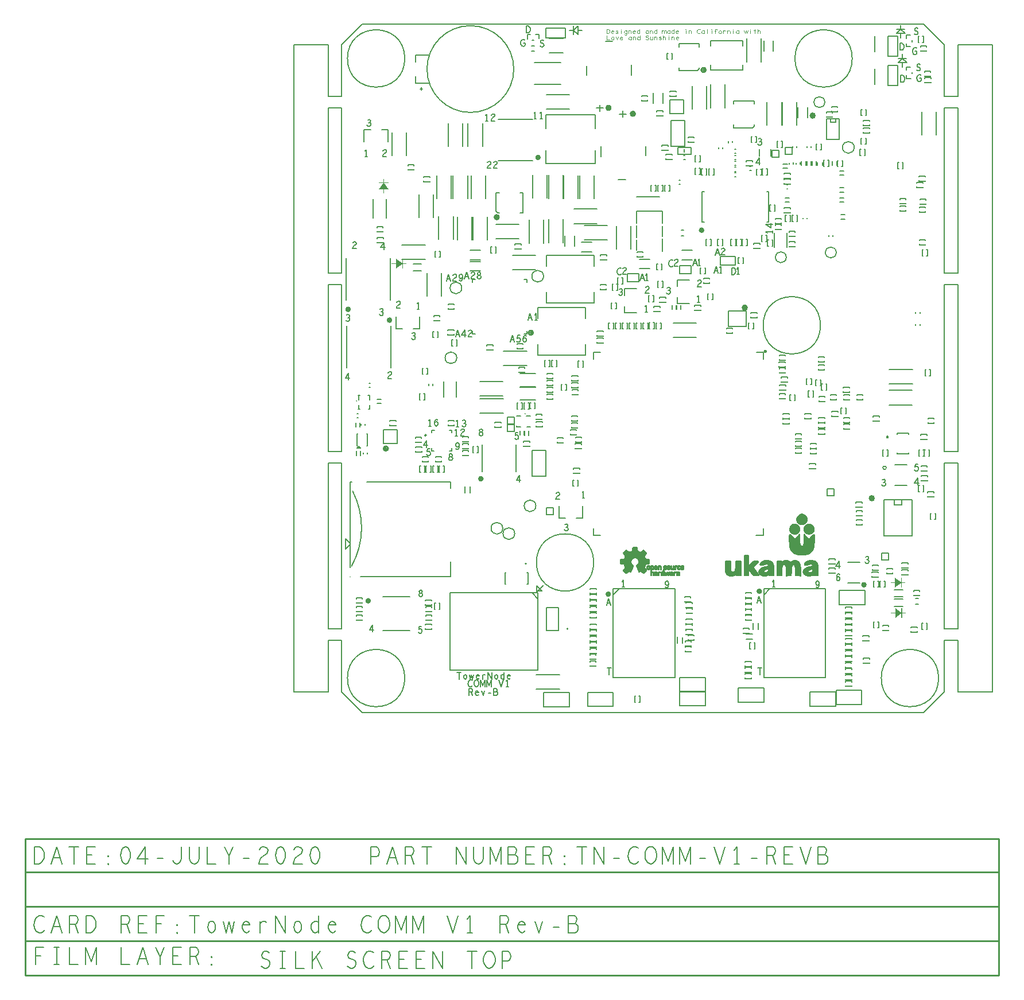
<source format=gbr>
G04 ================== begin FILE IDENTIFICATION RECORD ==================*
G04 Layout Name:  E:/CAD/CAD/FACEBOOK/COM V1/WORK/22-12-20/COM_V1_P2_21-12-2020_4.brd*
G04 Film Name:    COM_V1_P2-ST.gbr*
G04 File Format:  Gerber RS274X*
G04 File Origin:  Cadence Allegro 16.6-2015-S108*
G04 Origin Date:  Fri Dec 25 11:50:58 2020*
G04 *
G04 Layer:  DRAWING FORMAT/FILM_LABEL_OUTLINE*
G04 Layer:  REF DES/SILKSCREEN_TOP*
G04 Layer:  PACKAGE GEOMETRY/SILKSCREEN_TOP*
G04 Layer:  BOARD GEOMETRY/OUTLINE*
G04 Layer:  BOARD GEOMETRY/SILKSCREEN_TOP*
G04 *
G04 Offset:    (0.000 0.000)*
G04 Mirror:    No*
G04 Mode:      Positive*
G04 Rotation:  0*
G04 FullContactRelief:  No*
G04 UndefLineWidth:     6.000*
G04 ================== end FILE IDENTIFICATION RECORD ====================*
%FSLAX55Y55*MOIN*%
%IR0*IPPOS*OFA0.00000B0.00000*MIA0B0*SFA1.00000B1.00000*%
%ADD10C,.004*%
%ADD11C,.005*%
%ADD12C,.0051*%
%ADD13C,.006*%
%ADD14C,.008*%
%ADD15C,.0083*%
%ADD16C,.005906*%
%ADD17C,.008268*%
%ADD18C,.008299*%
%ADD19C,.01*%
%ADD20C,.015748*%
G75*
%LPD*%
G75*
G36*
G01X107571Y86576D02*
G03I-653J0D01*
G37*
G36*
G01X37606Y260526D02*
Y261026D01*
X35606D01*
Y263526D01*
X35106D01*
Y261026D01*
X31562Y263526D01*
Y261026D01*
X29062D01*
Y260526D01*
X31562D01*
Y258026D01*
X35106Y260526D01*
Y258026D01*
X35606D01*
Y260526D01*
X37606D01*
G37*
G36*
G01X106982Y173500D02*
G03I-459J0D01*
G37*
G36*
G01X9136Y181051D02*
G03I-459J0D01*
G37*
G36*
G01X24184Y310048D02*
X24684D01*
Y308048D01*
X27184D01*
Y307548D01*
X24684D01*
X27184Y304004D01*
X24684D01*
Y301504D01*
X24184D01*
Y304004D01*
X21684D01*
X24184Y307548D01*
X21684D01*
Y308048D01*
X24184D01*
Y310048D01*
G37*
G36*
G01X131769Y48690D02*
G03I-654J0D01*
G37*
G36*
G01X327311Y75211D02*
Y75711D01*
X325311D01*
Y78211D01*
X324811D01*
Y75711D01*
X321268Y78211D01*
Y75711D01*
X318768D01*
Y75211D01*
X321268D01*
Y72711D01*
X324811Y75211D01*
Y72711D01*
X325311D01*
Y75211D01*
X327311D01*
G37*
G36*
G01X327571Y57555D02*
Y58055D01*
X325571D01*
Y60555D01*
X325071D01*
Y58055D01*
X321528Y60555D01*
Y58055D01*
X319028D01*
Y57555D01*
X321528D01*
Y55055D01*
X325071Y57555D01*
Y55055D01*
X325571D01*
Y57555D01*
X327571D01*
G37*
G36*
G01X246923Y209792D02*
G03I-934J0D01*
G37*
G36*
G01X317780Y159984D02*
G03I-866J0D01*
G37*
G54D10*
G01X153828Y394578D02*
Y397078D01*
X154662D01*
X154995Y396953D01*
X155245Y396786D01*
X155454Y396536D01*
X155620Y396245D01*
X155662Y395828D01*
X155620Y395411D01*
X155454Y395120D01*
X155245Y394870D01*
X154995Y394703D01*
X154662Y394578D01*
X153828D01*
G01X156620Y395703D02*
X157954D01*
X157829Y395995D01*
X157620Y396161D01*
X157329Y396245D01*
X157037Y396203D01*
X156787Y396078D01*
X156620Y395786D01*
X156537Y395536D01*
Y395286D01*
X156620Y395036D01*
X156829Y394786D01*
X157078Y394620D01*
X157370Y394578D01*
X157662Y394661D01*
X157954Y394911D01*
G01X159120Y394870D02*
X159328Y394703D01*
X159620Y394578D01*
X159870D01*
X160120Y394661D01*
X160287Y394786D01*
X160370Y394953D01*
X160328Y395203D01*
X160162Y395328D01*
X159412Y395578D01*
X159245Y395870D01*
X159328Y396078D01*
X159495Y396203D01*
X159745Y396245D01*
X159995Y396203D01*
X160245Y396078D01*
G01X162245Y396245D02*
Y394578D01*
G01Y396911D02*
X162162Y396953D01*
Y397036D01*
X162245Y397078D01*
X162329Y397036D01*
Y396953D01*
X162245Y396911D01*
G01X164162Y393953D02*
X164454Y393786D01*
X164787Y393745D01*
X165079Y393786D01*
X165328Y393995D01*
X165495Y394286D01*
Y396245D01*
G01Y395912D02*
X165328Y396078D01*
X165079Y396203D01*
X164787Y396245D01*
X164454Y396161D01*
X164245Y395995D01*
X164079Y395703D01*
X163995Y395411D01*
X164037Y395161D01*
X164204Y394870D01*
X164454Y394661D01*
X164787Y394578D01*
X165037Y394620D01*
X165328Y394786D01*
X165495Y394953D01*
G01X166537Y394578D02*
Y396245D01*
G01Y395828D02*
X166704Y396036D01*
X166954Y396203D01*
X167287Y396245D01*
X167578Y396203D01*
X167828Y396036D01*
X167954Y395745D01*
Y394578D01*
G01X169120Y395703D02*
X170454D01*
X170329Y395995D01*
X170120Y396161D01*
X169829Y396245D01*
X169537Y396203D01*
X169287Y396078D01*
X169120Y395786D01*
X169037Y395536D01*
Y395286D01*
X169120Y395036D01*
X169329Y394786D01*
X169578Y394620D01*
X169870Y394578D01*
X170162Y394661D01*
X170454Y394911D01*
G01X172995Y397078D02*
Y394578D01*
G01Y394953D02*
X172828Y394745D01*
X172578Y394620D01*
X172287Y394578D01*
X171954Y394661D01*
X171704Y394870D01*
X171537Y395120D01*
X171495Y395411D01*
X171537Y395703D01*
X171704Y395953D01*
X171954Y396161D01*
X172287Y396245D01*
X172578Y396203D01*
X172787Y396120D01*
X172995Y395953D01*
G01X177995Y394578D02*
Y396245D01*
G01Y395953D02*
X177828Y396120D01*
X177579Y396203D01*
X177287Y396245D01*
X176995Y396161D01*
X176745Y395995D01*
X176579Y395745D01*
X176495Y395411D01*
X176579Y395078D01*
X176745Y394828D01*
X176995Y394661D01*
X177287Y394578D01*
X177579Y394620D01*
X177828Y394745D01*
X177995Y394911D01*
G01X179037Y394578D02*
Y396245D01*
G01Y395828D02*
X179204Y396036D01*
X179454Y396203D01*
X179787Y396245D01*
X180078Y396203D01*
X180328Y396036D01*
X180454Y395745D01*
Y394578D01*
G01X182995Y397078D02*
Y394578D01*
G01Y394953D02*
X182829Y394745D01*
X182579Y394620D01*
X182287Y394578D01*
X181954Y394661D01*
X181704Y394870D01*
X181537Y395120D01*
X181495Y395411D01*
X181537Y395703D01*
X181704Y395953D01*
X181954Y396161D01*
X182287Y396245D01*
X182579Y396203D01*
X182787Y396120D01*
X182995Y395953D01*
G01X185995Y394578D02*
Y396245D01*
G01Y395786D02*
X186120Y395995D01*
X186328Y396161D01*
X186620Y396245D01*
X186912Y396161D01*
X187120Y395995D01*
X187245Y395786D01*
Y394578D01*
G01Y395786D02*
X187370Y395995D01*
X187578Y396161D01*
X187870Y396245D01*
X188162Y396161D01*
X188370Y395995D01*
X188495Y395745D01*
Y394578D01*
G01X190495D02*
Y396245D01*
G01Y395953D02*
X190328Y396120D01*
X190079Y396203D01*
X189787Y396245D01*
X189495Y396161D01*
X189245Y395995D01*
X189079Y395745D01*
X188995Y395411D01*
X189079Y395078D01*
X189245Y394828D01*
X189495Y394661D01*
X189787Y394578D01*
X190079Y394620D01*
X190328Y394745D01*
X190495Y394911D01*
G01X192995Y397078D02*
Y394578D01*
G01Y394953D02*
X192828Y394745D01*
X192578Y394620D01*
X192287Y394578D01*
X191954Y394661D01*
X191704Y394870D01*
X191537Y395120D01*
X191495Y395411D01*
X191537Y395703D01*
X191704Y395953D01*
X191954Y396161D01*
X192287Y396245D01*
X192578Y396203D01*
X192787Y396120D01*
X192995Y395953D01*
G01X194120Y395703D02*
X195454D01*
X195329Y395995D01*
X195120Y396161D01*
X194829Y396245D01*
X194537Y396203D01*
X194287Y396078D01*
X194120Y395786D01*
X194037Y395536D01*
Y395286D01*
X194120Y395036D01*
X194329Y394786D01*
X194578Y394620D01*
X194870Y394578D01*
X195162Y394661D01*
X195454Y394911D01*
G01X199745Y396245D02*
Y394578D01*
G01Y396911D02*
X199662Y396953D01*
Y397036D01*
X199745Y397078D01*
X199829Y397036D01*
Y396953D01*
X199745Y396911D01*
G01X201537Y394578D02*
Y396245D01*
G01Y395828D02*
X201704Y396036D01*
X201954Y396203D01*
X202287Y396245D01*
X202578Y396203D01*
X202829Y396036D01*
X202954Y395745D01*
Y394578D01*
G01X208162Y396870D02*
X207912Y396995D01*
X207620Y397078D01*
X207287D01*
X206912Y396953D01*
X206620Y396745D01*
X206412Y396495D01*
X206245Y396078D01*
X206203Y395703D01*
X206287Y395328D01*
X206412Y395078D01*
X206662Y394828D01*
X206954Y394661D01*
X207245Y394578D01*
X207537D01*
X207828Y394661D01*
X208078Y394786D01*
X208287Y394953D01*
G01X210495Y394578D02*
Y396245D01*
G01Y395953D02*
X210328Y396120D01*
X210078Y396203D01*
X209787Y396245D01*
X209495Y396161D01*
X209245Y395995D01*
X209078Y395745D01*
X208995Y395411D01*
X209078Y395078D01*
X209245Y394828D01*
X209495Y394661D01*
X209787Y394578D01*
X210078Y394620D01*
X210328Y394745D01*
X210495Y394911D01*
G01X212245Y394578D02*
Y397078D01*
G01X214745Y396245D02*
Y394578D01*
G01Y396911D02*
X214662Y396953D01*
Y397036D01*
X214745Y397078D01*
X214829Y397036D01*
Y396953D01*
X214745Y396911D01*
G01X216995Y394578D02*
Y396703D01*
X217078Y396911D01*
X217245Y397036D01*
X217495Y397078D01*
X217745Y396995D01*
X217870Y396786D01*
G01X217370Y396078D02*
X216537D01*
G01X219745Y394578D02*
X219495Y394620D01*
X219245Y394786D01*
X219078Y395078D01*
X218995Y395411D01*
X219078Y395745D01*
X219245Y396036D01*
X219495Y396203D01*
X219745Y396245D01*
X219995Y396203D01*
X220245Y396036D01*
X220412Y395745D01*
X220454Y395411D01*
X220412Y395078D01*
X220245Y394786D01*
X219995Y394620D01*
X219745Y394578D01*
G01X221662D02*
Y396245D01*
G01Y395912D02*
X221870Y396078D01*
X222078Y396203D01*
X222370Y396245D01*
X222578Y396203D01*
X222828Y396078D01*
G01X224037Y394578D02*
Y396245D01*
G01Y395828D02*
X224204Y396036D01*
X224454Y396203D01*
X224787Y396245D01*
X225078Y396203D01*
X225328Y396036D01*
X225454Y395745D01*
Y394578D01*
G01X227245Y396245D02*
Y394578D01*
G01Y396911D02*
X227162Y396953D01*
Y397036D01*
X227245Y397078D01*
X227329Y397036D01*
Y396953D01*
X227245Y396911D01*
G01X230495Y394578D02*
Y396245D01*
G01Y395953D02*
X230328Y396120D01*
X230078Y396203D01*
X229787Y396245D01*
X229495Y396161D01*
X229245Y395995D01*
X229078Y395745D01*
X228995Y395411D01*
X229078Y395078D01*
X229245Y394828D01*
X229495Y394661D01*
X229787Y394578D01*
X230078Y394620D01*
X230328Y394745D01*
X230495Y394911D01*
G01X233703Y396245D02*
X234204Y394578D01*
X234745Y396245D01*
X235287Y394578D01*
X235787Y396245D01*
G01X237245D02*
Y394578D01*
G01Y396911D02*
X237162Y396953D01*
Y397036D01*
X237245Y397078D01*
X237329Y397036D01*
Y396953D01*
X237245Y396911D01*
G01X239745Y397078D02*
Y394578D01*
G01X239162Y396245D02*
X240328D01*
G01X241537Y394578D02*
Y397078D01*
G01Y395870D02*
X241745Y396078D01*
X241954Y396203D01*
X242287Y396245D01*
X242537Y396203D01*
X242828Y396036D01*
X242954Y395786D01*
Y394578D01*
G01X154031Y393391D02*
Y390891D01*
X155697D01*
G01X157364D02*
X157114Y390933D01*
X156864Y391099D01*
X156697Y391391D01*
X156614Y391724D01*
X156697Y392058D01*
X156864Y392349D01*
X157114Y392516D01*
X157364Y392558D01*
X157614Y392516D01*
X157864Y392349D01*
X158031Y392058D01*
X158072Y391724D01*
X158031Y391391D01*
X157864Y391099D01*
X157614Y390933D01*
X157364Y390891D01*
G01X159114Y392558D02*
X159864Y390891D01*
X160614Y392558D01*
G01X161739Y392016D02*
X163072D01*
X162947Y392308D01*
X162739Y392474D01*
X162447Y392558D01*
X162156Y392516D01*
X161906Y392391D01*
X161739Y392099D01*
X161656Y391849D01*
Y391599D01*
X161739Y391349D01*
X161947Y391099D01*
X162197Y390933D01*
X162489Y390891D01*
X162781Y390974D01*
X163072Y391224D01*
G01X168114Y390891D02*
Y392558D01*
G01Y392266D02*
X167947Y392432D01*
X167697Y392516D01*
X167406Y392558D01*
X167114Y392474D01*
X166864Y392308D01*
X166697Y392058D01*
X166614Y391724D01*
X166697Y391391D01*
X166864Y391141D01*
X167114Y390974D01*
X167406Y390891D01*
X167697Y390933D01*
X167947Y391057D01*
X168114Y391224D01*
G01X169156Y390891D02*
Y392558D01*
G01Y392141D02*
X169322Y392349D01*
X169572Y392516D01*
X169906Y392558D01*
X170197Y392516D01*
X170447Y392349D01*
X170572Y392058D01*
Y390891D01*
G01X173114Y393391D02*
Y390891D01*
G01Y391266D02*
X172947Y391057D01*
X172697Y390933D01*
X172406Y390891D01*
X172072Y390974D01*
X171822Y391182D01*
X171656Y391432D01*
X171614Y391724D01*
X171656Y392016D01*
X171822Y392266D01*
X172072Y392474D01*
X172406Y392558D01*
X172697Y392516D01*
X172906Y392432D01*
X173114Y392266D01*
G01X176489Y391224D02*
X176822Y391016D01*
X177197Y390891D01*
X177531D01*
X177864Y391016D01*
X178114Y391224D01*
X178239Y391516D01*
X178156Y391808D01*
X177947Y392058D01*
X177572Y392224D01*
X177072Y392308D01*
X176781Y392474D01*
X176656Y392766D01*
X176739Y393058D01*
X176947Y393266D01*
X177239Y393391D01*
X177531D01*
X177822Y393308D01*
X178072Y393099D01*
G01X179156Y392558D02*
Y391391D01*
X179322Y391099D01*
X179572Y390933D01*
X179864Y390891D01*
X180156Y390933D01*
X180406Y391099D01*
X180572Y391391D01*
G01Y390891D02*
Y392558D01*
G01X181656Y390891D02*
Y392558D01*
G01Y392141D02*
X181822Y392349D01*
X182072Y392516D01*
X182406Y392558D01*
X182697Y392516D01*
X182947Y392349D01*
X183072Y392058D01*
Y390891D01*
G01X184239Y391182D02*
X184447Y391016D01*
X184739Y390891D01*
X184989D01*
X185239Y390974D01*
X185406Y391099D01*
X185489Y391266D01*
X185447Y391516D01*
X185281Y391641D01*
X184531Y391891D01*
X184364Y392183D01*
X184447Y392391D01*
X184614Y392516D01*
X184864Y392558D01*
X185114Y392516D01*
X185364Y392391D01*
G01X186656Y390891D02*
Y393391D01*
G01Y392183D02*
X186864Y392391D01*
X187072Y392516D01*
X187406Y392558D01*
X187656Y392516D01*
X187947Y392349D01*
X188072Y392099D01*
Y390891D01*
G01X189864Y392558D02*
Y390891D01*
G01Y393224D02*
X189781Y393266D01*
Y393349D01*
X189864Y393391D01*
X189947Y393349D01*
Y393266D01*
X189864Y393224D01*
G01X191656Y390891D02*
Y392558D01*
G01Y392141D02*
X191822Y392349D01*
X192072Y392516D01*
X192406Y392558D01*
X192697Y392516D01*
X192947Y392349D01*
X193072Y392058D01*
Y390891D01*
G01X194239Y392016D02*
X195572D01*
X195447Y392308D01*
X195239Y392474D01*
X194947Y392558D01*
X194656Y392516D01*
X194406Y392391D01*
X194239Y392099D01*
X194156Y391849D01*
Y391599D01*
X194239Y391349D01*
X194447Y391099D01*
X194697Y390933D01*
X194989Y390891D01*
X195281Y390974D01*
X195572Y391224D01*
G54D20*
G01X81585Y135785D02*
G03I-788J0D01*
G01X16182Y64847D02*
G03I-788J0D01*
G01X28557Y227958D02*
G03I-788J0D01*
G01X4466Y234256D02*
G03I-788J0D01*
G01X114815Y322478D02*
G03I-788J0D01*
G01X155589Y68727D02*
G03I-788J0D01*
G01X209785Y280206D02*
G03I-788J0D01*
G01X304078Y74199D02*
G03I-787J0D01*
G01X243334Y70459D02*
G03I-788J0D01*
G54D11*
G01X-27874Y388000D02*
Y12000D01*
G01D02*
X-7874D01*
G01Y42000D02*
Y12000D01*
G01Y42000D02*
X0D01*
G01X-7874Y48700D02*
X0D01*
G01X-7874Y144800D02*
Y48700D01*
G01Y248500D02*
X0D01*
G01X-7874Y255200D02*
X0D01*
G01X-7874Y151500D02*
X0D01*
G01X-7874Y144800D02*
X0D01*
G01X-7874Y248500D02*
Y151500D01*
G01Y351300D02*
Y255200D01*
G01Y388000D02*
Y358000D01*
G01D02*
X0D01*
G01X-7874Y351300D02*
X0D01*
G01X-27874Y388000D02*
X-7874D01*
G01X12000Y0D02*
X0Y12000D01*
G01X12000Y0D02*
X338000D01*
G01X0Y42000D02*
Y12000D01*
G01Y144800D02*
Y48700D01*
G01X112784Y120072D02*
G03I-3400J0D01*
G01X100476Y103936D02*
G03I-3400J0D01*
G01X93545Y107039D02*
G03I-3400J0D01*
G01X5747Y85041D02*
G03X6405Y128505I-40212J22345D01*
G01X2303Y95097D02*
X5104Y97898D01*
G01X2303Y100825D02*
Y95097D01*
G01X4884Y98245D02*
X2303Y100825D01*
G01X4750Y134092D02*
X5808D01*
G01X4750Y78974D02*
Y78998D01*
G01X63208Y78974D02*
X10829D01*
G01X63208Y134092D02*
Y130128D01*
G01X14620Y134092D02*
X63208D01*
G01Y87584D02*
Y78974D01*
G01X4750Y84195D02*
Y134092D01*
G01X113928Y69767D02*
Y24491D01*
G01D02*
X62746D01*
G01D02*
Y69767D01*
G01D02*
X113928D01*
G01X114046Y66114D02*
X110446Y69714D01*
G01X117318Y74062D02*
X113346Y70089D01*
G01D02*
Y73595D01*
G01D02*
X116359Y70580D01*
G01D02*
X113392D01*
G01X0Y351300D02*
Y255200D01*
G01Y248500D02*
Y151500D01*
G01X66834Y206076D02*
G03I-3400J0D01*
G01X117234Y253476D02*
G03I-3400J0D01*
G01X69734Y246676D02*
G03I-3400J0D01*
G01X9919Y154560D02*
X8919Y153560D01*
X10919D01*
X9919Y154560D01*
G01X13553Y167716D02*
Y166979D01*
G01X11191Y166913D02*
Y167694D01*
G01X12697Y150272D02*
Y151009D01*
G01X15059Y151075D02*
Y150294D01*
G01X15854Y191367D02*
X16591D01*
G01X16657Y189005D02*
X15876D01*
G01X50441Y190086D02*
Y190823D01*
G01X52803Y190889D02*
Y190108D01*
G01X9666Y171196D02*
X8929D01*
G01X8863Y173558D02*
X9644D01*
G01X0Y388000D02*
Y358000D01*
G01Y388000D02*
X12000Y400000D01*
G01X338000D02*
X12000D01*
G01X161214Y347784D02*
X165330D01*
G01X163254Y349571D02*
Y345905D01*
G01X149952Y352937D02*
Y349271D01*
G01X147911Y351150D02*
X152027D01*
G01X160644Y309742D02*
X164760D01*
G01X221399Y328376D02*
Y327639D01*
G01X219037Y327573D02*
Y328354D01*
G01X226856Y331886D02*
Y331149D01*
G01X224494Y331083D02*
Y331864D01*
G01X228126Y320205D02*
X228863D01*
G01X228929Y317843D02*
X228148D01*
G01X228126Y316806D02*
X228863D01*
G01X228929Y314444D02*
X228148D01*
G01X228930Y325041D02*
X228193D01*
G01X228127Y327403D02*
X228908D01*
G01X199420Y321406D02*
X198683D01*
G01X198617Y323768D02*
X199398D01*
G01X228913Y311282D02*
X228176D01*
G01X228110Y313644D02*
X228891D01*
G01X196738Y306941D02*
X196001D01*
G01X195935Y309303D02*
X196716D01*
G01X228930Y321347D02*
X228193D01*
G01X228127Y323709D02*
X228908D01*
G01X153266Y389792D02*
X157382D01*
G01X350000Y12000D02*
X338000Y0D01*
G01X350000Y12000D02*
Y42000D01*
G01Y48700D02*
X357874D01*
G01X350000Y42000D02*
X357874D01*
G01X350000Y48700D02*
Y144800D01*
G01Y255200D02*
X357874D01*
G01X350000Y248500D02*
X357874D01*
G01X350000Y144800D02*
X357874D01*
G01X350000Y151500D02*
X357874D01*
G01X350000D02*
Y248500D01*
G01Y255200D02*
Y351300D01*
G01X335750Y232690D02*
Y231953D01*
G01X333388Y231887D02*
Y232668D01*
G01Y224864D02*
Y225601D01*
G01X335750Y225667D02*
Y224886D01*
G01X350000Y351300D02*
X357874D01*
G01X350000Y358000D02*
X357874D01*
G01X350000D02*
Y388000D01*
G01X297642Y328310D02*
G03I-3400J0D01*
G01X270274Y287414D02*
Y286787D01*
G01X267912Y286820D02*
Y287392D01*
G01X259077Y304289D02*
X258450D01*
G01X258483Y306651D02*
X259055D01*
G01X272569Y328886D02*
Y328259D01*
G01X270207Y328292D02*
Y328864D01*
G01X266207Y319453D02*
Y318716D01*
G01X263845Y318650D02*
Y319431D01*
G01X262018Y328206D02*
Y328943D01*
G01X264380Y329009D02*
Y328228D01*
G01X262309Y319453D02*
Y318716D01*
G01X259947Y318650D02*
Y319431D01*
G01X236990Y317206D02*
X237727D01*
G01X237793Y314844D02*
X237012D01*
G01X285312Y277421D02*
Y276684D01*
G01X282950Y276618D02*
Y277399D01*
G01X338000Y400000D02*
X350000Y388000D01*
G01X377874Y12000D02*
Y388000D01*
G01X357874Y12000D02*
Y42000D01*
G01Y12000D02*
X377874D01*
G01X357874Y48700D02*
Y144800D01*
G01Y151500D02*
Y248500D01*
G01Y255200D02*
Y351300D01*
G01Y358000D02*
Y388000D01*
G01D02*
X377874D01*
G54D12*
G01X9159Y155020D02*
X8769D01*
G01X14679Y162100D02*
X15069D01*
Y155020D01*
X14679D01*
G01X8769Y156000D02*
Y155020D01*
Y162100D01*
X9159D01*
G54D13*
G01X-172757Y-118840D02*
X-173507Y-118340D01*
X-174382Y-118007D01*
X-175382D01*
X-176507Y-118507D01*
X-177382Y-119340D01*
X-178007Y-120340D01*
X-178507Y-122007D01*
X-178632Y-123507D01*
X-178382Y-125007D01*
X-178007Y-126007D01*
X-177257Y-127007D01*
X-176382Y-127674D01*
X-175507Y-128007D01*
X-174632D01*
X-173757Y-127674D01*
X-173007Y-127174D01*
X-172382Y-126507D01*
G01X-168632Y-128007D02*
X-165507Y-118007D01*
X-162382Y-128007D01*
G01X-163507Y-124507D02*
X-167507D01*
G01X-158007Y-128007D02*
Y-118007D01*
X-154882D01*
X-153882Y-118507D01*
X-153257Y-119174D01*
X-153007Y-120507D01*
X-153257Y-121840D01*
X-154007Y-122673D01*
X-154882Y-123174D01*
X-158007D01*
G01X-154882D02*
X-153007Y-128007D01*
G01X-148257D02*
Y-118007D01*
X-145757D01*
X-144757Y-118507D01*
X-144007Y-119174D01*
X-143382Y-120173D01*
X-142882Y-121340D01*
X-142757Y-123007D01*
X-142882Y-124674D01*
X-143382Y-125840D01*
X-144007Y-126840D01*
X-144757Y-127507D01*
X-145757Y-128007D01*
X-148257D01*
G01X-128007D02*
Y-118007D01*
X-124882D01*
X-123882Y-118507D01*
X-123257Y-119174D01*
X-123007Y-120507D01*
X-123257Y-121840D01*
X-124007Y-122673D01*
X-124882Y-123174D01*
X-128007D01*
G01X-124882D02*
X-123007Y-128007D01*
G01X-113007D02*
X-118007D01*
Y-118007D01*
X-113007D01*
G01X-115007Y-122840D02*
X-118007D01*
G01X-107882Y-128007D02*
Y-118007D01*
X-103132D01*
G01X-104882Y-122840D02*
X-107882D01*
G01X-95507Y-128340D02*
X-95757Y-128173D01*
Y-127840D01*
X-95507Y-127674D01*
X-95257Y-127840D01*
Y-128173D01*
X-95507Y-128340D01*
G01Y-123840D02*
X-95757Y-123673D01*
Y-123340D01*
X-95507Y-123174D01*
X-95257Y-123340D01*
Y-123673D01*
X-95507Y-123840D01*
G01X-85507Y-118007D02*
Y-128007D01*
G01X-88382Y-118007D02*
X-82632D01*
G01X-75507Y-128007D02*
X-76257Y-127840D01*
X-77007Y-127174D01*
X-77507Y-126007D01*
X-77757Y-124674D01*
X-77507Y-123340D01*
X-77007Y-122174D01*
X-76257Y-121507D01*
X-75507Y-121340D01*
X-74757Y-121507D01*
X-74007Y-122174D01*
X-73507Y-123340D01*
X-73382Y-124674D01*
X-73507Y-126007D01*
X-74007Y-127174D01*
X-74757Y-127840D01*
X-75507Y-128007D01*
G01X-68632Y-121340D02*
X-67132Y-128007D01*
X-65507Y-121340D01*
X-63882Y-128007D01*
X-62382Y-121340D01*
G01X-57382Y-123507D02*
X-53382D01*
X-53757Y-122340D01*
X-54382Y-121674D01*
X-55257Y-121340D01*
X-56132Y-121507D01*
X-56882Y-122007D01*
X-57382Y-123174D01*
X-57632Y-124174D01*
Y-125173D01*
X-57382Y-126174D01*
X-56757Y-127174D01*
X-56007Y-127840D01*
X-55132Y-128007D01*
X-54257Y-127674D01*
X-53382Y-126674D01*
G01X-47257Y-128007D02*
Y-121340D01*
G01Y-122673D02*
X-46632Y-122007D01*
X-46007Y-121507D01*
X-45132Y-121340D01*
X-44507Y-121507D01*
X-43757Y-122007D01*
G01X-38382Y-128007D02*
Y-118007D01*
X-32632Y-128007D01*
Y-118007D01*
G01X-25507Y-128007D02*
X-26257Y-127840D01*
X-27007Y-127174D01*
X-27507Y-126007D01*
X-27757Y-124674D01*
X-27507Y-123340D01*
X-27007Y-122174D01*
X-26257Y-121507D01*
X-25507Y-121340D01*
X-24757Y-121507D01*
X-24007Y-122174D01*
X-23507Y-123340D01*
X-23382Y-124674D01*
X-23507Y-126007D01*
X-24007Y-127174D01*
X-24757Y-127840D01*
X-25507Y-128007D01*
G01X-13257Y-118007D02*
Y-128007D01*
G01Y-126507D02*
X-13757Y-127340D01*
X-14507Y-127840D01*
X-15382Y-128007D01*
X-16382Y-127674D01*
X-17132Y-126840D01*
X-17632Y-125840D01*
X-17757Y-124674D01*
X-17632Y-123507D01*
X-17132Y-122507D01*
X-16382Y-121674D01*
X-15382Y-121340D01*
X-14507Y-121507D01*
X-13882Y-121840D01*
X-13257Y-122507D01*
G01X-7382Y-123507D02*
X-3382D01*
X-3757Y-122340D01*
X-4382Y-121674D01*
X-5257Y-121340D01*
X-6132Y-121507D01*
X-6882Y-122007D01*
X-7382Y-123174D01*
X-7632Y-124174D01*
Y-125173D01*
X-7382Y-126174D01*
X-6757Y-127174D01*
X-6007Y-127840D01*
X-5132Y-128007D01*
X-4257Y-127674D01*
X-3382Y-126674D01*
G01X17243Y-118840D02*
X16493Y-118340D01*
X15618Y-118007D01*
X14618D01*
X13493Y-118507D01*
X12618Y-119340D01*
X11993Y-120340D01*
X11493Y-122007D01*
X11368Y-123507D01*
X11618Y-125007D01*
X11993Y-126007D01*
X12743Y-127007D01*
X13618Y-127674D01*
X14493Y-128007D01*
X15368D01*
X16243Y-127674D01*
X16993Y-127174D01*
X17618Y-126507D01*
G01X24493Y-128007D02*
X23493Y-127840D01*
X22618Y-127174D01*
X21868Y-126174D01*
X21368Y-125007D01*
X21118Y-123673D01*
Y-122340D01*
X21368Y-121007D01*
X21868Y-119840D01*
X22618Y-118840D01*
X23493Y-118173D01*
X24493Y-118007D01*
X25493Y-118173D01*
X26368Y-118840D01*
X27118Y-119840D01*
X27618Y-121007D01*
X27868Y-122340D01*
Y-123673D01*
X27618Y-125007D01*
X27118Y-126174D01*
X26368Y-127174D01*
X25493Y-127840D01*
X24493Y-128007D01*
G01X31243D02*
Y-118007D01*
X34493Y-126340D01*
X37743Y-118007D01*
Y-128007D01*
G01X41243D02*
Y-118007D01*
X44493Y-126340D01*
X47743Y-118007D01*
Y-128007D01*
G01X61368Y-118007D02*
X64493Y-128007D01*
X67618Y-118007D01*
G01X74493Y-128007D02*
Y-118007D01*
X72993Y-120007D01*
G01Y-128007D02*
X75993D01*
G01X91993D02*
Y-118007D01*
X95118D01*
X96118Y-118507D01*
X96743Y-119174D01*
X96993Y-120507D01*
X96743Y-121840D01*
X95993Y-122673D01*
X95118Y-123174D01*
X91993D01*
G01X95118D02*
X96993Y-128007D01*
G01X102618Y-123507D02*
X106618D01*
X106243Y-122340D01*
X105618Y-121674D01*
X104743Y-121340D01*
X103868Y-121507D01*
X103118Y-122007D01*
X102618Y-123174D01*
X102368Y-124174D01*
Y-125173D01*
X102618Y-126174D01*
X103243Y-127174D01*
X103993Y-127840D01*
X104868Y-128007D01*
X105743Y-127674D01*
X106618Y-126674D01*
G01X112243Y-121340D02*
X114493Y-128007D01*
X116743Y-121340D01*
G01X122868Y-124674D02*
X126118D01*
G01X135493Y-122673D02*
X135993Y-122174D01*
X136368Y-121340D01*
X136618Y-120173D01*
X136368Y-119174D01*
X135868Y-118507D01*
X134993Y-118007D01*
X131618D01*
Y-128007D01*
X135743D01*
X136618Y-127340D01*
X137118Y-126340D01*
X137368Y-125173D01*
X137118Y-124007D01*
X136368Y-123007D01*
X135493Y-122673D01*
X131618D01*
G01X-177882Y-146507D02*
Y-136507D01*
X-173132D01*
G01X-174882Y-141340D02*
X-177882D01*
G01X-167007Y-136507D02*
X-164007D01*
G01X-165507D02*
Y-146507D01*
G01X-167007D02*
X-164007D01*
G01X-158007Y-136507D02*
Y-146507D01*
X-153007D01*
G01X-148757D02*
Y-136507D01*
X-145507Y-144840D01*
X-142257Y-136507D01*
Y-146507D01*
G01X-128007Y-136507D02*
Y-146507D01*
X-123007D01*
G01X-118632D02*
X-115507Y-136507D01*
X-112382Y-146507D01*
G01X-113507Y-143007D02*
X-117507D01*
G01X-105507Y-146507D02*
Y-142007D01*
X-108007Y-136507D01*
G01X-103007D02*
X-105507Y-142007D01*
G01X-93007Y-146507D02*
X-98007D01*
Y-136507D01*
X-93007D01*
G01X-95007Y-141340D02*
X-98007D01*
G01X-88007Y-146507D02*
Y-136507D01*
X-84882D01*
X-83882Y-137007D01*
X-83257Y-137673D01*
X-83007Y-139007D01*
X-83257Y-140340D01*
X-84007Y-141173D01*
X-84882Y-141674D01*
X-88007D01*
G01X-84882D02*
X-83007Y-146507D01*
G01X-75507Y-146840D02*
X-75757Y-146673D01*
Y-146340D01*
X-75507Y-146174D01*
X-75257Y-146340D01*
Y-146673D01*
X-75507Y-146840D01*
G01Y-142340D02*
X-75757Y-142174D01*
Y-141840D01*
X-75507Y-141674D01*
X-75257Y-141840D01*
Y-142174D01*
X-75507Y-142340D01*
G01X-178257Y-88007D02*
Y-78007D01*
X-175757D01*
X-174757Y-78507D01*
X-174007Y-79174D01*
X-173382Y-80173D01*
X-172882Y-81340D01*
X-172757Y-83007D01*
X-172882Y-84674D01*
X-173382Y-85840D01*
X-174007Y-86840D01*
X-174757Y-87507D01*
X-175757Y-88007D01*
X-178257D01*
G01X-168632D02*
X-165507Y-78007D01*
X-162382Y-88007D01*
G01X-163507Y-84507D02*
X-167507D01*
G01X-155507Y-78007D02*
Y-88007D01*
G01X-158382Y-78007D02*
X-152632D01*
G01X-143007Y-88007D02*
X-148007D01*
Y-78007D01*
X-143007D01*
G01X-145007Y-82840D02*
X-148007D01*
G01X-135507Y-88340D02*
X-135757Y-88173D01*
Y-87840D01*
X-135507Y-87674D01*
X-135257Y-87840D01*
Y-88173D01*
X-135507Y-88340D01*
G01Y-83840D02*
X-135757Y-83674D01*
Y-83340D01*
X-135507Y-83174D01*
X-135257Y-83340D01*
Y-83674D01*
X-135507Y-83840D01*
G01X-125507Y-78007D02*
X-126507Y-78340D01*
X-127257Y-79174D01*
X-127757Y-80173D01*
X-128132Y-81507D01*
X-128257Y-83007D01*
X-128132Y-84507D01*
X-127757Y-85840D01*
X-127257Y-86840D01*
X-126507Y-87674D01*
X-125507Y-88007D01*
X-124507Y-87674D01*
X-123757Y-86840D01*
X-123257Y-85840D01*
X-122882Y-84507D01*
X-122757Y-83007D01*
X-122882Y-81507D01*
X-123257Y-80173D01*
X-123757Y-79174D01*
X-124507Y-78340D01*
X-125507Y-78007D01*
G01X-114007Y-88007D02*
Y-78007D01*
X-118632Y-85174D01*
X-112382D01*
G01X-107132Y-84674D02*
X-103882D01*
G01X-98007Y-86007D02*
X-97382Y-87007D01*
X-96632Y-87674D01*
X-95757Y-88007D01*
X-94757Y-87674D01*
X-94007Y-87007D01*
X-93257Y-86007D01*
X-93007Y-84674D01*
Y-78007D01*
G01X-88257D02*
Y-85174D01*
X-87757Y-86674D01*
X-86757Y-87674D01*
X-85507Y-88007D01*
X-84257Y-87674D01*
X-83257Y-86674D01*
X-82757Y-85174D01*
Y-78007D01*
G01X-78007D02*
Y-88007D01*
X-73007D01*
G01X-65507D02*
Y-83507D01*
X-68007Y-78007D01*
G01X-63007D02*
X-65507Y-83507D01*
G01X-57132Y-84674D02*
X-53882D01*
G01X-47882Y-79673D02*
X-47132Y-78674D01*
X-46257Y-78173D01*
X-45257Y-78007D01*
X-44007Y-78340D01*
X-43132Y-79174D01*
X-42882Y-80173D01*
X-43007Y-81174D01*
X-43507Y-82007D01*
X-46007Y-83674D01*
X-47132Y-84840D01*
X-47882Y-86507D01*
X-48132Y-88007D01*
X-42882D01*
G01X-35507Y-78007D02*
X-36507Y-78340D01*
X-37257Y-79174D01*
X-37757Y-80173D01*
X-38132Y-81507D01*
X-38257Y-83007D01*
X-38132Y-84507D01*
X-37757Y-85840D01*
X-37257Y-86840D01*
X-36507Y-87674D01*
X-35507Y-88007D01*
X-34507Y-87674D01*
X-33757Y-86840D01*
X-33257Y-85840D01*
X-32882Y-84507D01*
X-32757Y-83007D01*
X-32882Y-81507D01*
X-33257Y-80173D01*
X-33757Y-79174D01*
X-34507Y-78340D01*
X-35507Y-78007D01*
G01X-27882Y-79673D02*
X-27132Y-78674D01*
X-26257Y-78173D01*
X-25257Y-78007D01*
X-24007Y-78340D01*
X-23132Y-79174D01*
X-22882Y-80173D01*
X-23007Y-81174D01*
X-23507Y-82007D01*
X-26007Y-83674D01*
X-27132Y-84840D01*
X-27882Y-86507D01*
X-28132Y-88007D01*
X-22882D01*
G01X-15507Y-78007D02*
X-16507Y-78340D01*
X-17257Y-79174D01*
X-17757Y-80173D01*
X-18132Y-81507D01*
X-18257Y-83007D01*
X-18132Y-84507D01*
X-17757Y-85840D01*
X-17257Y-86840D01*
X-16507Y-87674D01*
X-15507Y-88007D01*
X-14507Y-87674D01*
X-13757Y-86840D01*
X-13257Y-85840D01*
X-12882Y-84507D01*
X-12757Y-83007D01*
X-12882Y-81507D01*
X-13257Y-80173D01*
X-13757Y-79174D01*
X-14507Y-78340D01*
X-15507Y-78007D01*
G01X-46917Y-147311D02*
X-45917Y-148144D01*
X-44792Y-148644D01*
X-43792D01*
X-42792Y-148144D01*
X-42042Y-147311D01*
X-41667Y-146144D01*
X-41916Y-144977D01*
X-42542Y-143977D01*
X-43667Y-143310D01*
X-45167Y-142977D01*
X-46042Y-142311D01*
X-46417Y-141144D01*
X-46167Y-139977D01*
X-45542Y-139144D01*
X-44667Y-138644D01*
X-43792D01*
X-42917Y-138977D01*
X-42166Y-139811D01*
G01X-35792Y-138644D02*
X-32792D01*
G01X-34292D02*
Y-148644D01*
G01X-35792D02*
X-32792D01*
G01X-26792Y-138644D02*
Y-148644D01*
X-21792D01*
G01X-17042D02*
Y-138644D01*
G01X-12292D02*
X-17042Y-144811D01*
G01X-11542Y-148644D02*
X-14917Y-141977D01*
G01X3083Y-147311D02*
X4083Y-148144D01*
X5208Y-148644D01*
X6208D01*
X7208Y-148144D01*
X7958Y-147311D01*
X8333Y-146144D01*
X8083Y-144977D01*
X7458Y-143977D01*
X6333Y-143310D01*
X4834Y-142977D01*
X3958Y-142311D01*
X3583Y-141144D01*
X3834Y-139977D01*
X4458Y-139144D01*
X5333Y-138644D01*
X6208D01*
X7083Y-138977D01*
X7834Y-139811D01*
G01X18458Y-139477D02*
X17708Y-138977D01*
X16834Y-138644D01*
X15834D01*
X14708Y-139144D01*
X13834Y-139977D01*
X13208Y-140977D01*
X12708Y-142644D01*
X12583Y-144144D01*
X12833Y-145644D01*
X13208Y-146644D01*
X13958Y-147644D01*
X14834Y-148310D01*
X15708Y-148644D01*
X16583D01*
X17458Y-148310D01*
X18208Y-147811D01*
X18834Y-147144D01*
G01X23208Y-148644D02*
Y-138644D01*
X26333D01*
X27333Y-139144D01*
X27958Y-139811D01*
X28208Y-141144D01*
X27958Y-142477D01*
X27208Y-143310D01*
X26333Y-143811D01*
X23208D01*
G01X26333D02*
X28208Y-148644D01*
G01X38208D02*
X33208D01*
Y-138644D01*
X38208D01*
G01X36208Y-143477D02*
X33208D01*
G01X48208Y-148644D02*
X43208D01*
Y-138644D01*
X48208D01*
G01X46208Y-143477D02*
X43208D01*
G01X52833Y-148644D02*
Y-138644D01*
X58583Y-148644D01*
Y-138644D01*
G01X75708D02*
Y-148644D01*
G01X72833Y-138644D02*
X78583D01*
G01X85708Y-148644D02*
X84708Y-148477D01*
X83834Y-147811D01*
X83083Y-146811D01*
X82583Y-145644D01*
X82333Y-144310D01*
Y-142977D01*
X82583Y-141644D01*
X83083Y-140477D01*
X83834Y-139477D01*
X84708Y-138810D01*
X85708Y-138644D01*
X86708Y-138810D01*
X87583Y-139477D01*
X88333Y-140477D01*
X88834Y-141644D01*
X89084Y-142977D01*
Y-144310D01*
X88834Y-145644D01*
X88333Y-146811D01*
X87583Y-147811D01*
X86708Y-148477D01*
X85708Y-148644D01*
G01X93208D02*
Y-138644D01*
X96208D01*
X97208Y-139144D01*
X97958Y-140310D01*
X98208Y-141644D01*
X97958Y-142977D01*
X97333Y-143977D01*
X96208Y-144477D01*
X93208D01*
G01X68165Y23452D02*
Y19452D01*
G01X67015Y23452D02*
X69315D01*
G01X71765Y19452D02*
X71465Y19519D01*
X71165Y19786D01*
X70965Y20252D01*
X70865Y20786D01*
X70965Y21319D01*
X71165Y21786D01*
X71465Y22052D01*
X71765Y22119D01*
X72065Y22052D01*
X72365Y21786D01*
X72565Y21319D01*
X72615Y20786D01*
X72565Y20252D01*
X72365Y19786D01*
X72065Y19519D01*
X71765Y19452D01*
G01X74115Y22119D02*
X74715Y19452D01*
X75365Y22119D01*
X76015Y19452D01*
X76615Y22119D01*
G01X78215Y21252D02*
X79815D01*
X79665Y21719D01*
X79415Y21986D01*
X79065Y22119D01*
X78715Y22052D01*
X78415Y21852D01*
X78215Y21386D01*
X78115Y20986D01*
Y20586D01*
X78215Y20186D01*
X78465Y19786D01*
X78765Y19519D01*
X79115Y19452D01*
X79465Y19586D01*
X79815Y19986D01*
G01X81865Y19452D02*
Y22119D01*
G01Y21586D02*
X82115Y21852D01*
X82365Y22052D01*
X82715Y22119D01*
X82965Y22052D01*
X83265Y21852D01*
G01X85015Y19452D02*
Y23452D01*
X87315Y19452D01*
Y23452D01*
G01X89765Y19452D02*
X89465Y19519D01*
X89165Y19786D01*
X88965Y20252D01*
X88865Y20786D01*
X88965Y21319D01*
X89165Y21786D01*
X89465Y22052D01*
X89765Y22119D01*
X90065Y22052D01*
X90365Y21786D01*
X90565Y21319D01*
X90615Y20786D01*
X90565Y20252D01*
X90365Y19786D01*
X90065Y19519D01*
X89765Y19452D01*
G01X94265Y23452D02*
Y19452D01*
G01Y20052D02*
X94065Y19719D01*
X93765Y19519D01*
X93415Y19452D01*
X93015Y19586D01*
X92715Y19919D01*
X92515Y20319D01*
X92465Y20786D01*
X92515Y21252D01*
X92715Y21652D01*
X93015Y21986D01*
X93415Y22119D01*
X93765Y22052D01*
X94015Y21919D01*
X94265Y21652D01*
G01X96215Y21252D02*
X97815D01*
X97665Y21719D01*
X97415Y21986D01*
X97065Y22119D01*
X96715Y22052D01*
X96415Y21852D01*
X96215Y21386D01*
X96115Y20986D01*
Y20586D01*
X96215Y20186D01*
X96465Y19786D01*
X96765Y19519D01*
X97115Y19452D01*
X97465Y19586D01*
X97815Y19986D01*
G01X75754Y18597D02*
X75454Y18797D01*
X75104Y18930D01*
X74704D01*
X74254Y18730D01*
X73904Y18397D01*
X73654Y17997D01*
X73454Y17330D01*
X73404Y16730D01*
X73504Y16130D01*
X73654Y15730D01*
X73954Y15330D01*
X74304Y15064D01*
X74654Y14930D01*
X75004D01*
X75354Y15064D01*
X75654Y15264D01*
X75904Y15530D01*
G01X78254Y14930D02*
X77854Y14997D01*
X77504Y15264D01*
X77204Y15664D01*
X77004Y16130D01*
X76904Y16664D01*
Y17197D01*
X77004Y17730D01*
X77204Y18197D01*
X77504Y18597D01*
X77854Y18864D01*
X78254Y18930D01*
X78654Y18864D01*
X79004Y18597D01*
X79304Y18197D01*
X79504Y17730D01*
X79604Y17197D01*
Y16664D01*
X79504Y16130D01*
X79304Y15664D01*
X79004Y15264D01*
X78654Y14997D01*
X78254Y14930D01*
G01X80554D02*
Y18930D01*
X81854Y15597D01*
X83154Y18930D01*
Y14930D01*
G01X84154D02*
Y18930D01*
X85454Y15597D01*
X86754Y18930D01*
Y14930D01*
G01X91404Y18930D02*
X92654Y14930D01*
X93904Y18930D01*
G01X96254Y14930D02*
Y18930D01*
X95654Y18130D01*
G01Y14930D02*
X96854D01*
G01X73968Y9894D02*
Y13894D01*
X75218D01*
X75618Y13694D01*
X75868Y13428D01*
X75968Y12894D01*
X75868Y12361D01*
X75568Y12028D01*
X75218Y11828D01*
X73968D01*
G01X75218D02*
X75968Y9894D01*
G01X77818Y11694D02*
X79418D01*
X79268Y12161D01*
X79018Y12428D01*
X78668Y12561D01*
X78318Y12494D01*
X78018Y12294D01*
X77818Y11828D01*
X77718Y11427D01*
Y11028D01*
X77818Y10628D01*
X78068Y10228D01*
X78368Y9961D01*
X78718Y9894D01*
X79068Y10028D01*
X79418Y10427D01*
G01X81268Y12561D02*
X82168Y9894D01*
X83068Y12561D01*
G01X85118Y11228D02*
X86418D01*
G01X89768Y12028D02*
X89968Y12228D01*
X90118Y12561D01*
X90218Y13028D01*
X90118Y13428D01*
X89918Y13694D01*
X89568Y13894D01*
X88218D01*
Y9894D01*
X89868D01*
X90218Y10161D01*
X90418Y10561D01*
X90518Y11028D01*
X90418Y11494D01*
X90118Y11894D01*
X89768Y12028D01*
X88218D01*
G01X16993Y-88007D02*
Y-78007D01*
X19993D01*
X20993Y-78507D01*
X21743Y-79673D01*
X21993Y-81007D01*
X21743Y-82340D01*
X21118Y-83340D01*
X19993Y-83840D01*
X16993D01*
G01X26368Y-88007D02*
X29493Y-78007D01*
X32618Y-88007D01*
G01X31493Y-84507D02*
X27493D01*
G01X36993Y-88007D02*
Y-78007D01*
X40118D01*
X41118Y-78507D01*
X41743Y-79174D01*
X41993Y-80507D01*
X41743Y-81840D01*
X40993Y-82673D01*
X40118Y-83174D01*
X36993D01*
G01X40118D02*
X41993Y-88007D01*
G01X49493Y-78007D02*
Y-88007D01*
G01X46618Y-78007D02*
X52368D01*
G01X66618Y-88007D02*
Y-78007D01*
X72368Y-88007D01*
Y-78007D01*
G01X76743D02*
Y-85174D01*
X77243Y-86674D01*
X78243Y-87674D01*
X79493Y-88007D01*
X80743Y-87674D01*
X81743Y-86674D01*
X82243Y-85174D01*
Y-78007D01*
G01X86243Y-88007D02*
Y-78007D01*
X89493Y-86340D01*
X92743Y-78007D01*
Y-88007D01*
G01X100493Y-82673D02*
X100993Y-82174D01*
X101368Y-81340D01*
X101618Y-80173D01*
X101368Y-79174D01*
X100868Y-78507D01*
X99993Y-78007D01*
X96618D01*
Y-88007D01*
X100743D01*
X101618Y-87340D01*
X102118Y-86340D01*
X102368Y-85174D01*
X102118Y-84007D01*
X101368Y-83007D01*
X100493Y-82673D01*
X96618D01*
G01X111993Y-88007D02*
X106993D01*
Y-78007D01*
X111993D01*
G01X109993Y-82840D02*
X106993D01*
G01X116993Y-88007D02*
Y-78007D01*
X120118D01*
X121118Y-78507D01*
X121743Y-79174D01*
X121993Y-80507D01*
X121743Y-81840D01*
X120993Y-82673D01*
X120118Y-83174D01*
X116993D01*
G01X120118D02*
X121993Y-88007D01*
G01X129493Y-88340D02*
X129243Y-88173D01*
Y-87840D01*
X129493Y-87674D01*
X129743Y-87840D01*
Y-88173D01*
X129493Y-88340D01*
G01Y-83840D02*
X129243Y-83674D01*
Y-83340D01*
X129493Y-83174D01*
X129743Y-83340D01*
Y-83674D01*
X129493Y-83840D01*
G01X139493Y-78007D02*
Y-88007D01*
G01X136618Y-78007D02*
X142368D01*
G01X146618Y-88007D02*
Y-78007D01*
X152368Y-88007D01*
Y-78007D01*
G01X157868Y-84674D02*
X161118D01*
G01X172243Y-78840D02*
X171493Y-78340D01*
X170618Y-78007D01*
X169618D01*
X168493Y-78507D01*
X167618Y-79340D01*
X166993Y-80340D01*
X166493Y-82007D01*
X166368Y-83507D01*
X166618Y-85007D01*
X166993Y-86007D01*
X167743Y-87007D01*
X168618Y-87674D01*
X169493Y-88007D01*
X170368D01*
X171243Y-87674D01*
X171993Y-87174D01*
X172618Y-86507D01*
G01X179493Y-88007D02*
X178493Y-87840D01*
X177618Y-87174D01*
X176868Y-86174D01*
X176368Y-85007D01*
X176118Y-83674D01*
Y-82340D01*
X176368Y-81007D01*
X176868Y-79840D01*
X177618Y-78840D01*
X178493Y-78173D01*
X179493Y-78007D01*
X180493Y-78173D01*
X181368Y-78840D01*
X182118Y-79840D01*
X182618Y-81007D01*
X182868Y-82340D01*
Y-83674D01*
X182618Y-85007D01*
X182118Y-86174D01*
X181368Y-87174D01*
X180493Y-87840D01*
X179493Y-88007D01*
G01X186243D02*
Y-78007D01*
X189493Y-86340D01*
X192743Y-78007D01*
Y-88007D01*
G01X196243D02*
Y-78007D01*
X199493Y-86340D01*
X202743Y-78007D01*
Y-88007D01*
G01X207868Y-84674D02*
X211118D01*
G01X216368Y-78007D02*
X219493Y-88007D01*
X222618Y-78007D01*
G01X229493Y-88007D02*
Y-78007D01*
X227993Y-80007D01*
G01Y-88007D02*
X230993D01*
G01X237868Y-84674D02*
X241118D01*
G01X246993Y-88007D02*
Y-78007D01*
X250118D01*
X251118Y-78507D01*
X251743Y-79174D01*
X251993Y-80507D01*
X251743Y-81840D01*
X250993Y-82673D01*
X250118Y-83174D01*
X246993D01*
G01X250118D02*
X251993Y-88007D01*
G01X261993D02*
X256993D01*
Y-78007D01*
X261993D01*
G01X259993Y-82840D02*
X256993D01*
G01X266368Y-78007D02*
X269493Y-88007D01*
X272618Y-78007D01*
G01X280493Y-82673D02*
X280993Y-82174D01*
X281368Y-81340D01*
X281618Y-80173D01*
X281368Y-79174D01*
X280868Y-78507D01*
X279993Y-78007D01*
X276618D01*
Y-88007D01*
X280743D01*
X281618Y-87340D01*
X282118Y-86340D01*
X282368Y-85174D01*
X282118Y-84007D01*
X281368Y-83007D01*
X280493Y-82673D01*
X276618D01*
G01X103363Y133901D02*
Y137901D01*
X101512Y135034D01*
X104013D01*
G01X45916Y67214D02*
X46266Y67281D01*
X46666Y67481D01*
X46916Y67814D01*
X47016Y68281D01*
X46916Y68747D01*
X46616Y69147D01*
X46166Y69348D01*
X45666D01*
X45366Y69481D01*
X45116Y69814D01*
X45016Y70281D01*
X45166Y70747D01*
X45516Y71081D01*
X45916Y71214D01*
X46316Y71081D01*
X46666Y70747D01*
X46816Y70281D01*
X46716Y69814D01*
X46466Y69481D01*
X46166Y69348D01*
X45666D01*
X45216Y69147D01*
X44916Y68747D01*
X44816Y68281D01*
X44916Y67814D01*
X45166Y67481D01*
X45566Y67281D01*
X45916Y67214D01*
G01X44508Y46540D02*
X44808Y46207D01*
X45158Y46007D01*
X45608Y45940D01*
X46058Y46073D01*
X46408Y46340D01*
X46658Y46807D01*
X46708Y47340D01*
X46608Y47873D01*
X46358Y48207D01*
X46008Y48473D01*
X45658Y48540D01*
X45308Y48473D01*
X44858Y48207D01*
X45008Y49940D01*
X46358D01*
G01X18049Y46865D02*
Y50865D01*
X16199Y47999D01*
X18699D01*
G01X71616Y131399D02*
Y127699D01*
G01X74516D02*
Y131299D01*
G01X100519Y159281D02*
X100819Y158948D01*
X101169Y158748D01*
X101619Y158681D01*
X102069Y158814D01*
X102419Y159081D01*
X102669Y159548D01*
X102719Y160081D01*
X102619Y160614D01*
X102369Y160948D01*
X102019Y161214D01*
X101669Y161281D01*
X101319Y161214D01*
X100869Y160948D01*
X101019Y162681D01*
X102369D01*
G01X80912Y160768D02*
X81262Y160834D01*
X81662Y161034D01*
X81912Y161367D01*
X82012Y161834D01*
X81912Y162301D01*
X81612Y162701D01*
X81162Y162901D01*
X80662D01*
X80362Y163034D01*
X80112Y163367D01*
X80012Y163834D01*
X80162Y164301D01*
X80512Y164634D01*
X80912Y164768D01*
X81312Y164634D01*
X81662Y164301D01*
X81812Y163834D01*
X81712Y163367D01*
X81462Y163034D01*
X81162Y162901D01*
X80662D01*
X80212Y162701D01*
X79912Y162301D01*
X79812Y161834D01*
X79912Y161367D01*
X80162Y161034D01*
X80562Y160834D01*
X80912Y160768D01*
G01X40526Y217505D02*
X40826Y217038D01*
X41226Y216771D01*
X41676Y216705D01*
X42076Y216771D01*
X42476Y217105D01*
X42726Y217505D01*
X42776Y217905D01*
X42676Y218371D01*
X42326Y218705D01*
X41976Y218838D01*
X41526D01*
G01X41976D02*
X42276Y219038D01*
X42526Y219371D01*
X42626Y219771D01*
X42526Y220171D01*
X42276Y220505D01*
X41826Y220705D01*
X41376Y220638D01*
X40926Y220371D01*
G01X32016Y238263D02*
X32316Y238662D01*
X32666Y238863D01*
X33066Y238929D01*
X33566Y238796D01*
X33916Y238463D01*
X34016Y238063D01*
X33966Y237662D01*
X33766Y237329D01*
X32766Y236662D01*
X32316Y236196D01*
X32016Y235529D01*
X31916Y234929D01*
X34016D01*
G01X44416Y234313D02*
Y238313D01*
X43816Y237513D01*
G01Y234313D02*
X45016D01*
G01X97832Y215130D02*
X99082Y219130D01*
X100332Y215130D01*
G01X99882Y216530D02*
X98282D01*
G01X101582Y215730D02*
X101882Y215397D01*
X102232Y215197D01*
X102682Y215130D01*
X103132Y215264D01*
X103482Y215530D01*
X103732Y215997D01*
X103782Y216530D01*
X103682Y217064D01*
X103432Y217397D01*
X103082Y217664D01*
X102732Y217730D01*
X102382Y217664D01*
X101932Y217397D01*
X102082Y219130D01*
X103432D01*
G01X105332Y216797D02*
X105682Y217264D01*
X105982Y217530D01*
X106382Y217664D01*
X106732Y217530D01*
X106982Y217264D01*
X107182Y216864D01*
X107232Y216397D01*
X107182Y215997D01*
X106982Y215597D01*
X106682Y215264D01*
X106332Y215130D01*
X105932Y215264D01*
X105582Y215664D01*
X105382Y216264D01*
X105332Y216930D01*
X105432Y217797D01*
X105582Y218264D01*
X105832Y218730D01*
X106182Y219064D01*
X106532Y219130D01*
X106882Y218997D01*
X107132Y218664D01*
G01X60789Y250716D02*
X62039Y254716D01*
X63289Y250716D01*
G01X62839Y252116D02*
X61239D01*
G01X64689Y254050D02*
X64989Y254450D01*
X65339Y254650D01*
X65739Y254716D01*
X66239Y254583D01*
X66589Y254250D01*
X66689Y253850D01*
X66639Y253450D01*
X66439Y253116D01*
X65439Y252450D01*
X64989Y251983D01*
X64689Y251316D01*
X64589Y250716D01*
X66689D01*
G01X68389Y251183D02*
X68739Y250850D01*
X69139Y250716D01*
X69539Y250850D01*
X69889Y251250D01*
X70139Y251850D01*
X70239Y252450D01*
Y253183D01*
X70139Y253783D01*
X69889Y254316D01*
X69589Y254583D01*
X69239Y254716D01*
X68839Y254583D01*
X68539Y254316D01*
X68339Y253916D01*
X68239Y253383D01*
X68339Y252916D01*
X68589Y252450D01*
X68889Y252183D01*
X69239Y252116D01*
X69639Y252250D01*
X69939Y252583D01*
X70239Y253183D01*
G01X66142Y218122D02*
X67392Y222122D01*
X68642Y218122D01*
G01X68192Y219522D02*
X66592D01*
G01X71592Y218122D02*
Y222122D01*
X69742Y219256D01*
X72242D01*
G01X73642Y221456D02*
X73942Y221856D01*
X74292Y222056D01*
X74692Y222122D01*
X75192Y221989D01*
X75542Y221656D01*
X75642Y221256D01*
X75592Y220856D01*
X75392Y220522D01*
X74392Y219856D01*
X73942Y219389D01*
X73642Y218722D01*
X73542Y218122D01*
X75642D01*
G01X71338Y251897D02*
X72588Y255897D01*
X73838Y251897D01*
G01X73388Y253297D02*
X71788D01*
G01X75238Y255230D02*
X75538Y255630D01*
X75888Y255830D01*
X76288Y255897D01*
X76788Y255764D01*
X77138Y255430D01*
X77238Y255030D01*
X77188Y254630D01*
X76988Y254297D01*
X75988Y253630D01*
X75538Y253164D01*
X75238Y252497D01*
X75138Y251897D01*
X77238D01*
G01X79788D02*
X80138Y251964D01*
X80538Y252164D01*
X80788Y252497D01*
X80888Y252964D01*
X80788Y253430D01*
X80488Y253830D01*
X80038Y254030D01*
X79538D01*
X79238Y254164D01*
X78988Y254497D01*
X78888Y254964D01*
X79038Y255430D01*
X79388Y255764D01*
X79788Y255897D01*
X80188Y255764D01*
X80538Y255430D01*
X80688Y254964D01*
X80588Y254497D01*
X80338Y254164D01*
X80038Y254030D01*
X79538D01*
X79088Y253830D01*
X78788Y253430D01*
X78688Y252964D01*
X78788Y252497D01*
X79038Y252164D01*
X79438Y251964D01*
X79788Y251897D01*
G01X108095Y227885D02*
X109345Y231885D01*
X110595Y227885D01*
G01X110145Y229285D02*
X108545D01*
G01X112945Y227885D02*
Y231885D01*
X112345Y231085D01*
G01Y227885D02*
X113545D01*
G01X2421Y228054D02*
X2721Y227588D01*
X3121Y227321D01*
X3571Y227254D01*
X3971Y227321D01*
X4371Y227654D01*
X4621Y228054D01*
X4671Y228454D01*
X4571Y228921D01*
X4221Y229254D01*
X3871Y229388D01*
X3421D01*
G01X3871D02*
X4171Y229588D01*
X4421Y229921D01*
X4521Y230321D01*
X4421Y230721D01*
X4171Y231054D01*
X3721Y231254D01*
X3271Y231188D01*
X2821Y230921D01*
G01X26977Y197364D02*
X27277Y197764D01*
X27627Y197964D01*
X28027Y198030D01*
X28527Y197897D01*
X28877Y197564D01*
X28977Y197164D01*
X28927Y196763D01*
X28727Y196430D01*
X27727Y195764D01*
X27277Y195297D01*
X26977Y194630D01*
X26877Y194030D01*
X28977D01*
G01X4042Y193243D02*
Y197243D01*
X2192Y194376D01*
X4692D01*
G01X21867Y231519D02*
X22167Y231052D01*
X22567Y230785D01*
X23017Y230719D01*
X23417Y230785D01*
X23817Y231118D01*
X24067Y231519D01*
X24117Y231919D01*
X24017Y232385D01*
X23667Y232718D01*
X23317Y232852D01*
X22867D01*
G01X23317D02*
X23617Y233052D01*
X23867Y233385D01*
X23967Y233785D01*
X23867Y234185D01*
X23617Y234518D01*
X23167Y234719D01*
X22717Y234652D01*
X22267Y234385D01*
G01X49312Y153996D02*
Y157996D01*
X47462Y155130D01*
X49962D01*
G01X51282Y166396D02*
Y170396D01*
X50682Y169596D01*
G01Y166396D02*
X51882D01*
G01X53932Y168063D02*
X54282Y168530D01*
X54582Y168796D01*
X54982Y168930D01*
X55332Y168796D01*
X55582Y168530D01*
X55782Y168130D01*
X55832Y167663D01*
X55782Y167263D01*
X55582Y166863D01*
X55282Y166530D01*
X54932Y166396D01*
X54532Y166530D01*
X54182Y166930D01*
X53982Y167530D01*
X53932Y168196D01*
X54032Y169063D01*
X54182Y169530D01*
X54432Y169996D01*
X54782Y170330D01*
X55132Y170396D01*
X55482Y170263D01*
X55732Y169930D01*
G01X67342Y165964D02*
Y169964D01*
X66742Y169164D01*
G01Y165964D02*
X67942D01*
G01X69842Y166764D02*
X70142Y166297D01*
X70542Y166030D01*
X70992Y165964D01*
X71392Y166030D01*
X71792Y166363D01*
X72042Y166764D01*
X72092Y167164D01*
X71992Y167630D01*
X71642Y167963D01*
X71292Y168097D01*
X70842D01*
G01X71292D02*
X71592Y168297D01*
X71842Y168630D01*
X71942Y169030D01*
X71842Y169430D01*
X71592Y169763D01*
X71142Y169964D01*
X70692Y169897D01*
X70242Y169630D01*
G01X66673Y160768D02*
Y164768D01*
X66073Y163968D01*
G01Y160768D02*
X67273D01*
G01X69323Y164101D02*
X69623Y164501D01*
X69973Y164701D01*
X70373Y164768D01*
X70873Y164634D01*
X71223Y164301D01*
X71323Y163901D01*
X71273Y163501D01*
X71073Y163168D01*
X70073Y162501D01*
X69623Y162034D01*
X69323Y161367D01*
X69223Y160768D01*
X71323D01*
G01X66364Y153282D02*
X66714Y152949D01*
X67114Y152816D01*
X67514Y152949D01*
X67864Y153349D01*
X68114Y153949D01*
X68214Y154549D01*
Y155282D01*
X68114Y155882D01*
X67864Y156416D01*
X67564Y156682D01*
X67214Y156816D01*
X66814Y156682D01*
X66514Y156416D01*
X66314Y156016D01*
X66214Y155482D01*
X66314Y155016D01*
X66564Y154549D01*
X66864Y154282D01*
X67214Y154215D01*
X67614Y154349D01*
X67914Y154682D01*
X68214Y155282D01*
G01X63316Y146478D02*
X63666Y146545D01*
X64066Y146744D01*
X64316Y147078D01*
X64416Y147545D01*
X64316Y148011D01*
X64016Y148411D01*
X63566Y148611D01*
X63066D01*
X62766Y148745D01*
X62516Y149078D01*
X62416Y149544D01*
X62566Y150011D01*
X62916Y150345D01*
X63316Y150478D01*
X63716Y150345D01*
X64066Y150011D01*
X64216Y149544D01*
X64116Y149078D01*
X63866Y148745D01*
X63566Y148611D01*
X63066D01*
X62616Y148411D01*
X62316Y148011D01*
X62216Y147545D01*
X62316Y147078D01*
X62566Y146744D01*
X62966Y146545D01*
X63316Y146478D01*
G01X49305Y149833D02*
X49605Y149500D01*
X49955Y149300D01*
X50405Y149234D01*
X50855Y149367D01*
X51205Y149633D01*
X51455Y150100D01*
X51505Y150633D01*
X51405Y151167D01*
X51155Y151500D01*
X50805Y151767D01*
X50455Y151833D01*
X50105Y151767D01*
X49655Y151500D01*
X49805Y153234D01*
X51155D01*
G01X14702Y341308D02*
X15002Y340841D01*
X15402Y340575D01*
X15852Y340508D01*
X16252Y340575D01*
X16652Y340908D01*
X16902Y341308D01*
X16952Y341708D01*
X16852Y342174D01*
X16502Y342508D01*
X16152Y342641D01*
X15702D01*
G01X16152D02*
X16452Y342841D01*
X16702Y343174D01*
X16802Y343574D01*
X16702Y343975D01*
X16452Y344308D01*
X16002Y344508D01*
X15552Y344441D01*
X15102Y344174D01*
G01X23946Y326363D02*
X24246Y326763D01*
X24596Y326963D01*
X24996Y327030D01*
X25496Y326897D01*
X25846Y326563D01*
X25946Y326163D01*
X25896Y325763D01*
X25696Y325430D01*
X24696Y324763D01*
X24246Y324297D01*
X23946Y323630D01*
X23846Y323030D01*
X25946D01*
G01X14228Y323069D02*
Y327069D01*
X13628Y326269D01*
G01Y323069D02*
X14828D01*
G01X112357Y345117D02*
Y349117D01*
X111757Y348317D01*
G01Y345117D02*
X112957D01*
G01X115957D02*
Y349117D01*
X115357Y348317D01*
G01Y345117D02*
X116557D01*
G01X84329Y343778D02*
Y347778D01*
X83729Y346978D01*
G01Y343778D02*
X84929D01*
G01X86979Y347112D02*
X87279Y347512D01*
X87629Y347712D01*
X88029Y347778D01*
X88529Y347645D01*
X88879Y347312D01*
X88979Y346912D01*
X88929Y346512D01*
X88729Y346178D01*
X87729Y345512D01*
X87279Y345045D01*
X86979Y344378D01*
X86879Y343778D01*
X88979D01*
G01X84678Y319516D02*
X84978Y319916D01*
X85328Y320116D01*
X85728Y320183D01*
X86228Y320050D01*
X86578Y319716D01*
X86678Y319316D01*
X86628Y318916D01*
X86428Y318583D01*
X85428Y317916D01*
X84978Y317450D01*
X84678Y316783D01*
X84578Y316183D01*
X86678D01*
G01X88278Y319516D02*
X88578Y319916D01*
X88928Y320116D01*
X89328Y320183D01*
X89828Y320050D01*
X90178Y319716D01*
X90278Y319316D01*
X90228Y318916D01*
X90028Y318583D01*
X89028Y317916D01*
X88578Y317450D01*
X88278Y316783D01*
X88178Y316183D01*
X90278D01*
G01X24590Y269060D02*
Y273060D01*
X22740Y270194D01*
X25240D01*
G01X6507Y272866D02*
X6807Y273266D01*
X7157Y273466D01*
X7557Y273533D01*
X8057Y273399D01*
X8407Y273066D01*
X8507Y272666D01*
X8457Y272266D01*
X8257Y271933D01*
X7257Y271266D01*
X6807Y270799D01*
X6507Y270132D01*
X6407Y269533D01*
X8507D01*
G01X46800Y362404D02*
X45600D01*
G01X46250Y361537D02*
Y363271D01*
G01X107310Y394795D02*
Y398795D01*
X108310D01*
X108710Y398595D01*
X109010Y398328D01*
X109260Y397928D01*
X109460Y397462D01*
X109510Y396795D01*
X109460Y396128D01*
X109260Y395662D01*
X109010Y395262D01*
X108710Y394995D01*
X108310Y394795D01*
X107310D01*
G01X105567Y388995D02*
X106567D01*
Y387795D01*
X106267Y387395D01*
X105917Y387128D01*
X105417Y386995D01*
X104917Y387128D01*
X104567Y387395D01*
X104267Y387795D01*
X104067Y388261D01*
X103967Y388795D01*
Y389261D01*
X104067Y389661D01*
X104267Y390128D01*
X104567Y390528D01*
X104867Y390795D01*
X105267Y390995D01*
X105617D01*
X106017Y390861D01*
X106317Y390595D01*
G01X155297Y25937D02*
Y21937D01*
G01X154147Y25937D02*
X156447D01*
G01X146353Y102924D02*
Y106937D01*
G01X146356Y102921D02*
X146353Y102924D01*
G01X150340Y102921D02*
X146356D01*
G01X140393Y124709D02*
Y128709D01*
X139793Y127909D01*
G01Y124709D02*
X140993D01*
G01X124485Y127255D02*
X124785Y127655D01*
X125135Y127855D01*
X125535Y127922D01*
X126035Y127789D01*
X126385Y127455D01*
X126485Y127055D01*
X126435Y126655D01*
X126235Y126322D01*
X125235Y125655D01*
X124785Y125188D01*
X124485Y124522D01*
X124385Y123922D01*
X126485D01*
G01X129255Y106299D02*
X129555Y105832D01*
X129955Y105566D01*
X130405Y105499D01*
X130805Y105566D01*
X131205Y105899D01*
X131455Y106299D01*
X131505Y106699D01*
X131405Y107166D01*
X131055Y107499D01*
X130705Y107632D01*
X130255D01*
G01X130705D02*
X131005Y107832D01*
X131255Y108166D01*
X131355Y108566D01*
X131255Y108966D01*
X131005Y109299D01*
X130555Y109499D01*
X130105Y109432D01*
X129655Y109166D01*
G01X195027Y43828D02*
Y40128D01*
G01X197927D02*
Y43728D01*
G01X163508Y72820D02*
Y76820D01*
X162908Y76020D01*
G01Y72820D02*
X164107D01*
G01X187987Y72972D02*
X188337Y72638D01*
X188737Y72505D01*
X189137Y72638D01*
X189487Y73038D01*
X189737Y73638D01*
X189837Y74238D01*
Y74972D01*
X189737Y75572D01*
X189487Y76105D01*
X189187Y76372D01*
X188837Y76505D01*
X188437Y76372D01*
X188137Y76105D01*
X187937Y75705D01*
X187837Y75172D01*
X187937Y74705D01*
X188187Y74238D01*
X188487Y73972D01*
X188837Y73905D01*
X189237Y74038D01*
X189537Y74372D01*
X189837Y74972D01*
G01X153787Y62355D02*
X155037Y66355D01*
X156287Y62355D01*
G01X155837Y63755D02*
X154237D01*
G01X230165Y254537D02*
Y258537D01*
X229565Y257737D01*
G01Y254537D02*
X230765D01*
G01X146324Y205229D02*
Y209213D01*
X146327Y209216D01*
X150340D01*
G01X216161Y255206D02*
X217412Y259206D01*
X218662Y255206D01*
G01X218212Y256606D02*
X216612D01*
G01X226546Y254419D02*
Y258419D01*
X227546D01*
X227946Y258219D01*
X228246Y257952D01*
X228496Y257552D01*
X228696Y257085D01*
X228746Y256419D01*
X228696Y255752D01*
X228496Y255285D01*
X228246Y254885D01*
X227946Y254619D01*
X227546Y254419D01*
X226546D01*
G01X220088Y255324D02*
Y259324D01*
X219488Y258524D01*
G01Y255324D02*
X220688D01*
G01X193315Y262634D02*
X193615Y263034D01*
X193965Y263234D01*
X194365Y263301D01*
X194865Y263167D01*
X195215Y262834D01*
X195315Y262434D01*
X195265Y262034D01*
X195065Y261701D01*
X194065Y261034D01*
X193615Y260567D01*
X193315Y259901D01*
X193215Y259301D01*
X195315D01*
G01X207688Y259497D02*
Y263498D01*
X207088Y262698D01*
G01Y259497D02*
X208288D01*
G01X192236Y262612D02*
X191936Y262812D01*
X191586Y262945D01*
X191186D01*
X190736Y262745D01*
X190386Y262412D01*
X190136Y262012D01*
X189936Y261345D01*
X189886Y260745D01*
X189986Y260145D01*
X190136Y259745D01*
X190436Y259345D01*
X190786Y259078D01*
X191136Y258945D01*
X191486D01*
X191836Y259078D01*
X192136Y259278D01*
X192386Y259545D01*
G01X204037Y259497D02*
X205287Y263497D01*
X206537Y259497D01*
G01X206087Y260897D02*
X204487D01*
G01X163240Y257831D02*
X163540Y258231D01*
X163890Y258431D01*
X164290Y258498D01*
X164790Y258365D01*
X165140Y258031D01*
X165240Y257631D01*
X165190Y257231D01*
X164990Y256898D01*
X163990Y256231D01*
X163540Y255764D01*
X163240Y255098D01*
X163140Y254498D01*
X165240D01*
G01X177260Y250837D02*
Y254837D01*
X176660Y254037D01*
G01Y250837D02*
X177860D01*
G01X162259Y257928D02*
X161959Y258128D01*
X161609Y258261D01*
X161209D01*
X160759Y258061D01*
X160409Y257728D01*
X160159Y257328D01*
X159959Y256661D01*
X159909Y256062D01*
X160009Y255461D01*
X160159Y255061D01*
X160459Y254661D01*
X160809Y254395D01*
X161159Y254261D01*
X161509D01*
X161859Y254395D01*
X162159Y254595D01*
X162409Y254861D01*
G01X173313Y250796D02*
X174563Y254796D01*
X175813Y250796D01*
G01X175363Y252196D02*
X173763D01*
G01X160787Y242976D02*
X161087Y242509D01*
X161487Y242242D01*
X161937Y242176D01*
X162337Y242242D01*
X162737Y242575D01*
X162987Y242976D01*
X163037Y243376D01*
X162937Y243842D01*
X162587Y244175D01*
X162237Y244309D01*
X161787D01*
G01X162237D02*
X162537Y244509D01*
X162787Y244842D01*
X162887Y245242D01*
X162787Y245642D01*
X162537Y245975D01*
X162087Y246176D01*
X161637Y246109D01*
X161187Y245842D01*
G01X176447Y246926D02*
X176747Y247326D01*
X177097Y247526D01*
X177497Y247593D01*
X177997Y247459D01*
X178347Y247126D01*
X178447Y246726D01*
X178397Y246326D01*
X178197Y245993D01*
X177197Y245326D01*
X176747Y244859D01*
X176447Y244193D01*
X176347Y243593D01*
X178447D01*
G01X176846Y232767D02*
Y236767D01*
X176246Y235967D01*
G01Y232767D02*
X177446D01*
G01X207236Y238436D02*
Y242436D01*
X206636Y241636D01*
G01Y238436D02*
X207836D01*
G01X206758Y250587D02*
X207058Y250987D01*
X207408Y251187D01*
X207808Y251254D01*
X208308Y251121D01*
X208658Y250787D01*
X208758Y250387D01*
X208708Y249987D01*
X208508Y249654D01*
X207508Y248987D01*
X207058Y248520D01*
X206758Y247854D01*
X206658Y247254D01*
X208758D01*
G01X188658Y243881D02*
X188958Y243414D01*
X189358Y243148D01*
X189808Y243081D01*
X190208Y243148D01*
X190608Y243481D01*
X190858Y243881D01*
X190908Y244281D01*
X190808Y244748D01*
X190458Y245081D01*
X190108Y245215D01*
X189658D01*
G01X190108D02*
X190408Y245414D01*
X190658Y245748D01*
X190758Y246148D01*
X190658Y246548D01*
X190408Y246881D01*
X189958Y247081D01*
X189508Y247014D01*
X189058Y246748D01*
G01X217066Y265693D02*
X218316Y269693D01*
X219566Y265693D01*
G01X219116Y267093D02*
X217516D01*
G01X220477Y269128D02*
X220777Y269528D01*
X221127Y269728D01*
X221527Y269795D01*
X222027Y269662D01*
X222377Y269328D01*
X222477Y268928D01*
X222427Y268528D01*
X222227Y268195D01*
X221227Y267528D01*
X220777Y267062D01*
X220477Y266395D01*
X220377Y265795D01*
X222477D01*
G01X195149Y328350D02*
X202849D01*
G01D02*
Y324350D01*
G01D02*
X195149D01*
G01D02*
Y328350D01*
G01X198999Y327137D02*
Y325563D01*
G01X115316Y387220D02*
X115716Y386886D01*
X116166Y386686D01*
X116566D01*
X116966Y386886D01*
X117266Y387220D01*
X117416Y387686D01*
X117316Y388153D01*
X117066Y388553D01*
X116616Y388820D01*
X116016Y388953D01*
X115666Y389220D01*
X115516Y389686D01*
X115616Y390153D01*
X115866Y390486D01*
X116216Y390686D01*
X116566D01*
X116916Y390553D01*
X117216Y390220D01*
G01X242798Y25937D02*
Y21937D01*
G01X241648Y25937D02*
X243948D01*
G01X244757Y102892D02*
X240744D01*
G01X244760Y102896D02*
X244757Y102892D01*
G01X244760Y106880D02*
Y102896D01*
G01X303918Y87483D02*
X304218Y87016D01*
X304618Y86749D01*
X305068Y86683D01*
X305468Y86749D01*
X305868Y87083D01*
X306118Y87483D01*
X306168Y87883D01*
X306068Y88349D01*
X305718Y88683D01*
X305368Y88816D01*
X304918D01*
G01X305368D02*
X305668Y89016D01*
X305918Y89349D01*
X306018Y89749D01*
X305918Y90149D01*
X305668Y90483D01*
X305218Y90683D01*
X304768Y90616D01*
X304318Y90349D01*
G01X288819Y83965D02*
Y87965D01*
X286969Y85099D01*
X289469D01*
G01X287417Y78232D02*
X287767Y78699D01*
X288067Y78966D01*
X288467Y79099D01*
X288817Y78966D01*
X289067Y78699D01*
X289267Y78299D01*
X289317Y77832D01*
X289267Y77432D01*
X289067Y77032D01*
X288767Y76699D01*
X288417Y76566D01*
X288017Y76699D01*
X287667Y77099D01*
X287467Y77699D01*
X287417Y78366D01*
X287517Y79232D01*
X287667Y79699D01*
X287917Y80166D01*
X288267Y80499D01*
X288617Y80566D01*
X288967Y80432D01*
X289217Y80099D01*
G01X239001Y52049D02*
Y48349D01*
G01X241901D02*
Y51949D01*
G01X238577Y45627D02*
X234877D01*
G01Y42727D02*
X238477D01*
G01X332655Y140898D02*
X332955Y140564D01*
X333305Y140365D01*
X333755Y140298D01*
X334205Y140431D01*
X334555Y140698D01*
X334805Y141164D01*
X334855Y141698D01*
X334755Y142231D01*
X334505Y142565D01*
X334155Y142831D01*
X333805Y142898D01*
X333455Y142831D01*
X333005Y142565D01*
X333155Y144298D01*
X334505D01*
G01X334513Y132268D02*
Y136268D01*
X332663Y133401D01*
X335163D01*
G01X313602Y132280D02*
X313902Y131814D01*
X314302Y131547D01*
X314752Y131480D01*
X315152Y131547D01*
X315552Y131880D01*
X315802Y132280D01*
X315852Y132680D01*
X315752Y133147D01*
X315402Y133480D01*
X315052Y133614D01*
X314602D01*
G01X315052D02*
X315352Y133814D01*
X315602Y134147D01*
X315702Y134547D01*
X315602Y134947D01*
X315352Y135280D01*
X314902Y135480D01*
X314452Y135414D01*
X314002Y135147D01*
G01X241138Y63536D02*
X242388Y67536D01*
X243639Y63536D01*
G01X243188Y64936D02*
X241588D01*
G01X275488Y72972D02*
X275838Y72638D01*
X276238Y72505D01*
X276638Y72638D01*
X276988Y73038D01*
X277238Y73638D01*
X277338Y74238D01*
Y74972D01*
X277238Y75572D01*
X276988Y76105D01*
X276688Y76372D01*
X276338Y76505D01*
X275938Y76372D01*
X275638Y76105D01*
X275438Y75705D01*
X275338Y75172D01*
X275438Y74705D01*
X275688Y74238D01*
X275988Y73972D01*
X276338Y73905D01*
X276738Y74038D01*
X277038Y74372D01*
X277338Y74972D01*
G01X251008Y72820D02*
Y76820D01*
X250408Y76020D01*
G01Y72820D02*
X251608D01*
G01X244790Y209248D02*
Y205236D01*
G01X244787Y209252D02*
X244790Y209248D01*
G01X240803Y209252D02*
X244787D01*
G01X242418Y318269D02*
Y322269D01*
X240568Y319402D01*
X243068D01*
G01X241702Y330328D02*
X242002Y329861D01*
X242402Y329594D01*
X242852Y329528D01*
X243252Y329594D01*
X243652Y329927D01*
X243902Y330328D01*
X243952Y330728D01*
X243852Y331194D01*
X243502Y331527D01*
X243152Y331661D01*
X242702D01*
G01X243152D02*
X243452Y331861D01*
X243702Y332194D01*
X243802Y332594D01*
X243702Y332994D01*
X243452Y333327D01*
X243002Y333528D01*
X242552Y333461D01*
X242102Y333194D01*
G01X250348Y279366D02*
X246348D01*
X247148Y278766D01*
G01X250348D02*
Y279966D01*
G01Y283566D02*
X246348D01*
X249214Y281716D01*
Y284216D01*
G01X335649Y368609D02*
X336649D01*
Y367410D01*
X336349Y367009D01*
X335999Y366743D01*
X335499Y366610D01*
X334999Y366743D01*
X334649Y367009D01*
X334349Y367410D01*
X334149Y367876D01*
X334049Y368409D01*
Y368876D01*
X334149Y369276D01*
X334349Y369743D01*
X334649Y370143D01*
X334949Y370409D01*
X335349Y370610D01*
X335699D01*
X336099Y370476D01*
X336399Y370210D01*
G01X333945Y373362D02*
X334345Y373029D01*
X334795Y372829D01*
X335195D01*
X335595Y373029D01*
X335895Y373362D01*
X336045Y373829D01*
X335945Y374296D01*
X335695Y374696D01*
X335245Y374962D01*
X334645Y375096D01*
X334295Y375362D01*
X334145Y375829D01*
X334245Y376296D01*
X334495Y376629D01*
X334845Y376829D01*
X335195D01*
X335545Y376696D01*
X335845Y376362D01*
G01X324723Y366176D02*
Y370176D01*
X325723D01*
X326123Y369976D01*
X326423Y369710D01*
X326673Y369310D01*
X326873Y368843D01*
X326923Y368176D01*
X326873Y367510D01*
X326673Y367043D01*
X326423Y366643D01*
X326123Y366376D01*
X325723Y366176D01*
X324723D01*
G01X333051Y384316D02*
X334051D01*
Y383116D01*
X333751Y382716D01*
X333401Y382450D01*
X332901Y382316D01*
X332401Y382450D01*
X332051Y382716D01*
X331751Y383116D01*
X331551Y383583D01*
X331451Y384116D01*
Y384583D01*
X331551Y384983D01*
X331751Y385450D01*
X332051Y385850D01*
X332351Y386116D01*
X332751Y386316D01*
X333101D01*
X333501Y386183D01*
X333801Y385916D01*
G01X332567Y394344D02*
X332967Y394011D01*
X333417Y393811D01*
X333817D01*
X334217Y394011D01*
X334517Y394344D01*
X334667Y394811D01*
X334567Y395277D01*
X334317Y395677D01*
X333867Y395944D01*
X333267Y396077D01*
X332917Y396344D01*
X332767Y396811D01*
X332867Y397277D01*
X333117Y397611D01*
X333467Y397811D01*
X333817D01*
X334167Y397677D01*
X334467Y397344D01*
G01X324369Y384875D02*
Y388875D01*
X325369D01*
X325769Y388675D01*
X326069Y388408D01*
X326319Y388008D01*
X326519Y387542D01*
X326569Y386875D01*
X326519Y386208D01*
X326319Y385742D01*
X326069Y385342D01*
X325769Y385075D01*
X325369Y384875D01*
X324369D01*
G01X12000Y-2D02*
X337997D01*
G01X113029Y13655D02*
X126429D01*
G01X108154Y74493D02*
Y81383D01*
G01X94768Y74493D02*
X95234D01*
G01X94768Y81383D02*
Y74493D01*
G01X107701D02*
X108154D01*
G01X49336Y143202D02*
X48836D01*
Y139702D01*
X49336D01*
G01X51436Y143202D02*
X51836D01*
Y139702D01*
X51336D01*
G01X45836Y143202D02*
X45336D01*
Y139702D01*
X45836D01*
G01X47936Y143202D02*
X48336D01*
Y139702D01*
X47836D01*
G01X56936Y143202D02*
X56436D01*
Y139702D01*
X56936D01*
G01X59036Y143202D02*
X59436D01*
Y139702D01*
X58936D01*
G01X53436Y143202D02*
X52936D01*
Y139702D01*
X53436D01*
G01X55536Y143202D02*
X55936D01*
Y139702D01*
X55436D01*
G01X8492Y63982D02*
Y63482D01*
X11992D01*
Y63982D01*
G01X8492Y66082D02*
Y66482D01*
X11992D01*
Y65982D01*
G01X8500Y58982D02*
Y58482D01*
X12000D01*
Y58982D01*
G01X8500Y61082D02*
Y61482D01*
X12000D01*
Y60982D01*
G01X8560Y53981D02*
Y53481D01*
X12060D01*
Y53981D01*
G01X8560Y56081D02*
Y56481D01*
X12060D01*
Y55981D01*
G01X48736Y62877D02*
Y62377D01*
X52236D01*
Y62877D01*
G01X48736Y64977D02*
Y65377D01*
X52236D01*
Y64877D01*
G01X52261Y60990D02*
Y61490D01*
X48761D01*
Y60990D01*
G01X52261Y58890D02*
Y58490D01*
X48761D01*
Y58990D01*
G01X48706Y48928D02*
Y48428D01*
X52206D01*
Y48928D01*
G01X48706Y51028D02*
Y51428D01*
X52206D01*
Y50928D01*
G01X48766Y54019D02*
Y53519D01*
X52266D01*
Y54019D01*
G01X48766Y56119D02*
Y56519D01*
X52266D01*
Y56019D01*
G01X56424Y60020D02*
X56924D01*
Y63520D01*
X56424D01*
G01X54324Y60020D02*
X53924D01*
Y63520D01*
X54424D01*
G01X94768Y81383D02*
Y74493D01*
G01X95234Y81383D02*
X94768D01*
G01X108154Y74493D02*
Y81383D01*
X107714D01*
G01X126429Y22055D02*
X113029D01*
G01X109134Y156976D02*
Y157476D01*
X105634D01*
Y156976D01*
G01X109134Y154876D02*
Y154476D01*
X105634D01*
Y154976D01*
G01X31531Y169139D02*
Y169639D01*
X28031D01*
Y169139D01*
G01X31531Y167039D02*
Y166639D01*
X28031D01*
Y167139D01*
G01X46836Y146261D02*
Y145761D01*
X50336D01*
Y146261D01*
G01X46836Y148361D02*
Y148761D01*
X50336D01*
Y148261D01*
G01X54436Y146210D02*
Y145710D01*
X57936D01*
Y146210D01*
G01X54436Y148310D02*
Y148710D01*
X57936D01*
Y148210D01*
G01X89008Y166135D02*
Y165635D01*
X92508D01*
Y166135D01*
G01X89008Y168235D02*
Y168635D01*
X92508D01*
Y168135D01*
G01X42891Y157348D02*
Y156848D01*
X46391D01*
Y157348D01*
G01X42891Y159448D02*
Y159848D01*
X46391D01*
Y159348D01*
G01X42918Y151916D02*
Y151416D01*
X46418D01*
Y151916D01*
G01X42918Y154016D02*
Y154416D01*
X46418D01*
Y153916D01*
G01X70182Y149655D02*
Y149155D01*
X73682D01*
Y149655D01*
G01X70182Y151755D02*
Y152155D01*
X73682D01*
Y151655D01*
G01X78695Y150968D02*
X79195D01*
Y154468D01*
X78695D01*
G01X76595Y150968D02*
X76195D01*
Y154468D01*
X76695D01*
G01X70182Y153671D02*
Y153171D01*
X73682D01*
Y153671D01*
G01X70182Y155771D02*
Y156171D01*
X73682D01*
Y155671D01*
G01X61844Y167235D02*
Y166735D01*
X65344D01*
Y167235D01*
G01X61844Y169335D02*
Y169735D01*
X65344D01*
Y169235D01*
G01X70138Y157742D02*
Y157242D01*
X73638D01*
Y157742D01*
G01X70138Y159842D02*
Y160242D01*
X73638D01*
Y159742D01*
G01X116418Y168607D02*
Y169107D01*
X112918D01*
Y168607D01*
G01X116418Y166507D02*
Y166107D01*
X112918D01*
Y166607D01*
G01X116315Y172666D02*
Y173166D01*
X112815D01*
Y172666D01*
G01X116315Y170566D02*
Y170166D01*
X112815D01*
Y170666D01*
G01X106256Y197992D02*
Y197592D01*
X102756D01*
Y198092D01*
G01X106256Y200092D02*
Y200592D01*
X102756D01*
Y200092D01*
G01X87813Y213023D02*
Y213523D01*
X84313D01*
Y213023D01*
G01X87813Y210923D02*
Y210523D01*
X84313D01*
Y211023D01*
G01X64448Y213118D02*
X64048D01*
Y216618D01*
X64548D01*
G01X66548Y213118D02*
X67048D01*
Y216618D01*
X66548D01*
G01X101866Y213986D02*
Y214386D01*
X105366D01*
Y213886D01*
G01X101866Y211886D02*
Y211386D01*
X105366D01*
Y211886D01*
G01X53470Y217916D02*
X53070D01*
Y221416D01*
X53570D01*
G01X55570Y217916D02*
X56070D01*
Y221416D01*
X55570D01*
G01X61603Y221922D02*
Y222322D01*
X65103D01*
Y221822D01*
G01X61603Y219822D02*
Y219322D01*
X65103D01*
Y219822D01*
G01X61908Y237037D02*
Y237437D01*
X65408D01*
Y236937D01*
G01X61908Y234937D02*
Y234437D01*
X65408D01*
Y234937D01*
G01X57032Y227883D02*
Y227483D01*
X53532D01*
Y227983D01*
G01X57032Y229983D02*
Y230483D01*
X53532D01*
Y229983D01*
G01X24294Y164176D02*
Y156302D01*
X32168D01*
Y164176D01*
X24294D01*
G01X27131Y153339D02*
G03I-1500J0D01*
G01X26631D02*
G03I-1000J0D01*
G01X26131D02*
G03I-500J0D01*
G01X75788Y249876D02*
Y251522D01*
X77434D01*
G01X105834D02*
X107480D01*
Y249876D01*
G01Y221476D02*
Y219830D01*
X107477D01*
G01X77434D02*
X75788D01*
Y221476D01*
G01X107480Y219830D02*
X105834D01*
G01X111334Y220630D02*
G03I-1500J0D01*
G01X110834D02*
G03I-1000J0D01*
G01X110334D02*
G03I-500J0D01*
G01X96298Y167244D02*
X100298D01*
Y163244D01*
X96298D01*
Y167244D01*
G01Y171766D02*
X100298D01*
Y167766D01*
X96298D01*
Y171766D01*
G01X93794Y182354D02*
X80394D01*
G01Y173954D02*
X93794D01*
G01X93725Y192377D02*
X80325D01*
G01Y183977D02*
X93725D01*
G01X107453Y210104D02*
X94053D01*
G01Y201704D02*
X107453D01*
G01X99289Y257176D02*
X112689D01*
G01X49671Y255433D02*
Y242033D01*
G01X58071D02*
Y255433D01*
G01X59122Y192293D02*
Y183293D01*
G01X66722Y192293D02*
Y183293D01*
G01X103503Y181480D02*
X112503D01*
G01X103503Y189080D02*
X112503D01*
G01X103571Y189389D02*
X112571D01*
G01X103571Y196989D02*
X112571D01*
G01X102279Y176378D02*
X101879D01*
Y179878D01*
X102379D01*
G01X104379Y176378D02*
X104879D01*
Y179878D01*
X104379D01*
G01X109765Y176494D02*
X109365D01*
Y179994D01*
X109865D01*
G01X111865Y176494D02*
X112365D01*
Y179994D01*
X111865D01*
G01X108409Y179878D02*
X108809D01*
Y176378D01*
X108309D01*
G01X106309Y179878D02*
X105809D01*
Y176378D01*
X106309D01*
G01X45568Y181626D02*
X45168D01*
Y185126D01*
X45668D01*
G01X47668Y181626D02*
X48168D01*
Y185126D01*
X47668D01*
G01X49273Y196459D02*
X49773D01*
Y199959D01*
X49273D01*
G01X47173Y196459D02*
X46773D01*
Y199959D01*
X47273D01*
G01X80634Y256526D02*
X74634D01*
G01X20603Y275430D02*
Y275830D01*
X24103D01*
Y275330D01*
G01X20603Y273330D02*
Y272830D01*
X24103D01*
Y273330D01*
G01X41984Y317676D02*
Y318176D01*
X38484D01*
Y317676D01*
G01X41984Y315576D02*
Y315176D01*
X38484D01*
Y315676D01*
G01X56675Y264546D02*
X57175D01*
Y268047D01*
X56675D01*
G01X54575Y264546D02*
X54175D01*
Y268047D01*
X54675D01*
G01X24075Y279559D02*
Y279159D01*
X20575D01*
Y279659D01*
G01X24075Y281659D02*
Y282159D01*
X20575D01*
Y281659D01*
G01X51138Y308709D02*
Y308309D01*
X47638D01*
Y308809D01*
G01X51138Y310809D02*
Y311309D01*
X47638D01*
Y310809D01*
G01X89227Y270481D02*
X89627D01*
Y266981D01*
X89127D01*
G01X87127Y270481D02*
X86627D01*
Y266981D01*
X87127D01*
G01X104221Y269566D02*
Y269166D01*
X100721D01*
Y269666D01*
G01X104221Y271666D02*
Y272166D01*
X100721D01*
Y271666D01*
G01X103434Y301982D02*
X105308D01*
Y290170D01*
X103434D01*
G01X91434D02*
X90560D01*
G01D02*
X89560Y291170D01*
Y301982D01*
X91434D01*
G01X90530Y287741D02*
G03I-500J0D01*
G01X91030D02*
G03I-1000J0D01*
G01X91530D02*
G03I-1500J0D01*
G01X73408Y342387D02*
Y328987D01*
G01X81808D02*
Y342387D01*
G01X110892Y312257D02*
Y298857D01*
G01X73080Y298604D02*
Y312004D01*
G01X64680D02*
Y298604D01*
G01X83668D02*
Y312004D01*
G01X75268D02*
Y298604D01*
G01X64753Y274961D02*
Y288361D01*
G01X56353D02*
Y274961D01*
G01X102924Y283668D02*
X89524D01*
G01Y275268D02*
X102924D01*
G01X84490Y274652D02*
Y288052D01*
G01X76090D02*
Y274652D01*
G01X53343Y287708D02*
Y301108D01*
G01X44943D02*
Y287708D01*
G01X67147Y288052D02*
Y274652D01*
G01X75547D02*
Y288052D01*
G01X63726Y298707D02*
Y312107D01*
G01X55326D02*
Y298707D01*
G01X29270Y337011D02*
Y323611D01*
G01X37670D02*
Y337011D01*
G01X35052Y263340D02*
X48452D01*
G01Y271740D02*
X35052D01*
G01X108800Y286133D02*
Y272733D01*
G01X61794Y342284D02*
Y328884D01*
G01X70194D02*
Y342284D01*
G01X112689Y265576D02*
X99289D01*
G01X80434Y263026D02*
X74434D01*
G01X80434Y268526D02*
X74434D01*
G01X80634Y262026D02*
X74634D01*
G01X337997Y399998D02*
X12000D01*
G01X172664Y6090D02*
X173164D01*
Y9590D01*
X172664D01*
G01X170564Y6090D02*
X170164D01*
Y9590D01*
X170664D01*
G01X125882Y47454D02*
Y60839D01*
G01X118992Y47454D02*
X125882D01*
G01X118992Y60839D02*
Y47454D01*
G01X125882Y60839D02*
X118992D01*
G01X222857Y85598D02*
X225813D01*
G01X222859Y85538D02*
X225813D01*
G01X222861Y85478D02*
X225813D01*
G01X222863Y85418D02*
X225813D01*
G01X222865Y85358D02*
X225813D01*
G01X222866Y85298D02*
X225813D01*
G01X222868Y85238D02*
X225813D01*
G01X222870Y85178D02*
X225813D01*
G01X222872Y85118D02*
X225813D01*
G01X222874Y85058D02*
X225813D01*
G01X222876Y84998D02*
X225814D01*
G01X222878Y84937D02*
X225814D01*
G01X222880Y84877D02*
X225814D01*
G01X222882Y84817D02*
X225815D01*
G01X222884Y84757D02*
X225816D01*
G01X222886Y84697D02*
X225816D01*
G01X222888Y84637D02*
X225817D01*
G01X222890Y84577D02*
X225818D01*
G01X222892Y84517D02*
X225819D01*
G01X222894Y84457D02*
X225820D01*
G01X222777Y88057D02*
X222890Y84592D01*
G01X222896Y84397D02*
X225821D01*
G01X222898Y84337D02*
X225822D01*
G01X222900Y84277D02*
X225824D01*
G01X222902Y84216D02*
X225826D01*
G01X222905Y84157D02*
X225827D01*
G01X222907Y84096D02*
X225829D01*
G01X222909Y84036D02*
X225831D01*
G01X222911Y83976D02*
X225833D01*
G01X222914Y83916D02*
X225835D01*
G01X222916Y83856D02*
X225837D01*
G01X222919Y83796D02*
X225839D01*
G01X222921Y83736D02*
X225841D01*
G01X222924Y83676D02*
X225844D01*
G01X222926Y83616D02*
X225847D01*
G01X222929Y83556D02*
X225849D01*
G01X222931Y83496D02*
X225852D01*
G01X222934Y83436D02*
X225855D01*
G01X222936Y83376D02*
X225858D01*
G01X222939Y83316D02*
X225861D01*
G01X222942Y83255D02*
X225864D01*
G01X222945Y83195D02*
X225867D01*
G01X222948Y83135D02*
X225871D01*
G01X222950Y83075D02*
X225875D01*
G01X222953Y83015D02*
X225881D01*
G01X222956Y82955D02*
X225888D01*
G01X222959Y82895D02*
X225895D01*
G01X222962Y82835D02*
X225904D01*
G01X222965Y82775D02*
X225915D01*
G01X222968Y82715D02*
X225926D01*
G01X222971Y82655D02*
X225939D01*
G01X222974Y82595D02*
X225953D01*
G01X222978Y82534D02*
X225968D01*
G01X222981Y82474D02*
X225984D01*
G01X222984Y82414D02*
X226001D01*
G01X222988Y82354D02*
X226020D01*
G01X222993Y82294D02*
X226040D01*
G01X222998Y82234D02*
X226062D01*
G01X223004Y82174D02*
X226085D01*
G01X222982Y82456D02*
G03X223119Y81497I5475J295D01*
G01X222890Y84592D02*
G03X222982Y82456I100086J3252D01*
G01X222779Y88001D02*
X225813D01*
G01X222780Y87941D02*
X225813D01*
G01X222782Y87881D02*
X225813D01*
G01X222784Y87821D02*
X225813D01*
G01X222786Y87761D02*
X225813D01*
G01X222788Y87701D02*
X225813D01*
G01X222790Y87641D02*
X225813D01*
G01X222792Y87581D02*
X225813D01*
G01X222794Y87521D02*
X225813D01*
G01X222796Y87461D02*
X225813D01*
G01X222798Y87401D02*
X225813D01*
G01X222800Y87341D02*
X225813D01*
G01X222802Y87280D02*
X225813D01*
G01X222804Y87220D02*
X225813D01*
G01X222806Y87160D02*
X225813D01*
G01X222808Y87100D02*
X225813D01*
G01X222810Y87040D02*
X225813D01*
G01X222812Y86980D02*
X225813D01*
G01X222814Y86920D02*
X225813D01*
G01X224295Y88057D02*
X222777D01*
G01X222816Y86860D02*
X225813D01*
G01X222818Y86800D02*
X225813D01*
G01X222820Y86740D02*
X225813D01*
G01X222822Y86680D02*
X225813D01*
G01X222823Y86620D02*
X225813D01*
G01X222826Y86560D02*
X225813D01*
G01X222828Y86500D02*
X225813D01*
G01X222829Y86439D02*
X225813D01*
G01X222831Y86379D02*
X225813D01*
G01X222833Y86319D02*
X225813D01*
G01X222835Y86259D02*
X225813D01*
G01X222837Y86199D02*
X225813D01*
G01X222839Y86139D02*
X225813D01*
G01X222841Y86079D02*
X225813D01*
G01X222843Y86019D02*
X225813D01*
G01X222845Y85959D02*
X225813D01*
G01X222847Y85899D02*
X225813D01*
G01X222849Y85839D02*
X225813D01*
G01X222851Y85778D02*
X225813D01*
G01X222853Y85718D02*
X225813D01*
G01X222855Y85658D02*
X225813D01*
G01Y85147D02*
Y88057D01*
G01X226304Y79325D02*
G03X226907Y79371I-116J5488D01*
G01X225813Y85147D02*
G03X225869Y83164I35321J1D01*
G01X225869D02*
G03X226096Y82146I3209J180D01*
G01X226096D02*
G03X226552Y81634I940J378D01*
G01X223011Y82114D02*
X226109D01*
G01X223018Y82054D02*
X226138D01*
G01X223026Y81994D02*
X226172D01*
G01X223035Y81934D02*
X226212D01*
G01X223044Y81874D02*
X226259D01*
G01X223055Y81814D02*
X226313D01*
G01X223065Y81754D02*
X226377D01*
G01X223077Y81693D02*
X226455D01*
G01X223089Y81633D02*
X226552D01*
G01X223102Y81573D02*
X226675D01*
G01X223116Y81513D02*
X226837D01*
G01X223130Y81453D02*
X227124D01*
G01X223147Y81393D02*
X231766D01*
G01X223165Y81333D02*
X231766D01*
G01X224970Y79471D02*
X227452D01*
G01X225168Y79410D02*
X227160D01*
G01X225526Y79350D02*
X226729D01*
G01X225514Y79351D02*
G03X226304Y79325I635J7148D01*
G01X224945Y79480D02*
G03X225514Y79352I763J2058D01*
G01X223186Y81273D02*
X231766D01*
G01X223209Y81213D02*
X231766D01*
G01X223234Y81153D02*
X231766D01*
G01X223261Y81093D02*
X231766D01*
G01X223291Y81033D02*
X231766D01*
G01X223323Y80972D02*
X231766D01*
G01X223359Y80912D02*
X231766D01*
G01X223396Y80852D02*
X231766D01*
G01X223437Y80792D02*
X231766D01*
G01X223478Y80732D02*
X231766D01*
G01X223522Y80672D02*
X231766D01*
G01X223567Y80612D02*
X231766D01*
G01X223614Y80552D02*
X231766D01*
G01X223662Y80492D02*
X231766D01*
G01X223713Y80432D02*
X231766D01*
G01X223766Y80372D02*
X231766D01*
G01X223821Y80312D02*
X231766D01*
G01X223878Y80252D02*
X231766D01*
G01X223938Y80191D02*
X231766D01*
G01X223999Y80131D02*
X231766D01*
G01X224064Y80071D02*
X228686D01*
G01X224130Y80011D02*
X228586D01*
G01X224199Y79951D02*
X228502D01*
G01X224270Y79891D02*
X228422D01*
G01X224345Y79831D02*
X228347D01*
G01X224422Y79771D02*
X228269D01*
G01X224504Y79711D02*
X228174D01*
G01X224595Y79651D02*
X228048D01*
G01X224700Y79591D02*
X227878D01*
G01X224821Y79531D02*
X227684D01*
G01X223920Y80210D02*
G03X224454Y79747I3488J3491D01*
G01X223394Y80856D02*
G03X223919Y80210I3377J2208D01*
G01X223119Y81497D02*
G03X223394Y80856I1958J461D01*
G01X224454Y79747D02*
G03X224945Y79480I1172J1569D01*
G01X225813Y88057D02*
X224295D01*
G01X226552Y81633D02*
G03X227301Y81443I750J1379D01*
G01X226907Y79371D02*
G03X227506Y79483I-740J5595D01*
G01X227766Y81513D02*
X231766D01*
G01X227479Y81453D02*
X231766D01*
G01X227302Y81443D02*
G03X228051Y81633I0J1570D01*
G01X227506Y79483D02*
G03X228019Y79640I-1136J4647D01*
G01X228790Y85598D02*
X231766D01*
G01X228790Y85538D02*
X231766D01*
G01X228790Y85478D02*
X231766D01*
G01X228790Y85418D02*
X231766D01*
G01X228790Y85358D02*
X231766D01*
G01X228790Y85298D02*
X231766D01*
G01X228790Y85238D02*
X231766D01*
G01X228790Y85178D02*
X231766D01*
G01X228790Y85118D02*
X231766D01*
G01X228790Y85058D02*
X231766D01*
G01X228789Y84998D02*
X231766D01*
G01X228789Y84937D02*
X231766D01*
G01X228789Y84877D02*
X231766D01*
G01X228788Y84817D02*
X231766D01*
G01X228787Y84757D02*
X231766D01*
G01X228787Y84697D02*
X231766D01*
G01X228786Y84637D02*
X231766D01*
G01X228785Y84577D02*
X231766D01*
G01X228784Y84517D02*
X231766D01*
G01X228783Y84457D02*
X231766D01*
G01X228790Y88057D02*
Y85147D01*
G01X231766Y83758D02*
Y88057D01*
G01X228782Y84397D02*
X231766D01*
G01X228780Y84337D02*
X231766D01*
G01X228779Y84277D02*
X231766D01*
G01X228777Y84216D02*
X231766D01*
G01X228776Y84157D02*
X231766D01*
G01X228774Y84096D02*
X231766D01*
G01X228772Y84036D02*
X231766D01*
G01X228770Y83976D02*
X231766D01*
G01X228768Y83916D02*
X231766D01*
G01X228766Y83856D02*
X231766D01*
G01X228764Y83796D02*
X231766D01*
G01X228761Y83736D02*
X231766D01*
G01X228759Y83676D02*
X231766D01*
G01X228757Y83616D02*
X231766D01*
G01X228754Y83556D02*
X231766D01*
G01X228751Y83496D02*
X231766D01*
G01X228748Y83436D02*
X231766D01*
G01X228745Y83376D02*
X231766D01*
G01X228742Y83316D02*
X231766D01*
G01X228739Y83255D02*
X231766D01*
G01X228736Y83195D02*
X231766D01*
G01X228732Y83135D02*
X231766D01*
G01X228728Y83075D02*
X231766D01*
G01X228722Y83015D02*
X231766D01*
G01X228715Y82955D02*
X231766D01*
G01X228707Y82895D02*
X231766D01*
G01X228698Y82835D02*
X231766D01*
G01X228688Y82775D02*
X231766D01*
G01X228677Y82715D02*
X231766D01*
G01X228664Y82655D02*
X231766D01*
G01X228650Y82595D02*
X231766D01*
G01X228635Y82534D02*
X231766D01*
G01X228619Y82474D02*
X231766D01*
G01X228602Y82414D02*
X231766D01*
G01X228583Y82354D02*
X231766D01*
G01X228563Y82294D02*
X231766D01*
G01X228541Y82234D02*
X231766D01*
G01X228518Y82174D02*
X231766D01*
G01X228494Y82114D02*
X231766D01*
G01X228465Y82054D02*
X231766D01*
G01X228431Y81994D02*
X231766D01*
G01X228391Y81934D02*
X231766D01*
G01X228344Y81874D02*
X231766D01*
G01X228290Y81814D02*
X231766D01*
G01X228226Y81754D02*
X231766D01*
G01X228148Y81693D02*
X231766D01*
G01X228051Y81633D02*
X231766D01*
G01X227928Y81573D02*
X231766D01*
G01X228051Y81634D02*
G03X228507Y82146I-484J890D01*
G01X228507D02*
G03X228734Y83164I-2982J1198D01*
G01X228734Y83164D02*
G03X228790Y85147I-35266J1985D01*
G01X231766Y79459D02*
Y83758D01*
G01X228912Y80071D02*
X231766D01*
G01X228966Y80011D02*
X231766D01*
G01X229002Y79951D02*
X231766D01*
G01X229030Y79891D02*
X231766D01*
G01X229054Y79831D02*
X231766D01*
G01X229096Y79771D02*
X231766D01*
G01X229172Y79711D02*
X231766D01*
G01X229298Y79651D02*
X231766D01*
G01X229459Y79591D02*
X231766D01*
G01X229689Y79531D02*
X231766D01*
G01X229176Y79708D02*
G03X229505Y79577I820J1573D01*
G01X229036Y79872D02*
G03X229176Y79708I274J92D01*
G01X229036Y79872D02*
G03X228938Y80047I-510J-172D01*
G01X228938D02*
G03X228808Y80102I-119J-100D01*
G01Y80102D02*
G03X228625Y80038I27J-376D01*
G01X228625Y80038D02*
G03X228334Y79821I2111J-3126D01*
G01X228019Y79640D02*
G03X228334Y79821I-372J1015D01*
G01X230140Y79471D02*
X231766D01*
G01X230471Y79459D02*
X231766D01*
G01X229951Y79488D02*
G03X230471Y79459I520J4605D01*
G01X229505Y79577D02*
G03X229951Y79488I749J2599D01*
G01X228790Y88001D02*
X231766D01*
G01X228790Y87941D02*
X231766D01*
G01X228790Y87881D02*
X231766D01*
G01X228790Y87821D02*
X231766D01*
G01X228790Y87761D02*
X231766D01*
G01X228790Y87701D02*
X231766D01*
G01X228790Y87641D02*
X231766D01*
G01X228790Y87581D02*
X231766D01*
G01X228790Y87521D02*
X231766D01*
G01X228790Y87461D02*
X231766D01*
G01X228790Y87401D02*
X231766D01*
G01X228790Y87341D02*
X231766D01*
G01X228790Y87280D02*
X231766D01*
G01X228790Y87220D02*
X231766D01*
G01X228790Y87160D02*
X231766D01*
G01X228790Y87100D02*
X231766D01*
G01X228790Y87040D02*
X231766D01*
G01X228790Y86980D02*
X231766D01*
G01X228790Y86920D02*
X231766D01*
G01X230278Y88057D02*
X228790D01*
G01X231766D02*
X230278D01*
G01X228790Y86860D02*
X231766D01*
G01X228790Y86800D02*
X231766D01*
G01X228790Y86740D02*
X231766D01*
G01X228790Y86680D02*
X231766D01*
G01X228790Y86620D02*
X231766D01*
G01X228790Y86560D02*
X231766D01*
G01X228790Y86500D02*
X231766D01*
G01X228790Y86439D02*
X231766D01*
G01X228790Y86379D02*
X231766D01*
G01X228790Y86319D02*
X231766D01*
G01X228790Y86259D02*
X231766D01*
G01X228790Y86199D02*
X231766D01*
G01X228790Y86139D02*
X231766D01*
G01X228790Y86079D02*
X231766D01*
G01X228790Y86019D02*
X231766D01*
G01X228790Y85959D02*
X231766D01*
G01X228790Y85899D02*
X231766D01*
G01X228790Y85839D02*
X231766D01*
G01X228790Y85778D02*
X231766D01*
G01X228790Y85718D02*
X231766D01*
G01X228790Y85658D02*
X231766D01*
G01X161955Y86914D02*
X168106D01*
G01X161955Y86888D02*
X168106D01*
G01X161955Y86862D02*
X168106D01*
G01X161969Y88741D02*
X168261D01*
G01X161955Y88714D02*
X168239D01*
G01X161955Y88688D02*
X168239D01*
G01X161955Y88662D02*
X168217D01*
G01X161955Y88636D02*
X168217D01*
G01X161955Y88610D02*
X168195D01*
G01X162047Y88819D02*
X168287D01*
G01X162008Y88793D02*
X168283D01*
G01X161989Y88767D02*
X168283D01*
G01X162220Y88845D02*
X168300D01*
G01X161955Y88558D02*
X168173D01*
G01X161955Y88532D02*
X168159D01*
G01X161955Y88506D02*
X168133D01*
G01X161955Y88480D02*
X168129D01*
G01X161955Y88454D02*
X168129D01*
G01X161955Y88428D02*
X168106D01*
G01X161955Y88401D02*
X168106D01*
G01X161955Y88584D02*
X168173D01*
G01X161955Y87018D02*
X168062D01*
G01X161955Y86992D02*
X168062D01*
G01X161955Y86966D02*
X168084D01*
G01X161955Y86940D02*
X168084D01*
G01X161955Y87227D02*
X168018D01*
G01X161955Y87201D02*
X168018D01*
G01X161955Y87175D02*
X168018D01*
G01X161955Y87149D02*
X168040D01*
G01X161955Y87122D02*
X168040D01*
G01X161955Y87096D02*
X168040D01*
G01X161955Y87070D02*
X168040D01*
G01X161955Y87044D02*
X168062D01*
G01X161955Y87410D02*
X167996D01*
G01X161955Y87384D02*
X167996D01*
G01X161955Y87357D02*
X167996D01*
G01X161955Y87331D02*
X167996D01*
G01X161955Y87305D02*
X167996D01*
G01X161955Y87279D02*
X168018D01*
G01X161955Y87253D02*
X168018D01*
G01X161955Y87592D02*
X167974D01*
G01X161955Y87566D02*
X167974D01*
G01X161955Y87540D02*
X167974D01*
G01X161955Y87514D02*
X167974D01*
G01X161955Y87488D02*
X167974D01*
G01X161955Y87462D02*
X167996D01*
G01X161955Y87436D02*
X167996D01*
G01X161955Y87801D02*
X167974D01*
G01X161955Y87775D02*
X167974D01*
G01X161955Y87749D02*
X167974D01*
G01X161955Y87723D02*
X167974D01*
G01X161955Y87697D02*
X167974D01*
G01X161955Y87671D02*
X167974D01*
G01X161955Y87644D02*
X167974D01*
G01X161955Y87618D02*
X167974D01*
G01X161955Y87984D02*
X167996D01*
G01X161955Y87958D02*
X167996D01*
G01X161955Y87932D02*
X167996D01*
G01X161955Y87905D02*
X167996D01*
G01X161955Y87879D02*
X167996D01*
G01X161955Y87853D02*
X167996D01*
G01X161955Y87827D02*
X167996D01*
G01X161955Y88166D02*
X168040D01*
G01X161955Y88140D02*
X168040D01*
G01X161955Y88114D02*
X168018D01*
G01X161955Y88088D02*
X168018D01*
G01X161955Y88062D02*
X168018D01*
G01X161955Y88036D02*
X168018D01*
G01X161955Y88010D02*
X167996D01*
G01X161955Y88375D02*
X168106D01*
G01X161955Y88349D02*
X168078D01*
G01X161955Y88323D02*
X168069D01*
G01X161955Y88297D02*
X168062D01*
G01X161955Y88271D02*
X168062D01*
G01X161955Y88245D02*
X168062D01*
G01X161955Y88219D02*
X168062D01*
G01X161955Y88192D02*
X168040D01*
G01X161955Y86653D02*
X168195D01*
G01X161955Y86835D02*
X168111D01*
G01X161955Y86809D02*
X168120D01*
G01X161955Y86783D02*
X168128D01*
G01X161955Y86757D02*
X168141D01*
G01X161955Y86731D02*
X168176D01*
G01X161955Y86705D02*
X168189D01*
G01X161955Y86679D02*
X168195D01*
G01X161955Y86627D02*
X168195D01*
G01X161955Y86600D02*
X168208D01*
G01X161962Y86574D02*
X168235D01*
G01X161982Y86548D02*
X168265D01*
G01X162001Y86522D02*
X168274D01*
G01X162021Y86496D02*
X168283D01*
G01X162220Y86470D02*
X168291D01*
G01X171810Y94036D02*
Y94146D01*
G01X171855Y93925D02*
X171832D01*
G01D02*
Y94036D01*
G01X171810D02*
Y94146D01*
G01X171832Y94036D02*
X171810D01*
G01X171832Y93925D02*
Y94036D01*
G01X171855Y93925D02*
X171832D01*
G01X171788Y94278D02*
X171766D01*
G01D02*
Y94388D01*
G01X171810Y94146D02*
X171788D01*
G01D02*
Y94278D01*
G01X171766D02*
Y94388D01*
G01X171788Y94278D02*
X171766D01*
G01X171788Y94146D02*
Y94278D01*
G01X171810Y94146D02*
X171788D01*
G01X171855Y93793D02*
Y93925D01*
G01Y93793D02*
Y93925D01*
G01X172075Y89141D02*
X172097Y89119D01*
G01X172084Y89132D02*
X176859D01*
G01X172075Y89141D02*
X172097Y89119D01*
G01X172075Y89185D02*
Y89141D01*
G01Y89184D02*
X176639D01*
G01X172075Y89158D02*
X176749D01*
G01X170620Y89957D02*
Y89935D01*
G01D02*
X170774D01*
G01X170620Y89941D02*
X176110D01*
G01X170620Y89935D02*
X170774D01*
G01X170620Y89957D02*
Y89935D01*
G01X170862Y89913D02*
Y89891D01*
G01D02*
X170951D01*
G01X170862D02*
X170951D01*
G01X170862Y89913D02*
Y89891D01*
G01X170774Y89935D02*
Y89913D01*
G01D02*
X170862D01*
G01X170774Y89915D02*
X176120D01*
G01X170774Y89913D02*
X170862D01*
G01X170774Y89935D02*
Y89913D01*
G01X170951Y89891D02*
X171017Y89869D01*
G01X170956Y89889D02*
X176155D01*
G01X171017Y89863D02*
X176168D01*
G01X170951Y89891D02*
X171017Y89869D01*
G01D02*
Y89847D01*
G01D02*
X171083D01*
G01X171017D02*
X171083D01*
G01X171017Y89869D02*
Y89847D01*
G01X171193Y89780D02*
X171259D01*
G01D02*
X171303Y89758D01*
G01X171149Y89824D02*
X171193Y89780D01*
G01X171083Y89847D02*
Y89824D01*
G01D02*
X171149D01*
G01X171083Y89837D02*
X176176D01*
G01X171163Y89811D02*
X176176D01*
G01X171189Y89785D02*
X176176D01*
G01X171259Y89780D02*
X171303Y89758D01*
G01X171193Y89780D02*
X171259D01*
G01X171149Y89824D02*
X171193Y89780D01*
G01X171083Y89824D02*
X171149D01*
G01X171083Y89847D02*
Y89824D01*
G01X171392Y89714D02*
Y89692D01*
G01D02*
X171480Y89670D01*
G01X171348Y89736D02*
Y89714D01*
G01D02*
X171392D01*
G01Y89706D02*
X176235D01*
G01X171440Y89680D02*
X176242D01*
G01X171392Y89692D02*
X171480Y89670D01*
G01X171392Y89714D02*
Y89692D01*
G01X171348Y89714D02*
X171392D01*
G01X171348Y89736D02*
Y89714D01*
G01X171303Y89758D02*
Y89736D01*
G01D02*
X171348D01*
G01X171303Y89759D02*
X176187D01*
G01X171348Y89732D02*
X176222D01*
G01X171303Y89736D02*
X171348D01*
G01X171303Y89758D02*
Y89736D01*
G01X171502Y84732D02*
Y84666D01*
G01Y84695D02*
X175911D01*
G01X171502Y84669D02*
X175911D01*
G01X171502Y84732D02*
Y84666D01*
G01X172273Y93550D02*
X172207D01*
G01D02*
X172163Y93595D01*
G01D02*
X172097D01*
G01X172163D02*
X172097D01*
G01X172207Y93550D02*
X172163Y93595D01*
G01X172273Y93550D02*
X172207D01*
G01X172428Y93484D02*
X172362D01*
G01D02*
X172318Y93506D01*
G01D02*
Y93528D01*
G01D02*
X172273Y93550D01*
G01X172318Y93528D02*
X172273Y93550D01*
G01X172318Y93506D02*
Y93528D01*
G01X172362Y93484D02*
X172318Y93506D01*
G01X172428Y93484D02*
X172362D01*
G01X172582Y93396D02*
X172538Y93440D01*
G01D02*
X172472D01*
G01D02*
X172428Y93484D01*
G01X172472Y93440D02*
X172428Y93484D01*
G01X172538Y93440D02*
X172472D01*
G01X172582Y93396D02*
X172538Y93440D01*
G01X172053Y93639D02*
X171987D01*
G01X171943Y93661D02*
X171877Y93727D01*
G01X171987Y93639D02*
X171943Y93661D01*
G01X171877Y93727D02*
X171855Y93793D01*
G01X171877Y93727D02*
X171855Y93793D01*
G01X171943Y93661D02*
X171877Y93727D01*
G01X171987Y93639D02*
X171943Y93661D01*
G01X172053Y93639D02*
X171987D01*
G01X172097Y93595D02*
X172053Y93639D01*
G01X172097Y93595D02*
X172053Y93639D01*
G01X171766Y94388D02*
X171744D01*
G01D02*
Y94499D01*
G01Y94388D02*
Y94499D01*
G01X171766Y94388D02*
X171744D01*
G01X171832Y94036D02*
X171810D01*
G01X171392Y84956D02*
X176026D01*
G01X171370Y85040D02*
X171392Y84996D01*
G01X171348Y85040D02*
X171370D01*
G01X171325Y85084D02*
X171348Y85040D01*
G01X171325Y85150D02*
Y85084D01*
G01X171281Y85261D02*
Y85195D01*
G01D02*
X171325Y85150D01*
G01X171273Y85269D02*
X176140D01*
G01X171281Y85243D02*
X176132D01*
G01X171281Y85217D02*
X176132D01*
G01X171285Y85191D02*
X176128D01*
G01X171311Y85165D02*
X176102D01*
G01X171325Y85139D02*
X176088D01*
G01X171281Y85195D02*
X171325Y85150D01*
G01X171281Y85261D02*
Y85195D01*
G01X170003Y89935D02*
Y89957D01*
G01D02*
X170620D01*
G01X170003D02*
X170620D01*
G01X170003Y89935D02*
Y89957D01*
G01X169672Y89869D02*
Y89891D01*
G01D02*
X169760D01*
G01X169606Y89869D02*
X169672D01*
G01Y89891D02*
X169760D01*
G01X169672Y89869D02*
Y89891D01*
G01X169606Y89869D02*
X169672D01*
G01X169760Y89891D02*
Y89913D01*
G01Y89891D02*
Y89913D01*
G01X169848Y89935D02*
X170003D01*
G01X169760Y89913D02*
X169848D01*
G01D02*
Y89935D01*
G01D02*
X170003D01*
G01X169848Y89913D02*
Y89935D01*
G01X169760Y89913D02*
X169848D01*
G01X169606Y89847D02*
Y89869D01*
G01Y89847D02*
Y89869D01*
G01X171590Y89604D02*
X171612Y89560D01*
G01D02*
X171656D01*
G01X171480Y89670D02*
X171502Y89626D01*
G01D02*
X171590Y89604D01*
G01X171488Y89654D02*
X176242D01*
G01X171501Y89628D02*
X176242D01*
G01X171591Y89602D02*
X176254D01*
G01X171604Y89576D02*
X176289D01*
G01X171612Y89560D02*
X171656D01*
G01X171590Y89604D02*
X171612Y89560D01*
G01X171502Y89626D02*
X171590Y89604D01*
G01X171480Y89670D02*
X171502Y89626D01*
G01X171766Y89472D02*
X171788Y89428D01*
G01D02*
X171810Y89406D01*
G01D02*
X171855D01*
G01X171700Y89494D02*
X171744D01*
G01D02*
X171766Y89472D01*
G01X171656Y89560D02*
X171700Y89494D01*
G01X171680Y89524D02*
X176308D01*
G01X171698Y89498D02*
X176308D01*
G01X171766Y89471D02*
X176308D01*
G01X171780Y89445D02*
X176328D01*
G01X171797Y89419D02*
X176348D01*
G01X171810Y89406D02*
X171855D01*
G01X171788Y89428D02*
X171810Y89406D01*
G01X171766Y89472D02*
X171788Y89428D01*
G01X171744Y89494D02*
X171766Y89472D01*
G01X171700Y89494D02*
X171744D01*
G01X171656Y89560D02*
X171700Y89494D01*
G01X171663Y89550D02*
X176302D01*
G01X171965Y89295D02*
Y89273D01*
G01D02*
X171987D01*
G01D02*
Y89251D01*
G01D02*
X172009D01*
G01D02*
Y89229D01*
G01D02*
X172031D01*
G01D02*
Y89207D01*
G01D02*
X172075Y89185D01*
G01X171921Y89340D02*
Y89318D01*
G01D02*
X171943D01*
G01D02*
Y89295D01*
G01D02*
X171965D01*
G01X171943Y89315D02*
X176388D01*
G01X171965Y89289D02*
X176393D01*
G01X171987Y89263D02*
X176407D01*
G01X172009Y89237D02*
X176433D01*
G01X172031Y89210D02*
X176469D01*
G01X172031Y89207D02*
X172075Y89185D01*
G01X172031Y89229D02*
Y89207D01*
G01X172009Y89229D02*
X172031D01*
G01X172009Y89251D02*
Y89229D01*
G01X171987Y89251D02*
X172009D01*
G01X171987Y89273D02*
Y89251D01*
G01X171965Y89273D02*
X171987D01*
G01X171965Y89295D02*
Y89273D01*
G01X171943Y89295D02*
X171965D01*
G01X171943Y89318D02*
Y89295D01*
G01X171921Y89318D02*
X171943D01*
G01X171921Y89340D02*
Y89318D01*
G01X171855Y89406D02*
X171921Y89340D01*
G01X171867Y89393D02*
X176367D01*
G01X171893Y89367D02*
X176378D01*
G01X171919Y89341D02*
X176383D01*
G01X171855Y89406D02*
X171921Y89340D01*
G01X172075Y89185D02*
Y89141D01*
G01X171855Y85878D02*
X171810D01*
G01X171877Y85922D02*
X171855Y85878D01*
G01X171863Y85896D02*
X176396D01*
G01X171877Y85922D02*
X171855Y85878D01*
G01X172053Y86076D02*
X172009Y86032D01*
G01D02*
X171987D01*
G01D02*
Y86010D01*
G01D02*
X171965D01*
G01D02*
Y85988D01*
G01D02*
X171943D01*
G01D02*
Y85966D01*
G01D02*
X171921D01*
G01D02*
Y85944D01*
G01D02*
X171899D01*
G01D02*
Y85922D01*
G01D02*
X171877D01*
G01X172029Y86052D02*
X176468D01*
G01X171987Y86026D02*
X176451D01*
G01X171965Y86000D02*
X176440D01*
G01X171943Y85974D02*
X176440D01*
G01X171921Y85948D02*
X176409D01*
G01X171876Y85922D02*
X176396D01*
G01X171899Y85922D02*
X171877D01*
G01X171899Y85944D02*
Y85922D01*
G01X171921Y85944D02*
X171899D01*
G01X171921Y85966D02*
Y85944D01*
G01X171943Y85966D02*
X171921D01*
G01X171943Y85988D02*
Y85966D01*
G01X171965Y85988D02*
X171943D01*
G01X171965Y86010D02*
Y85988D01*
G01X171987Y86010D02*
X171965D01*
G01X171987Y86032D02*
Y86010D01*
G01X172009Y86032D02*
X171987D01*
G01X172053Y86076D02*
X172009Y86032D01*
G01X172075Y86099D02*
X172053Y86076D01*
G01X172055Y86078D02*
X176487D01*
G01X172075Y86099D02*
X172053Y86076D01*
G01X172185Y86231D02*
X172075Y86143D01*
G01D02*
Y86099D01*
G01Y86131D02*
X176639D01*
G01X172075Y86105D02*
X176527D01*
G01X172075Y86143D02*
Y86099D01*
G01X172185Y86231D02*
X172075Y86143D01*
G01X171480Y85592D02*
X171392Y85569D01*
G01X171444Y85583D02*
X176264D01*
G01X171385Y85556D02*
X176264D01*
G01X171480Y85592D02*
X171392Y85569D01*
G01X171458Y84776D02*
X171480D01*
G01X171458D02*
X171480D01*
G01D02*
X171502Y84732D01*
G01X171494Y84747D02*
X175949D01*
G01X171502Y84721D02*
X175923D01*
G01X171480Y84776D02*
X171502Y84732D01*
G01X171481Y84774D02*
X175955D01*
G01X171370Y85525D02*
X171237Y85459D01*
G01X171235Y85452D02*
X176220D01*
G01X171370Y85525D02*
X171237Y85459D01*
G01X171328Y85504D02*
X176243D01*
G01X171275Y85478D02*
X176220D01*
G01X171392Y85569D02*
X171370Y85525D01*
G01X171372Y85530D02*
X176264D01*
G01X171392Y85569D02*
X171370Y85525D01*
G01X171215Y85371D02*
X171237Y85305D01*
G01D02*
X171281Y85261D01*
G01X171232Y85322D02*
X176176D01*
G01X171246Y85296D02*
X176166D01*
G01X171237Y85305D02*
X171281Y85261D01*
G01X171215Y85371D02*
X171237Y85305D01*
G01Y85459D02*
X171215Y85393D01*
G01D02*
Y85371D01*
G01X171226Y85426D02*
X176220D01*
G01X171218Y85400D02*
X176205D01*
G01X171215Y85374D02*
X176179D01*
G01X171223Y85348D02*
X176176D01*
G01X171215Y85393D02*
Y85371D01*
G01X171237Y85459D02*
X171215Y85393D01*
G01X171392Y84996D02*
Y84930D01*
G01D02*
X171436Y84886D01*
G01D02*
Y84820D01*
G01D02*
X171458Y84776D01*
G01X171392Y84930D02*
X176000D01*
G01X171418Y84904D02*
X175999D01*
G01X171436Y84878D02*
X175999D01*
G01X171436Y84852D02*
X175987D01*
G01X171436Y84826D02*
X175961D01*
G01X171446Y84800D02*
X175955D01*
G01X171436Y84820D02*
X171458Y84776D01*
G01X171436Y84886D02*
Y84820D01*
G01X171392Y84930D02*
X171436Y84886D01*
G01X171392Y84996D02*
Y84930D01*
G01X171325Y85150D02*
Y85084D01*
G01D02*
X171348Y85040D01*
G01D02*
X171370D01*
G01D02*
X171392Y84996D01*
G01X171325Y85113D02*
X176088D01*
G01X171325Y85087D02*
X176088D01*
G01X171337Y85061D02*
X176064D01*
G01X171372Y85034D02*
X176044D01*
G01X171385Y85009D02*
X176044D01*
G01X171392Y84982D02*
X176044D01*
G01X171695Y84252D02*
X175879D01*
G01X171700Y84226D02*
X175889D01*
G01X171700Y84199D02*
X175896D01*
G01X171700Y84247D02*
Y84180D01*
G01X171656Y84291D02*
X171700Y84247D01*
G01X171656Y84357D02*
Y84291D01*
G01X171810Y83982D02*
Y83916D01*
G01D02*
X171832Y83872D01*
G01D02*
X171855D01*
G01X171810Y83964D02*
X176081D01*
G01X171810Y83938D02*
X176088D01*
G01X171812Y83912D02*
X176095D01*
G01X171825Y83886D02*
X176132D01*
G01X171832Y83872D02*
X171855D01*
G01X171810Y83916D02*
X171832Y83872D01*
G01X171810Y83982D02*
Y83916D01*
G01X172031Y83453D02*
Y83387D01*
G01D02*
X172075Y83343D01*
G01X172031Y83390D02*
X176462D01*
G01X172031Y83387D02*
X172075Y83343D01*
G01X172031Y83453D02*
Y83387D01*
G01X171965Y83607D02*
X171987Y83563D01*
G01D02*
Y83497D01*
G01D02*
X172031Y83453D01*
G01X171969Y83599D02*
X176330D01*
G01X171982Y83573D02*
X176330D01*
G01X171987Y83547D02*
X176363D01*
G01X171987Y83521D02*
X176374D01*
G01X171989Y83495D02*
X176379D01*
G01X172015Y83469D02*
X176418D01*
G01X172031Y83442D02*
X176418D01*
G01X172031Y83416D02*
X176447D01*
G01X171987Y83497D02*
X172031Y83453D01*
G01X171987Y83563D02*
Y83497D01*
G01X171965Y83607D02*
X171987Y83563D01*
G01X171877Y83828D02*
Y83762D01*
G01D02*
X171921Y83718D01*
G01D02*
Y83651D01*
G01D02*
X171943Y83607D01*
G01D02*
X171965D01*
G01X171877Y83782D02*
X176180D01*
G01X171882Y83756D02*
X176220D01*
G01X171909Y83730D02*
X176220D01*
G01X171921Y83704D02*
X176248D01*
G01X171921Y83677D02*
X176264D01*
G01X171921Y83651D02*
X176264D01*
G01X171934Y83625D02*
X176303D01*
G01X171943Y83607D02*
X171965D01*
G01X171921Y83651D02*
X171943Y83607D01*
G01X171921Y83718D02*
Y83651D01*
G01X171877Y83762D02*
X171921Y83718D01*
G01X171877Y83828D02*
Y83762D01*
G01X171855Y83872D02*
X171877Y83828D01*
G01X171860Y83860D02*
X176132D01*
G01X171874Y83834D02*
X176163D01*
G01X171877Y83808D02*
X176176D01*
G01X171855Y83872D02*
X171877Y83828D01*
G01X172075Y83343D02*
Y83276D01*
G01D02*
X172097Y83232D01*
G01X172054Y83364D02*
X176464D01*
G01X172075Y83338D02*
X176506D01*
G01X172075Y83312D02*
X176506D01*
G01X172075Y83286D02*
X176526D01*
G01X172083Y83260D02*
X176565D01*
G01X172075Y83276D02*
X172097Y83232D01*
G01X172075Y83343D02*
Y83276D01*
G01X171612Y85724D02*
X171590Y85680D01*
G01D02*
X171546D01*
G01D02*
X171524Y85658D01*
G01D02*
X171502Y85614D01*
G01D02*
X171480Y85592D01*
G01X171594Y85687D02*
X176308D01*
G01X171527Y85661D02*
X176308D01*
G01X171512Y85635D02*
X176307D01*
G01X171497Y85609D02*
X176281D01*
G01X171502Y85614D02*
X171480Y85592D01*
G01X171524Y85658D02*
X171502Y85614D01*
G01X171546Y85680D02*
X171524Y85658D01*
G01X171590Y85680D02*
X171546D01*
G01X171612Y85724D02*
X171590Y85680D01*
G01X171656Y85724D02*
X171612D01*
G01X171607Y85713D02*
X176320D01*
G01X171656Y85724D02*
X171612D01*
G01X171855Y85878D02*
X171810D01*
G01D02*
X171788Y85856D01*
G01D02*
X171766Y85812D01*
G01D02*
X171744Y85790D01*
G01D02*
X171700D01*
G01D02*
X171656Y85724D01*
G01X171802Y85870D02*
X176396D01*
G01X171782Y85844D02*
X176384D01*
G01X171769Y85818D02*
X176358D01*
G01X171746Y85791D02*
X176352D01*
G01X171684Y85765D02*
X176352D01*
G01X171666Y85739D02*
X176346D01*
G01X171700Y85790D02*
X171656Y85724D01*
G01X171744Y85790D02*
X171700D01*
G01X171766Y85812D02*
X171744Y85790D01*
G01X171788Y85856D02*
X171766Y85812D01*
G01X171810Y85878D02*
X171788Y85856D01*
G01X172296Y82747D02*
X172318Y82703D01*
G01X172296Y82814D02*
Y82747D01*
G01X172251Y82858D02*
X172296Y82814D01*
G01X172251Y82924D02*
Y82858D01*
G01X172229Y82968D02*
X172251Y82924D01*
G01X172240Y82947D02*
X176749D01*
G01X172251Y82921D02*
X176787D01*
G01X172251Y82894D02*
X176815D01*
G01X172251Y82868D02*
X176815D01*
G01X172267Y82842D02*
X176846D01*
G01X172251Y82924D02*
Y82858D01*
G01X172229Y82968D02*
X172251Y82924D01*
G01X172406Y82549D02*
Y82483D01*
G01D02*
X172428Y82439D01*
G01X172409Y82477D02*
X176925D01*
G01X172406Y82483D02*
X172428Y82439D01*
G01X172406Y82549D02*
Y82483D01*
G01X172516Y82242D02*
X176705D01*
G01X172450Y82439D02*
X172472Y82395D01*
G01D02*
Y82328D01*
G01D02*
X172516Y82284D01*
G01X172428Y82439D02*
X172450D01*
G01X172422Y82451D02*
X176903D01*
G01X172457Y82425D02*
X176881D01*
G01X172470Y82399D02*
X176859D01*
G01X172472Y82372D02*
X176815D01*
G01X172472Y82346D02*
X176793D01*
G01X172480Y82320D02*
X176771D01*
G01X172506Y82294D02*
X176749D01*
G01X172516Y82268D02*
X176727D01*
G01X172472Y82328D02*
X172516Y82284D01*
G01X172472Y82395D02*
Y82328D01*
G01X172450Y82439D02*
X172472Y82395D01*
G01X172428Y82439D02*
X172450D01*
G01X172560Y82108D02*
X172582Y82064D01*
G01X172560Y82108D02*
X172582Y82064D01*
G01X172560Y82174D02*
Y82108D01*
G01X172516Y82284D02*
Y82218D01*
G01D02*
X172560Y82174D01*
G01X172518Y82216D02*
X176661D01*
G01X172544Y82190D02*
X176639D01*
G01X172560Y82164D02*
X176617D01*
G01X172560Y82138D02*
X176595D01*
G01X172560Y82111D02*
X173493D01*
G01X172571Y82085D02*
X173442D01*
G01X172560Y82174D02*
Y82108D01*
G01X172516Y82218D02*
X172560Y82174D01*
G01X172516Y82284D02*
Y82218D01*
G01X169540Y89847D02*
X169606D01*
G01X169540D02*
X169606D01*
G01X171612Y84401D02*
X171656Y84357D01*
G01X171612Y84401D02*
X171656Y84357D01*
G01X171590Y84511D02*
X171612Y84467D01*
G01D02*
Y84401D01*
G01X171546Y84621D02*
Y84555D01*
G01D02*
X171568Y84511D01*
G01D02*
X171590D01*
G01X171554Y84539D02*
X175867D01*
G01X171567Y84512D02*
X175846D01*
G01X171602Y84486D02*
X175822D01*
G01X171612Y84460D02*
X175816D01*
G01X171612Y84434D02*
X175809D01*
G01X171612Y84408D02*
X175803D01*
G01X171631Y84382D02*
X175801D01*
G01X171612Y84467D02*
Y84401D01*
G01X171590Y84511D02*
X171612Y84467D01*
G01X171568Y84511D02*
X171590D01*
G01X171546Y84555D02*
X171568Y84511D01*
G01X171546Y84621D02*
Y84555D01*
G01X171502Y84666D02*
X171546Y84621D01*
G01X171524Y84643D02*
X175911D01*
G01X171546Y84617D02*
X175885D01*
G01X171546Y84591D02*
X175867D01*
G01X171546Y84565D02*
X175867D01*
G01X171502Y84666D02*
X171546Y84621D01*
G01X171766Y84026D02*
X171810Y83982D01*
G01X171766Y84026D02*
X171810Y83982D01*
G01X171766Y84092D02*
Y84026D01*
G01X171700Y84180D02*
X171722Y84136D01*
G01D02*
X171744D01*
G01D02*
X171766Y84092D01*
G01X171704Y84173D02*
X175933D01*
G01X171717Y84147D02*
X175933D01*
G01X171752Y84121D02*
X175964D01*
G01X171765Y84095D02*
X175977D01*
G01X171766Y84069D02*
X175980D01*
G01X171766Y84043D02*
X176022D01*
G01X171776Y84017D02*
X176022D01*
G01X171802Y83991D02*
X176042D01*
G01X171766Y84092D02*
Y84026D01*
G01X171744Y84136D02*
X171766Y84092D01*
G01X171722Y84136D02*
X171744D01*
G01X171700Y84180D02*
X171722Y84136D01*
G01X171700Y84247D02*
Y84180D01*
G01X171656Y84357D02*
Y84291D01*
G01D02*
X171700Y84247D01*
G01X171656Y84356D02*
X175810D01*
G01X171656Y84330D02*
X175821D01*
G01X171656Y84304D02*
X175831D01*
G01X171669Y84278D02*
X175842D01*
G01X172456Y86731D02*
X178667D01*
G01X172436Y86705D02*
X178667D01*
G01X172428Y86679D02*
X178667D01*
G01X172494Y86782D02*
X172428Y86694D01*
G01X172494Y86848D02*
Y86782D01*
G01X172516Y86848D02*
X172494D01*
G01X172516Y86914D02*
Y86848D01*
G01X172560Y86980D02*
X172538Y86914D01*
G01D02*
X172516D01*
G01Y86914D02*
X178667D01*
G01X172516Y86888D02*
X178667D01*
G01X172516Y86862D02*
X178667D01*
G01X172538Y86914D02*
X172516D01*
G01X172560Y86980D02*
X172538Y86914D01*
G01X172163Y89075D02*
Y89031D01*
G01D02*
X172229Y88987D01*
G01X172097Y89119D02*
X172141Y89097D01*
G01D02*
X172163Y89075D01*
G01X172123Y89106D02*
X176992D01*
G01X172158Y89080D02*
X177124D01*
G01X172163Y89054D02*
X177234D01*
G01X172168Y89028D02*
X177477D01*
G01X172207Y89002D02*
X177587D01*
G01X172163Y89031D02*
X172229Y88987D01*
G01X172163Y89075D02*
Y89031D01*
G01X172141Y89097D02*
X172163Y89075D01*
G01X172097Y89119D02*
X172141Y89097D01*
G01X172362Y88766D02*
Y88722D01*
G01D02*
X172384D01*
G01D02*
Y88678D01*
G01D02*
X172406D01*
G01D02*
Y88634D01*
G01D02*
X172428D01*
G01X172362Y88741D02*
X178653D01*
G01X172384Y88714D02*
X178667D01*
G01X172384Y88688D02*
X178667D01*
G01X172406Y88662D02*
X178667D01*
G01X172406Y88636D02*
X178667D01*
G01X172406Y88634D02*
X172428D01*
G01X172406Y88678D02*
Y88634D01*
G01X172384Y88678D02*
X172406D01*
G01X172384Y88722D02*
Y88678D01*
G01X172362Y88722D02*
X172384D01*
G01X172362Y88766D02*
Y88722D01*
G01X172340Y88766D02*
X172362D01*
G01X172273Y88921D02*
Y88876D01*
G01D02*
X172318Y88854D01*
G01D02*
X172340Y88766D01*
G01X172229Y88987D02*
Y88943D01*
G01D02*
X172273Y88921D01*
G01X172229Y88949D02*
X177829D01*
G01X172268Y88923D02*
X177940D01*
G01X172273Y88897D02*
X178182D01*
G01X172284Y88871D02*
X178292D01*
G01X172320Y88845D02*
X178403D01*
G01X172326Y88819D02*
X178575D01*
G01X172333Y88793D02*
X178614D01*
G01X172340Y88767D02*
X178634D01*
G01X172340Y88766D02*
X172362D01*
G01X172318Y88854D02*
X172340Y88766D01*
G01X172273Y88876D02*
X172318Y88854D01*
G01X172273Y88921D02*
Y88876D01*
G01X172229Y88943D02*
X172273Y88921D01*
G01X172229Y88987D02*
Y88943D01*
G01Y88976D02*
X177697D01*
G01X172428Y88610D02*
X178667D01*
G01X172185Y83078D02*
Y83012D01*
G01D02*
X172207Y82968D01*
G01D02*
X172229D01*
G01X172185Y83025D02*
X176705D01*
G01X172192Y82999D02*
X176731D01*
G01X172205Y82973D02*
X176749D01*
G01X172207Y82968D02*
X172229D01*
G01X172185Y83012D02*
X172207Y82968D01*
G01X172185Y83078D02*
Y83012D01*
G01Y83051D02*
X176705D01*
G01X172362Y82659D02*
Y82593D01*
G01D02*
X172406Y82549D01*
G01X172362Y82633D02*
X176992D01*
G01X172362Y82607D02*
X176992D01*
G01X172374Y82581D02*
X176992D01*
G01X172400Y82555D02*
X176992D01*
G01X172406Y82529D02*
X176972D01*
G01X172406Y82503D02*
X176946D01*
G01X172362Y82593D02*
X172406Y82549D01*
G01X172362Y82659D02*
Y82593D01*
G01X172340Y82703D02*
X172362Y82659D01*
G01X172251Y82858D02*
X172296Y82814D01*
G01D02*
Y82747D01*
G01D02*
X172318Y82703D01*
G01D02*
X172340D01*
G01X172293Y82816D02*
X176859D01*
G01X172296Y82790D02*
X176862D01*
G01X172296Y82764D02*
X176903D01*
G01X172300Y82738D02*
X176903D01*
G01X172313Y82712D02*
X176931D01*
G01X172348Y82686D02*
X176959D01*
G01X172362Y82660D02*
X176977D01*
G01X172340Y82703D02*
X172362Y82659D01*
G01X172318Y82703D02*
X172340D01*
G01X172119Y83232D02*
X172141Y83188D01*
G01X172097Y83232D02*
X172119D01*
G01X172096Y83234D02*
X176573D01*
G01X172097Y83232D02*
X172119D01*
G01X172229Y86297D02*
X172185Y86275D01*
G01D02*
Y86231D01*
G01Y86261D02*
X177344D01*
G01X172185Y86235D02*
X177234D01*
G01X172158Y86209D02*
X177102D01*
G01X172125Y86183D02*
X176881D01*
G01X172093Y86157D02*
X176749D01*
G01X172185Y86275D02*
Y86231D01*
G01X172229Y86297D02*
X172185Y86275D01*
G01X172210Y86287D02*
X177454D01*
G01X172340Y86473D02*
X172318Y86429D01*
G01D02*
X172273Y86407D01*
G01D02*
Y86363D01*
G01D02*
X172229Y86341D01*
G01D02*
Y86297D01*
G01X172338Y86470D02*
X178403D01*
G01X172325Y86444D02*
X178292D01*
G01X172295Y86418D02*
X178182D01*
G01X172273Y86392D02*
X178050D01*
G01X172273Y86366D02*
X177940D01*
G01X172229Y86340D02*
X177697D01*
G01X172229Y86313D02*
X177587D01*
G01X172229Y86341D02*
Y86297D01*
G01X172273Y86363D02*
X172229Y86341D01*
G01X172273Y86407D02*
Y86363D01*
G01X172318Y86429D02*
X172273Y86407D01*
G01X172340Y86473D02*
X172318Y86429D01*
G01X172428Y86628D02*
X172406Y86584D01*
G01D02*
X172362Y86562D01*
G01D02*
Y86518D01*
G01D02*
X172340D01*
G01D02*
Y86473D01*
G01X172414Y86600D02*
X178667D01*
G01X172387Y86574D02*
X178660D01*
G01X172362Y86548D02*
X178641D01*
G01X172362Y86522D02*
X178621D01*
G01X172340Y86496D02*
X178602D01*
G01X172340Y86518D02*
Y86473D01*
G01X172362Y86518D02*
X172340D01*
G01X172362Y86562D02*
Y86518D01*
G01X172406Y86584D02*
X172362Y86562D01*
G01X172428Y86628D02*
X172406Y86584D01*
G01X172428Y86694D02*
Y86628D01*
G01X172427Y86627D02*
X178667D01*
G01X172428Y86694D02*
Y86628D01*
G01X172472Y88546D02*
Y88480D01*
G01D02*
X172516Y88436D01*
G01X172428Y88590D02*
X172472Y88546D01*
G01X172460Y88558D02*
X178667D01*
G01X172472Y88532D02*
X178667D01*
G01X172472Y88506D02*
X178667D01*
G01X172472Y88480D02*
X178667D01*
G01X172498Y88454D02*
X178667D01*
G01X172519Y88428D02*
X178667D01*
G01X172527Y88401D02*
X178667D01*
G01X172472Y88480D02*
X172516Y88436D01*
G01X172472Y88546D02*
Y88480D01*
G01X172428Y88590D02*
X172472Y88546D01*
G01X172428Y88634D02*
Y88590D01*
G01X172434Y88584D02*
X178667D01*
G01X172428Y88634D02*
Y88590D01*
G01X172560Y87069D02*
Y86980D01*
G01Y87018D02*
X178667D01*
G01X172560Y86992D02*
X178667D01*
G01X172555Y86966D02*
X178667D01*
G01X172546Y86940D02*
X178667D01*
G01X172560Y87069D02*
Y86980D01*
G01X172582Y87069D02*
X172560D01*
G01Y87044D02*
X178667D01*
G01X172582Y87069D02*
X172560D01*
G01X172538Y88369D02*
Y88303D01*
G01D02*
X172560D01*
G01D02*
Y88215D01*
G01D02*
X172582D01*
G01X172516Y88436D02*
X172538Y88369D01*
G01X172536Y88375D02*
X178667D01*
G01X172538Y88349D02*
X178667D01*
G01X172538Y88323D02*
X178667D01*
G01X172560Y88297D02*
X178667D01*
G01X172560Y88271D02*
X178667D01*
G01X172560Y88245D02*
X178667D01*
G01X172560Y88219D02*
X178667D01*
G01X172560Y88215D02*
X172582D01*
G01X172560Y88303D02*
Y88215D01*
G01X172538Y88303D02*
X172560D01*
G01X172538Y88369D02*
Y88303D01*
G01X172516Y88436D02*
X172538Y88369D01*
G01X172428Y86653D02*
X178667D01*
G01X172516Y86914D02*
Y86848D01*
G01D02*
X172494D01*
G01D02*
Y86782D01*
G01D02*
X172428Y86694D01*
G01X172494Y86835D02*
X178667D01*
G01X172494Y86809D02*
X178667D01*
G01X172494Y86783D02*
X178667D01*
G01X172475Y86757D02*
X178667D01*
G01X175029Y94080D02*
X174985D01*
G01X175073Y94146D02*
X175029Y94080D01*
G01X175118Y94146D02*
X175073D01*
G01X175072Y94143D02*
X175625D01*
G01X175054Y94117D02*
X175647D01*
G01X175118Y94146D02*
X175073D01*
G01X175360Y94322D02*
X175272Y94278D01*
G01D02*
X175250Y94234D01*
G01D02*
X175206D01*
G01D02*
X175184Y94190D01*
G01D02*
X175140D01*
G01D02*
X175118Y94146D01*
G01X175270Y94274D02*
X175475D01*
G01X175257Y94248D02*
X175514D01*
G01X175200Y94222D02*
X175536D01*
G01X175186Y94195D02*
X175559D01*
G01X175129Y94169D02*
X175580D01*
G01X175140Y94190D02*
X175118Y94146D01*
G01X175184Y94190D02*
X175140D01*
G01X175206Y94234D02*
X175184Y94190D01*
G01X175250Y94234D02*
X175206D01*
G01X175272Y94278D02*
X175250Y94234D01*
G01X175360Y94322D02*
X175272Y94278D01*
G01X175492Y94256D02*
X175426Y94322D01*
G01X175492Y94256D02*
X175426Y94322D01*
G01X175514Y94256D02*
X175492D01*
G01X175603Y94168D02*
X175580D01*
G01D02*
Y94190D01*
G01D02*
X175559D01*
G01D02*
Y94212D01*
G01D02*
X175536D01*
G01D02*
Y94234D01*
G01D02*
X175514D01*
G01D02*
Y94256D01*
G01D02*
X175492D01*
G01X175514Y94234D02*
Y94256D01*
G01X175536Y94234D02*
X175514D01*
G01X175536Y94212D02*
Y94234D01*
G01X175559Y94212D02*
X175536D01*
G01X175559Y94190D02*
Y94212D01*
G01X175580Y94190D02*
X175559D01*
G01X175580Y94168D02*
Y94190D01*
G01X175603Y94168D02*
X175580D01*
G01X172119Y83232D02*
X172141Y83188D01*
G01D02*
Y83122D01*
G01D02*
X172185Y83078D01*
G01X172132Y83208D02*
X176578D01*
G01X172141Y83182D02*
X176617D01*
G01X172141Y83155D02*
X176617D01*
G01X172141Y83129D02*
X176647D01*
G01X172160Y83103D02*
X176661D01*
G01X172185Y83077D02*
X176663D01*
G01X172141Y83122D02*
X172185Y83078D01*
G01X172141Y83188D02*
Y83122D01*
G01X175933Y93815D02*
Y93837D01*
G01X175955Y93815D02*
X175933D01*
G01X175955Y93793D02*
Y93815D01*
G01X175977Y93793D02*
X175955D01*
G01X175977Y93771D02*
Y93793D01*
G01X175999Y93771D02*
X175977D01*
G01X175669Y94102D02*
X175647D01*
G01D02*
Y94124D01*
G01Y94102D02*
Y94124D01*
G01X175669Y94102D02*
X175647D01*
G01X175625Y94146D02*
X175603D01*
G01D02*
Y94168D01*
G01X175647Y94124D02*
X175625D01*
G01D02*
Y94146D01*
G01X175603D02*
Y94168D01*
G01X175625Y94146D02*
X175603D01*
G01X175625Y94124D02*
Y94146D01*
G01X175647Y94124D02*
X175625D01*
G01X175867Y93903D02*
X175845D01*
G01D02*
Y93925D01*
G01Y93903D02*
Y93925D01*
G01X175867Y93903D02*
X175845D01*
G01X175823Y93947D02*
X175801D01*
G01D02*
Y93969D01*
G01D02*
X175779D01*
G01D02*
Y93992D01*
G01X175845Y93925D02*
X175823D01*
G01D02*
Y93947D01*
G01X175713Y94058D02*
X175691D01*
G01D02*
Y94080D01*
G01X175779Y93992D02*
X175757D01*
G01D02*
Y94014D01*
G01D02*
X175735D01*
G01D02*
Y94036D01*
G01D02*
X175713D01*
G01D02*
Y94058D01*
G01X175691Y94080D02*
X175669D01*
G01D02*
Y94102D01*
G01Y94080D02*
Y94102D01*
G01X175691Y94080D02*
X175669D01*
G01X175691Y94058D02*
Y94080D01*
G01X175713Y94058D02*
X175691D01*
G01X175713Y94036D02*
Y94058D01*
G01X175735Y94036D02*
X175713D01*
G01X175735Y94014D02*
Y94036D01*
G01X175757Y94014D02*
X175735D01*
G01X175757Y93992D02*
Y94014D01*
G01X175779Y93992D02*
X175757D01*
G01X175779Y93969D02*
Y93992D01*
G01X175801Y93969D02*
X175779D01*
G01X175801Y93947D02*
Y93969D01*
G01X175823Y93947D02*
X175801D01*
G01X175823Y93925D02*
Y93947D01*
G01X175845Y93925D02*
X175823D01*
G01X175889Y93881D02*
X175867D01*
G01D02*
Y93903D01*
G01Y93881D02*
Y93903D01*
G01X175889Y93881D02*
X175867D01*
G01X175315Y94300D02*
X175449D01*
G01X175426Y94322D02*
X175360D01*
G01X175426D02*
X175360D01*
G01X174721Y93903D02*
X174699Y93859D01*
G01D02*
X174654D01*
G01D02*
X174610Y93793D01*
G01D02*
X174566D01*
G01X174652Y93856D02*
X175911D01*
G01X174635Y93830D02*
X175933D01*
G01X174618Y93804D02*
X175955D01*
G01X174559Y93778D02*
X175977D01*
G01X174610Y93793D02*
X174566D01*
G01X174654Y93859D02*
X174610Y93793D01*
G01X174699Y93859D02*
X174654D01*
G01X174721Y93903D02*
X174699Y93859D01*
G01X174787Y93947D02*
X174765Y93903D01*
G01D02*
X174721D01*
G01X174767Y93908D02*
X175845D01*
G01X174710Y93882D02*
X175867D01*
G01X174765Y93903D02*
X174721D01*
G01X174787Y93947D02*
X174765Y93903D01*
G01X174919Y94036D02*
X174897Y93992D01*
G01D02*
X174853D01*
G01D02*
X174831Y93947D01*
G01D02*
X174787D01*
G01X174851Y93987D02*
X175779D01*
G01X174838Y93960D02*
X175801D01*
G01X174780Y93934D02*
X175823D01*
G01X174831Y93947D02*
X174787D01*
G01X174853Y93992D02*
X174831Y93947D01*
G01X174897Y93992D02*
X174853D01*
G01X174919Y94036D02*
X174897Y93992D01*
G01X175073Y94146D02*
X175029Y94080D01*
G01D02*
X174985D01*
G01D02*
X174963Y94036D01*
G01D02*
X174919D01*
G01X175037Y94091D02*
X175669D01*
G01X174978Y94065D02*
X175691D01*
G01X174965Y94039D02*
X175713D01*
G01X174908Y94013D02*
X175757D01*
G01X174963Y94036D02*
X174919D01*
G01X174985Y94080D02*
X174963Y94036D01*
G01X173773Y93220D02*
X173729D01*
G01X173949Y93374D02*
X173927Y93330D01*
G01D02*
X173883D01*
G01D02*
X173861Y93286D01*
G01D02*
X173817D01*
G01D02*
X173773Y93220D01*
G01X173929Y93334D02*
X176418D01*
G01X173872Y93308D02*
X176440D01*
G01X173814Y93282D02*
X176484D01*
G01X173797Y93256D02*
X176506D01*
G01X173779Y93230D02*
X176529D01*
G01X173817Y93286D02*
X173773Y93220D01*
G01X173861Y93286D02*
X173817D01*
G01X173883Y93330D02*
X173861Y93286D01*
G01X173927Y93330D02*
X173883D01*
G01X173949Y93374D02*
X173927Y93330D01*
G01X173942Y93360D02*
X176396D01*
G01X174148Y93506D02*
X174125Y93462D01*
G01D02*
X174081D01*
G01D02*
X174059Y93418D01*
G01D02*
X174015D01*
G01D02*
X173993Y93374D01*
G01D02*
X173949D01*
G01X174126Y93465D02*
X176286D01*
G01X174069Y93438D02*
X176330D01*
G01X174012Y93412D02*
X176352D01*
G01X173999Y93386D02*
X176374D01*
G01X173993Y93374D02*
X173949D01*
G01X174015Y93418D02*
X173993Y93374D01*
G01X174059Y93418D02*
X174015D01*
G01X174081Y93462D02*
X174059Y93418D01*
G01X174125Y93462D02*
X174081D01*
G01X174148Y93506D02*
X174125Y93462D01*
G01X174236Y93573D02*
X174192Y93506D01*
G01D02*
X174148D01*
G01X174216Y93543D02*
X176220D01*
G01X174198Y93517D02*
X176242D01*
G01X174140Y93491D02*
X176264D01*
G01X174192Y93506D02*
X174148D01*
G01X174236Y93573D02*
X174192Y93506D01*
G01X174346Y93617D02*
X174302D01*
G01D02*
X174280Y93573D01*
G01D02*
X174236D01*
G01X174291Y93595D02*
X176154D01*
G01X174233Y93569D02*
X176198D01*
G01X174280Y93573D02*
X174236D01*
G01X174302Y93617D02*
X174280Y93573D01*
G01X174346Y93617D02*
X174302D01*
G01X174412Y93661D02*
X174368D01*
G01D02*
X174346Y93617D01*
G01X174361Y93647D02*
X176110D01*
G01X174348Y93621D02*
X176132D01*
G01X174368Y93661D02*
X174346Y93617D01*
G01X174412Y93661D02*
X174368D01*
G01X173023Y93242D02*
X172957D01*
G01X173023D02*
X172957D01*
G01X173244Y93154D02*
X173177D01*
G01D02*
X173133Y93198D01*
G01X173177Y93154D02*
X173133Y93198D01*
G01X173244Y93154D02*
X173177D01*
G01X173133Y93198D02*
X173067D01*
G01D02*
X173023Y93242D01*
G01X173067Y93198D02*
X173023Y93242D01*
G01X173133Y93198D02*
X173067D01*
G01X173398Y93066D02*
X173332Y93088D01*
G01D02*
X173244Y93154D01*
G01X173332Y93088D02*
X173244Y93154D01*
G01X173398Y93066D02*
X173332Y93088D01*
G01X173530Y93066D02*
X173398D01*
G01X173530D02*
X173398D01*
G01X172648Y93396D02*
X172582D01*
G01X172648D02*
X172582D01*
G01X172803Y93330D02*
X172759Y93352D01*
G01X172803Y93330D02*
X172759Y93352D01*
G01D02*
X172692D01*
G01D02*
X172648Y93396D01*
G01X172692Y93352D02*
X172648Y93396D01*
G01X172759Y93352D02*
X172692D01*
G01X172957Y93242D02*
X172913Y93286D01*
G01D02*
X172847D01*
G01D02*
X172803Y93308D01*
G01D02*
Y93330D01*
G01Y93308D02*
Y93330D01*
G01X172847Y93286D02*
X172803Y93308D01*
G01X172913Y93286D02*
X172847D01*
G01X172957Y93242D02*
X172913Y93286D01*
G01X175999Y93771D02*
X175977D01*
G01D02*
Y93793D01*
G01X175911Y93859D02*
X175889D01*
G01D02*
Y93881D01*
G01X175977Y93793D02*
X175955D01*
G01D02*
Y93815D01*
G01D02*
X175933D01*
G01D02*
Y93837D01*
G01D02*
X175911D01*
G01D02*
Y93859D01*
G01X175889D02*
Y93881D01*
G01X175911Y93859D02*
X175889D01*
G01X175911Y93837D02*
Y93859D01*
G01X175933Y93837D02*
X175911D01*
G01X172670Y81843D02*
X172736Y81733D01*
G01X172670Y81910D02*
Y81843D01*
G01X172626Y82020D02*
Y81954D01*
G01D02*
X172670Y81910D01*
G01X172607Y82059D02*
X173429D01*
G01X172620Y82033D02*
X173376D01*
G01X172626Y82007D02*
X173332D01*
G01X172626Y81981D02*
X173288D01*
G01X172626Y81955D02*
X173244D01*
G01X172651Y81929D02*
X173155D01*
G01X172670Y81903D02*
X173108D01*
G01X172626Y81954D02*
X172670Y81910D01*
G01X172626Y82020D02*
Y81954D01*
G01X172913Y81777D02*
Y81799D01*
G01D02*
X172957D01*
G01X172825Y81733D02*
X172869Y81777D01*
G01D02*
X172913D01*
G01Y81799D02*
X172957D01*
G01X172913Y81777D02*
Y81799D01*
G01X172869Y81777D02*
X172913D01*
G01X172825Y81733D02*
X172869Y81777D01*
G01X176066Y93705D02*
X176044D01*
G01D02*
Y93727D01*
G01D02*
X176022D01*
G01D02*
Y93749D01*
G01Y93727D02*
Y93749D01*
G01X176044Y93727D02*
X176022D01*
G01X176044Y93705D02*
Y93727D01*
G01X176066Y93705D02*
X176044D01*
G01X176022Y93749D02*
X175999D01*
G01D02*
Y93771D01*
G01Y93749D02*
Y93771D01*
G01X176022Y93749D02*
X175999D01*
G01X176198Y93573D02*
X176176D01*
G01D02*
Y93595D01*
G01X176110Y93661D02*
X176088D01*
G01D02*
Y93683D01*
G01D02*
X176066D01*
G01D02*
Y93705D01*
G01X176176Y93595D02*
X176154D01*
G01D02*
Y93617D01*
G01D02*
X176132D01*
G01D02*
Y93639D01*
G01D02*
X176110D01*
G01D02*
Y93661D01*
G01X176066Y93683D02*
Y93705D01*
G01X176088Y93683D02*
X176066D01*
G01X176088Y93661D02*
Y93683D01*
G01X176110Y93661D02*
X176088D01*
G01X176110Y93639D02*
Y93661D01*
G01X176132Y93639D02*
X176110D01*
G01X176132Y93617D02*
Y93639D01*
G01X176154Y93617D02*
X176132D01*
G01X176154Y93595D02*
Y93617D01*
G01X176176Y93595D02*
X176154D01*
G01X176176Y93573D02*
Y93595D01*
G01X176198Y93573D02*
X176176D01*
G01X176088Y91390D02*
X176132Y91412D01*
G01D02*
Y91456D01*
G01X176088Y91346D02*
Y91390D01*
G01X176132Y91412D02*
Y91456D01*
G01X176088Y91390D02*
X176132Y91412D01*
G01X176088Y91346D02*
Y91390D01*
G01X176176Y91478D02*
Y91522D01*
G01D02*
X176220Y91544D01*
G01X176132Y91456D02*
X176176Y91478D01*
G01Y91522D02*
X176220Y91544D01*
G01X176176Y91478D02*
Y91522D01*
G01X176132Y91456D02*
X176176Y91478D01*
G01X174500Y93749D02*
X174478Y93705D01*
G01D02*
X174434D01*
G01D02*
X174412Y93661D01*
G01X174488Y93726D02*
X176044D01*
G01X174431Y93700D02*
X176066D01*
G01X174418Y93673D02*
X176088D01*
G01X174434Y93705D02*
X174412Y93661D01*
G01X174478Y93705D02*
X174434D01*
G01X174500Y93749D02*
X174478Y93705D01*
G01X174544Y93749D02*
X174500D01*
G01X174544D02*
X174500D01*
G01X174566Y93793D02*
X174544Y93749D01*
G01X174546Y93752D02*
X175999D01*
G01X174566Y93793D02*
X174544Y93749D01*
G01X173596Y93132D02*
X173530Y93066D01*
G01X173538Y93073D02*
X176683D01*
G01X173596Y93132D02*
X173530Y93066D01*
G01X173662Y93176D02*
X173640Y93132D01*
G01D02*
X173596D01*
G01X173650Y93151D02*
X176617D01*
G01X173590Y93125D02*
X176639D01*
G01X173564Y93099D02*
X176661D01*
G01X173640Y93132D02*
X173596D01*
G01X173662Y93176D02*
X173640Y93132D01*
G01X173773Y93220D02*
X173729D01*
G01D02*
X173706Y93176D01*
G01D02*
X173662D01*
G01X173720Y93204D02*
X176551D01*
G01X173707Y93178D02*
X176573D01*
G01X173706Y93176D02*
X173662D01*
G01X173729Y93220D02*
X173706Y93176D01*
G01X173883Y81976D02*
X173927D01*
G01X173839Y82042D02*
X173883Y81976D01*
G01X173795Y82042D02*
X173839D01*
G01X173773Y82086D02*
X173795Y82042D01*
G01X173773Y82085D02*
X176529D01*
G01X174059Y81888D02*
X174081Y81843D01*
G01D02*
X174125D01*
G01D02*
X174170Y81777D01*
G01X174065Y81876D02*
X176330D01*
G01X174078Y81850D02*
X176308D01*
G01X174125Y81843D02*
X174170Y81777D01*
G01X174081Y81843D02*
X174125D01*
G01X174059Y81888D02*
X174081Y81843D01*
G01X173993Y81932D02*
X174015Y81888D01*
G01D02*
X174059D01*
G01X173949Y81932D02*
X173993D01*
G01X173995Y81929D02*
X176374D01*
G01X174008Y81903D02*
X176352D01*
G01X174015Y81888D02*
X174059D01*
G01X173993Y81932D02*
X174015Y81888D01*
G01X173949Y81932D02*
X173993D01*
G01X174280Y81733D02*
X174302Y81689D01*
G01D02*
X174346D01*
G01X174302D02*
X174346D01*
G01X174280Y81733D02*
X174302Y81689D01*
G01X174170Y81777D02*
X174214D01*
G01D02*
X174236Y81733D01*
G01D02*
X174280D01*
G01X174138Y81824D02*
X176286D01*
G01X174156Y81798D02*
X176242D01*
G01X174216Y81772D02*
X176220D01*
G01X174229Y81746D02*
X176198D01*
G01X174286Y81720D02*
X176176D01*
G01X174299Y81694D02*
X176154D01*
G01X174236Y81733D02*
X174280D01*
G01X174214Y81777D02*
X174236Y81733D01*
G01X174170Y81777D02*
X174214D01*
G01X174346Y81689D02*
X174368Y81645D01*
G01D02*
X174412D01*
G01X174357Y81668D02*
X176132D01*
G01X174368Y81645D02*
X174412D01*
G01X174346Y81689D02*
X174368Y81645D01*
G01X172957Y81821D02*
X173001D01*
G01X172957Y81799D02*
Y81821D01*
G01D02*
X173001D01*
G01X172957Y81799D02*
Y81821D01*
G01X173045Y81843D02*
Y81866D01*
G01D02*
X173089D01*
G01D02*
X173111Y81910D01*
G01X173001Y81821D02*
Y81843D01*
G01D02*
X173045D01*
G01X173089Y81866D02*
X173111Y81910D01*
G01X173045Y81866D02*
X173089D01*
G01X173045Y81843D02*
Y81866D01*
G01X173001Y81843D02*
X173045D01*
G01X173001Y81821D02*
Y81843D01*
G01X173111Y81910D02*
X173155D01*
G01D02*
Y81932D01*
G01D02*
X173199D01*
G01X173155D02*
X173199D01*
G01X173155Y81910D02*
Y81932D01*
G01X173111Y81910D02*
X173155D01*
G01X173332Y82020D02*
X173376D01*
G01X173332Y81998D02*
Y82020D01*
G01X173199Y81932D02*
Y81954D01*
G01D02*
X173244D01*
G01D02*
Y81976D01*
G01D02*
X173288D01*
G01D02*
Y81998D01*
G01D02*
X173332D01*
G01Y82020D02*
X173376D01*
G01X173332Y81998D02*
Y82020D01*
G01X173288Y81998D02*
X173332D01*
G01X173288Y81976D02*
Y81998D01*
G01X173244Y81976D02*
X173288D01*
G01X173244Y81954D02*
Y81976D01*
G01X173199Y81954D02*
X173244D01*
G01X173199Y81932D02*
Y81954D01*
G01X173420Y82042D02*
X173442Y82086D01*
G01X173376Y82020D02*
Y82042D01*
G01D02*
X173420D01*
G01D02*
X173442Y82086D01*
G01X173376Y82042D02*
X173420D01*
G01X173376Y82020D02*
Y82042D01*
G01X173442Y82086D02*
X173486D01*
G01X173442D02*
X173486D01*
G01X172582Y82064D02*
X172604D01*
G01D02*
X172626Y82020D01*
G01X172604Y82064D02*
X172626Y82020D01*
G01X172582Y82064D02*
X172604D01*
G01X172736Y81733D02*
X172825D01*
G01X172670Y81910D02*
Y81843D01*
G01D02*
X172736Y81733D01*
G01X172670Y81876D02*
X173095D01*
G01X172670Y81850D02*
X173045D01*
G01X172682Y81824D02*
X173001D01*
G01X172697Y81798D02*
X172913D01*
G01X172713Y81772D02*
X172864D01*
G01X172729Y81746D02*
X172838D01*
G01X172736Y81733D02*
X172825D01*
G01X172626Y87357D02*
X178667D01*
G01X172626Y87331D02*
X178667D01*
G01X172626Y87305D02*
X178667D01*
G01X172626Y87466D02*
Y87289D01*
G01X172648Y87796D02*
Y87466D01*
G01D02*
X172626D01*
G01X172648Y87592D02*
X178667D01*
G01X172648Y87566D02*
X178667D01*
G01X172648Y87540D02*
X178667D01*
G01X172648Y87514D02*
X178667D01*
G01X172648Y87488D02*
X178667D01*
G01X172626Y87462D02*
X178667D01*
G01X172626Y87436D02*
X178667D01*
G01X172648Y87466D02*
X172626D01*
G01X172648Y87796D02*
Y87466D01*
G01X172626Y87995D02*
Y87796D01*
G01D02*
X172648D01*
G01X172626Y87801D02*
X178667D01*
G01X172648Y87775D02*
X178667D01*
G01X172648Y87749D02*
X178667D01*
G01X172648Y87723D02*
X178667D01*
G01X172648Y87697D02*
X178667D01*
G01X172648Y87671D02*
X178667D01*
G01X172648Y87644D02*
X178667D01*
G01X172648Y87618D02*
X178667D01*
G01X172626Y87796D02*
X172648D01*
G01X172626Y87995D02*
Y87796D01*
G01Y87984D02*
X178667D01*
G01X172626Y87958D02*
X178667D01*
G01X172626Y87932D02*
X178667D01*
G01X172626Y87905D02*
X178667D01*
G01X172626Y87879D02*
X178667D01*
G01X172626Y87853D02*
X178667D01*
G01X172626Y87827D02*
X178667D01*
G01X175999Y81557D02*
X176022D01*
G01D02*
Y81579D01*
G01D02*
X176044D01*
G01D02*
Y81601D01*
G01D02*
X176066D01*
G01X176044D02*
X176066D01*
G01X176044Y81579D02*
Y81601D01*
G01X176022Y81579D02*
X176044D01*
G01X176022Y81557D02*
Y81579D01*
G01X175999Y81557D02*
X176022D01*
G01X176066Y81623D02*
X176088D01*
G01D02*
Y81645D01*
G01D02*
X176110D01*
G01D02*
Y81667D01*
G01D02*
X176132D01*
G01D02*
Y81689D01*
G01D02*
X176154D01*
G01D02*
Y81711D01*
G01X176066Y81601D02*
Y81623D01*
G01X176154Y81689D02*
Y81711D01*
G01X176132Y81689D02*
X176154D01*
G01X176132Y81667D02*
Y81689D01*
G01X176110Y81667D02*
X176132D01*
G01X176110Y81645D02*
Y81667D01*
G01X176088Y81645D02*
X176110D01*
G01X176088Y81623D02*
Y81645D01*
G01X176066Y81623D02*
X176088D01*
G01X176066Y81601D02*
Y81623D01*
G01X176176Y81733D02*
X176198D01*
G01X176176Y81711D02*
Y81733D01*
G01X176154Y81711D02*
X176176D01*
G01Y81733D02*
X176198D01*
G01X176176Y81711D02*
Y81733D01*
G01X176154Y81711D02*
X176176D01*
G01X174478Y81601D02*
X174500Y81557D01*
G01D02*
X174544D01*
G01X174412Y81645D02*
X174434Y81601D01*
G01D02*
X174478D01*
G01X174414Y81642D02*
X176088D01*
G01X174427Y81616D02*
X176066D01*
G01X174484Y81589D02*
X176044D01*
G01X174497Y81563D02*
X176022D01*
G01X174500Y81557D02*
X174544D01*
G01X174478Y81601D02*
X174500Y81557D01*
G01X174434Y81601D02*
X174478D01*
G01X174412Y81645D02*
X174434Y81601D01*
G01X173486Y82108D02*
X173530Y82130D01*
G01D02*
X173706D01*
G01X173486Y82086D02*
Y82108D01*
G01X173530Y82130D02*
X173706D01*
G01X173486Y82108D02*
X173530Y82130D01*
G01X173486Y82086D02*
Y82108D01*
G01X173706Y82130D02*
X173773Y82086D01*
G01X173734Y82111D02*
X176573D01*
G01X173706Y82130D02*
X173773Y82086D01*
G01X173883Y81976D02*
X173927D01*
G01D02*
X173949Y81932D01*
G01X173773Y82086D02*
X173795Y82042D01*
G01D02*
X173839D01*
G01D02*
X173883Y81976D01*
G01X173786Y82059D02*
X176506D01*
G01X173845Y82033D02*
X176484D01*
G01X173862Y82007D02*
X176462D01*
G01X173879Y81981D02*
X176440D01*
G01X173938Y81955D02*
X176418D01*
G01X173927Y81976D02*
X173949Y81932D01*
G01X175889Y90508D02*
X175867D01*
G01X175889D02*
X175867D01*
G01X175999Y84930D02*
X176044Y84974D01*
G01X175999Y84864D02*
Y84930D01*
G01X175955Y84820D02*
X175999Y84864D01*
G01X175955Y84754D02*
Y84820D01*
G01X175999Y84930D02*
X176044Y84974D01*
G01X175999Y84864D02*
Y84930D01*
G01X175955Y84820D02*
X175999Y84864D01*
G01X175955Y84754D02*
Y84820D01*
G01X176044Y84974D02*
Y85040D01*
G01D02*
X176088Y85084D01*
G01X176044Y85040D02*
X176088Y85084D01*
G01X176044Y84974D02*
Y85040D01*
G01X176088Y85084D02*
Y85150D01*
G01Y85084D02*
Y85150D01*
G01X176176Y85305D02*
Y85371D01*
G01X176132Y85261D02*
X176176Y85305D01*
G01X176132Y85195D02*
Y85261D01*
G01X176088Y85150D02*
X176132Y85195D01*
G01X176176Y85305D02*
Y85371D01*
G01X176132Y85261D02*
X176176Y85305D01*
G01X176132Y85195D02*
Y85261D01*
G01X176088Y85150D02*
X176132Y85195D01*
G01X176176Y85371D02*
X176220Y85415D01*
G01X176176Y85371D02*
X176220Y85415D01*
G01X176066Y90045D02*
X176044Y90089D01*
G01D02*
Y90155D01*
G01Y90089D02*
Y90155D01*
G01X176066Y90045D02*
X176044Y90089D01*
G01X175977Y90244D02*
Y90310D01*
G01X176044Y90155D02*
X176022Y90199D01*
G01D02*
X175999D01*
G01D02*
X175977Y90244D01*
G01D02*
Y90310D01*
G01X175999Y90199D02*
X175977Y90244D01*
G01X176022Y90199D02*
X175999D01*
G01X176044Y90155D02*
X176022Y90199D01*
G01X175977Y90310D02*
X175955Y90354D01*
G01D02*
X175933D01*
G01D02*
X175911Y90398D01*
G01D02*
Y90464D01*
G01Y90398D02*
Y90464D01*
G01X175933Y90354D02*
X175911Y90398D01*
G01X175955Y90354D02*
X175933D01*
G01X175977Y90310D02*
X175955Y90354D01*
G01X176154Y89891D02*
X176132D01*
G01D02*
X176110Y89935D01*
G01X176132Y89891D02*
X176110Y89935D01*
G01X176154Y89891D02*
X176132D01*
G01X176088Y90045D02*
X176066D01*
G01X176110Y89935D02*
Y90001D01*
G01D02*
X176088Y90045D01*
G01D02*
X176066D01*
G01X176110Y90001D02*
X176088Y90045D01*
G01X176110Y89935D02*
Y90001D01*
G01X176176Y89780D02*
Y89847D01*
G01X176198Y89736D02*
X176176Y89780D01*
G01Y89847D02*
X176154Y89891D01*
G01X176176Y89847D02*
X176154Y89891D01*
G01X176176Y89780D02*
Y89847D01*
G01X176198Y89736D02*
X176176Y89780D01*
G01X175911Y84710D02*
X175955Y84754D01*
G01X175911Y84710D02*
X175955Y84754D01*
G01X172604Y87289D02*
Y87157D01*
G01D02*
X172582D01*
G01D02*
Y87069D01*
G01X172604Y87227D02*
X178667D01*
G01X172604Y87201D02*
X178667D01*
G01X172604Y87175D02*
X178667D01*
G01X172582Y87149D02*
X178667D01*
G01X172582Y87122D02*
X178667D01*
G01X172582Y87096D02*
X178667D01*
G01X172582Y87070D02*
X178667D01*
G01X172582Y87157D02*
Y87069D01*
G01X172604Y87157D02*
X172582D01*
G01X172604Y87289D02*
Y87157D01*
G01X172626Y87289D02*
X172604D01*
G01Y87279D02*
X178667D01*
G01X172604Y87253D02*
X178667D01*
G01X172626Y87289D02*
X172604D01*
G01Y88127D02*
Y87995D01*
G01D02*
X172626D01*
G01X172604D02*
X172626D01*
G01X172604Y88127D02*
Y87995D01*
G01X172582Y88215D02*
Y88127D01*
G01D02*
X172604D01*
G01X172582Y88166D02*
X178667D01*
G01X172582Y88140D02*
X178667D01*
G01X172604Y88114D02*
X178667D01*
G01X172604Y88088D02*
X178667D01*
G01X172604Y88062D02*
X178667D01*
G01X172604Y88036D02*
X178667D01*
G01X172604Y88010D02*
X178667D01*
G01X172582Y88127D02*
X172604D01*
G01X172582Y88215D02*
Y88127D01*
G01Y88192D02*
X178667D01*
G01X172626Y87466D02*
Y87289D01*
G01Y87410D02*
X178667D01*
G01X172626Y87384D02*
X178667D01*
G01X176462Y91941D02*
X176529Y91985D01*
G01D02*
Y92029D01*
G01X176462Y91897D02*
Y91941D01*
G01X176529Y91985D02*
Y92029D01*
G01X176462Y91941D02*
X176529Y91985D01*
G01X176462Y91897D02*
Y91941D01*
G01X176617Y92162D02*
X176661Y92184D01*
G01X176573Y92051D02*
Y92095D01*
G01D02*
X176617Y92118D01*
G01D02*
Y92162D01*
G01X176529Y92029D02*
X176573Y92051D01*
G01X176617Y92162D02*
X176661Y92184D01*
G01X176617Y92118D02*
Y92162D01*
G01X176573Y92095D02*
X176617Y92118D01*
G01X176573Y92051D02*
Y92095D01*
G01X176529Y92029D02*
X176573Y92051D01*
G01X175977Y91192D02*
Y91236D01*
G01D02*
X176044Y91280D01*
G01X175889Y91103D02*
X175933Y91125D01*
G01D02*
Y91169D01*
G01D02*
X175977Y91192D01*
G01X175889Y91059D02*
Y91103D01*
G01X175977Y91236D02*
X176044Y91280D01*
G01X175977Y91192D02*
Y91236D01*
G01X175933Y91169D02*
X175977Y91192D01*
G01X175933Y91125D02*
Y91169D01*
G01X175889Y91103D02*
X175933Y91125D01*
G01X175889Y91059D02*
Y91103D01*
G01X176044Y91280D02*
Y91324D01*
G01D02*
X176088Y91346D01*
G01X176044Y91324D02*
X176088Y91346D01*
G01X176044Y91280D02*
Y91324D01*
G01X175845Y90618D02*
X175823Y90662D01*
G01D02*
X175801D01*
G01D02*
X175779Y90706D01*
G01X175801Y90662D02*
X175779Y90706D01*
G01X175823Y90662D02*
X175801D01*
G01X175845Y90618D02*
X175823Y90662D01*
G01X175779Y90706D02*
X175757Y90773D01*
G01D02*
Y90905D01*
G01Y90773D02*
Y90905D01*
G01X175779Y90706D02*
X175757Y90773D01*
G01X175845Y90993D02*
Y91037D01*
G01D02*
X175889Y91059D01*
G01X175801Y90971D02*
X175845Y90993D01*
G01X175757Y90905D02*
X175801Y90971D01*
G01X175845Y91037D02*
X175889Y91059D01*
G01X175845Y90993D02*
Y91037D01*
G01X175801Y90971D02*
X175845Y90993D01*
G01X175757Y90905D02*
X175801Y90971D01*
G01X176022Y84048D02*
X175977Y84070D01*
G01D02*
Y84114D01*
G01X176022Y84004D02*
Y84048D01*
G01X175977Y84114D02*
X175933Y84136D01*
G01D02*
Y84180D01*
G01Y84136D02*
Y84180D01*
G01X175977Y84114D02*
X175933Y84136D01*
G01X175977Y84070D02*
Y84114D01*
G01X176022Y84048D02*
X175977Y84070D01*
G01X176022Y84004D02*
Y84048D01*
G01X175889Y84202D02*
Y84247D01*
G01X175933Y84180D02*
X175889Y84202D01*
G01D02*
Y84247D01*
G01X175933Y84180D02*
X175889Y84202D01*
G01X175911Y84644D02*
Y84710D01*
G01Y84644D02*
Y84710D01*
G01X176088Y83960D02*
X176022Y84004D01*
G01X176088Y83960D02*
X176022Y84004D01*
G01X176220Y83762D02*
X176176Y83784D01*
G01D02*
Y83828D01*
G01Y83784D02*
Y83828D01*
G01X176220Y83762D02*
X176176Y83784D01*
G01X176088Y83916D02*
Y83960D01*
G01X176176Y83828D02*
X176132Y83850D01*
G01D02*
Y83894D01*
G01D02*
X176088Y83916D01*
G01D02*
Y83960D01*
G01X176132Y83894D02*
X176088Y83916D01*
G01X176132Y83850D02*
Y83894D01*
G01X176176Y83828D02*
X176132Y83850D01*
G01X175889Y84247D02*
X175845Y84269D01*
G01D02*
X175801Y84379D01*
G01X175845Y84269D02*
X175801Y84379D01*
G01X175889Y84247D02*
X175845Y84269D01*
G01X175823Y84489D02*
X175867Y84533D01*
G01X175801Y84401D02*
X175823Y84489D01*
G01X175801Y84379D02*
Y84401D01*
G01X175823Y84489D02*
X175867Y84533D01*
G01X175801Y84401D02*
X175823Y84489D01*
G01X175801Y84379D02*
Y84401D01*
G01X175867Y84533D02*
Y84599D01*
G01Y84533D02*
Y84599D01*
G01D02*
X175911Y84644D01*
G01X175867Y84599D02*
X175911Y84644D01*
G01Y90464D02*
X175889Y90508D01*
G01X175911Y90464D02*
X175889Y90508D01*
G01X175867D02*
X175845Y90552D01*
G01D02*
Y90618D01*
G01Y90552D02*
Y90618D01*
G01X175867Y90508D02*
X175845Y90552D01*
G01X176242Y93528D02*
X176220D01*
G01D02*
Y93550D01*
G01Y93528D02*
Y93550D01*
G01X176242Y93528D02*
X176220D01*
G01Y93550D02*
X176198D01*
G01D02*
Y93573D01*
G01Y93550D02*
Y93573D01*
G01X176220Y93550D02*
X176198D01*
G01X176440Y93330D02*
X176418D01*
G01D02*
Y93352D01*
G01Y93330D02*
Y93352D01*
G01X176440Y93330D02*
X176418D01*
G01X176396Y93374D02*
X176374D01*
G01D02*
Y93396D01*
G01D02*
X176352D01*
G01D02*
Y93418D01*
G01X176418Y93352D02*
X176396D01*
G01D02*
Y93374D01*
G01X176286Y93484D02*
X176264D01*
G01D02*
Y93506D01*
G01X176352Y93418D02*
X176330D01*
G01D02*
Y93440D01*
G01D02*
X176308D01*
G01D02*
Y93462D01*
G01D02*
X176286D01*
G01D02*
Y93484D01*
G01X176264Y93506D02*
X176242D01*
G01D02*
Y93528D01*
G01Y93506D02*
Y93528D01*
G01X176264Y93506D02*
X176242D01*
G01X176264Y93484D02*
Y93506D01*
G01X176286Y93484D02*
X176264D01*
G01X176286Y93462D02*
Y93484D01*
G01X176308Y93462D02*
X176286D01*
G01X176308Y93440D02*
Y93462D01*
G01X176330Y93440D02*
X176308D01*
G01X176330Y93418D02*
Y93440D01*
G01X176352Y93418D02*
X176330D01*
G01X176352Y93396D02*
Y93418D01*
G01X176374Y93396D02*
X176352D01*
G01X176374Y93374D02*
Y93396D01*
G01X176396Y93374D02*
X176374D01*
G01X176396Y93352D02*
Y93374D01*
G01X176418Y93352D02*
X176396D01*
G01X176639Y93132D02*
X176617D01*
G01D02*
Y93154D01*
G01D02*
X176595D01*
G01D02*
Y93176D01*
G01Y93154D02*
Y93176D01*
G01X176617Y93154D02*
X176595D01*
G01X176617Y93132D02*
Y93154D01*
G01X176639Y93132D02*
X176617D01*
G01X176573Y93198D02*
X176551D01*
G01D02*
Y93220D01*
G01X176595Y93176D02*
X176573D01*
G01D02*
Y93198D01*
G01X176484Y93286D02*
X176462D01*
G01D02*
Y93308D01*
G01X176551Y93220D02*
X176529D01*
G01D02*
Y93242D01*
G01D02*
X176506D01*
G01D02*
Y93264D01*
G01D02*
X176484D01*
G01D02*
Y93286D01*
G01X176462Y93308D02*
X176440D01*
G01D02*
Y93330D01*
G01Y93308D02*
Y93330D01*
G01X176462Y93308D02*
X176440D01*
G01X176462Y93286D02*
Y93308D01*
G01X176484Y93286D02*
X176462D01*
G01X176484Y93264D02*
Y93286D01*
G01X176506Y93264D02*
X176484D01*
G01X176506Y93242D02*
Y93264D01*
G01X176529Y93242D02*
X176506D01*
G01X176529Y93220D02*
Y93242D01*
G01X176551Y93220D02*
X176529D01*
G01X176551Y93198D02*
Y93220D01*
G01X176573Y93198D02*
X176551D01*
G01X176573Y93176D02*
Y93198D01*
G01X176595Y93176D02*
X176573D01*
G01X176220Y91588D02*
X176286Y91632D01*
G01X176220Y91544D02*
Y91588D01*
G01D02*
X176286Y91632D01*
G01X176220Y91544D02*
Y91588D01*
G01X176374Y91765D02*
Y91809D01*
G01D02*
X176418Y91831D01*
G01X176286Y91676D02*
X176330Y91698D01*
G01D02*
Y91743D01*
G01D02*
X176374Y91765D01*
G01X176286Y91632D02*
Y91676D01*
G01X176374Y91809D02*
X176418Y91831D01*
G01X176374Y91765D02*
Y91809D01*
G01X176330Y91743D02*
X176374Y91765D01*
G01X176330Y91698D02*
Y91743D01*
G01X176286Y91676D02*
X176330Y91698D01*
G01X176286Y91632D02*
Y91676D01*
G01X176418Y91875D02*
X176462Y91897D01*
G01X176418Y91831D02*
Y91875D01*
G01D02*
X176462Y91897D01*
G01X176418Y91831D02*
Y91875D01*
G01X176396Y89273D02*
X176374Y89384D01*
G01X176440Y89229D02*
X176396Y89273D01*
G01D02*
X176374Y89384D01*
G01X176440Y89229D02*
X176396Y89273D01*
G01X176308Y89472D02*
Y89538D01*
G01X176374Y89384D02*
X176308Y89472D01*
G01D02*
Y89538D01*
G01X176374Y89384D02*
X176308Y89472D01*
G01X176286Y89582D02*
X176264D01*
G01X176308Y89538D02*
X176286Y89582D01*
G01X176264D02*
X176242Y89626D01*
G01D02*
Y89692D01*
G01Y89626D02*
Y89692D01*
G01X176264Y89582D02*
X176242Y89626D01*
G01X176286Y89582D02*
X176264D01*
G01X176308Y89538D02*
X176286Y89582D01*
G01X176639Y89185D02*
X176506D01*
G01D02*
X176440Y89229D01*
G01X176506Y89185D02*
X176440Y89229D01*
G01X176639Y89185D02*
X176506D01*
G01X176198Y81733D02*
Y81755D01*
G01D02*
X176220D01*
G01D02*
Y81777D01*
G01D02*
X176242D01*
G01X176220D02*
X176242D01*
G01X176220Y81755D02*
Y81777D01*
G01X176198Y81755D02*
X176220D01*
G01X176198Y81733D02*
Y81755D01*
G01X176264Y81821D02*
X176286D01*
G01D02*
Y81843D01*
G01D02*
X176308D01*
G01D02*
Y81866D01*
G01D02*
X176330D01*
G01D02*
Y81888D01*
G01X176264Y81799D02*
Y81821D01*
G01X176242Y81777D02*
Y81799D01*
G01D02*
X176264D01*
G01X176330Y81866D02*
Y81888D01*
G01X176308Y81866D02*
X176330D01*
G01X176308Y81843D02*
Y81866D01*
G01X176286Y81843D02*
X176308D01*
G01X176286Y81821D02*
Y81843D01*
G01X176264Y81821D02*
X176286D01*
G01X176264Y81799D02*
Y81821D01*
G01X176242Y81799D02*
X176264D01*
G01X176242Y81777D02*
Y81799D01*
G01X176352Y81910D02*
X176374D01*
G01D02*
Y81932D01*
G01D02*
X176396D01*
G01D02*
Y81954D01*
G01D02*
X176418D01*
G01D02*
Y81976D01*
G01D02*
X176440D01*
G01X176352Y81888D02*
Y81910D01*
G01X176330Y81888D02*
X176352D01*
G01X176418Y81976D02*
X176440D01*
G01X176418Y81954D02*
Y81976D01*
G01X176396Y81954D02*
X176418D01*
G01X176396Y81932D02*
Y81954D01*
G01X176374Y81932D02*
X176396D01*
G01X176374Y81910D02*
Y81932D01*
G01X176352Y81910D02*
X176374D01*
G01X176352Y81888D02*
Y81910D01*
G01X176330Y81888D02*
X176352D01*
G01X176462Y82020D02*
X176484D01*
G01D02*
Y82042D01*
G01D02*
X176506D01*
G01D02*
Y82064D01*
G01D02*
X176529D01*
G01D02*
Y82086D01*
G01X176462Y81998D02*
Y82020D01*
G01X176440Y81976D02*
Y81998D01*
G01D02*
X176462D01*
G01X176529Y82064D02*
Y82086D01*
G01X176506Y82064D02*
X176529D01*
G01X176506Y82042D02*
Y82064D01*
G01X176484Y82042D02*
X176506D01*
G01X176484Y82020D02*
Y82042D01*
G01X176462Y82020D02*
X176484D01*
G01X176462Y81998D02*
Y82020D01*
G01X176440Y81998D02*
X176462D01*
G01X176440Y81976D02*
Y81998D01*
G01X176551Y82108D02*
X176573D01*
G01D02*
Y82130D01*
G01D02*
X176595D01*
G01D02*
Y82152D01*
G01D02*
X176617D01*
G01D02*
Y82174D01*
G01D02*
X176639D01*
G01X176551Y82086D02*
Y82108D01*
G01X176529Y82086D02*
X176551D01*
G01X176617Y82174D02*
X176639D01*
G01X176617Y82152D02*
Y82174D01*
G01X176595Y82152D02*
X176617D01*
G01X176595Y82130D02*
Y82152D01*
G01X176573Y82130D02*
X176595D01*
G01X176573Y82108D02*
Y82130D01*
G01X176551Y82108D02*
X176573D01*
G01X176551Y82086D02*
Y82108D01*
G01X176529Y82086D02*
X176551D01*
G01X176771Y92338D02*
Y92382D01*
G01D02*
X176815Y92404D01*
G01X176661Y92228D02*
X176705Y92250D01*
G01D02*
Y92294D01*
G01D02*
X176771Y92338D01*
G01Y92382D02*
X176815Y92404D01*
G01X176771Y92338D02*
Y92382D01*
G01X176705Y92294D02*
X176771Y92338D01*
G01X176705Y92250D02*
Y92294D01*
G01X176661Y92228D02*
X176705Y92250D01*
G01X176859Y92514D02*
X176903Y92536D01*
G01D02*
Y92580D01*
G01D02*
X176948Y92602D01*
G01X176859Y92470D02*
Y92514D01*
G01X176815Y92448D02*
X176859Y92470D01*
G01X176815Y92404D02*
Y92448D01*
G01X176903Y92580D02*
X176948Y92602D01*
G01X176903Y92536D02*
Y92580D01*
G01X176859Y92514D02*
X176903Y92536D01*
G01X176859Y92470D02*
Y92514D01*
G01X176815Y92448D02*
X176859Y92470D01*
G01X176815Y92404D02*
Y92448D01*
G01X176992Y92757D02*
X176948Y92823D01*
G01Y92647D02*
X176992Y92669D01*
G01D02*
Y92757D01*
G01X176948Y92602D02*
Y92647D01*
G01X176992Y92757D02*
X176948Y92823D01*
G01X176992Y92669D02*
Y92757D01*
G01X176948Y92647D02*
X176992Y92669D01*
G01X176948Y92602D02*
Y92647D01*
G01X176264Y83695D02*
X176220Y83718D01*
G01D02*
Y83762D01*
G01Y83718D02*
Y83762D01*
G01X176264Y83695D02*
X176220Y83718D01*
G01X176418Y83475D02*
X176374Y83497D01*
G01D02*
Y83541D01*
G01X176462Y83409D02*
X176418Y83431D01*
G01D02*
Y83475D01*
G01X176374Y83541D02*
X176330Y83563D01*
G01D02*
Y83607D01*
G01Y83563D02*
Y83607D01*
G01X176374Y83541D02*
X176330Y83563D01*
G01X176374Y83497D02*
Y83541D01*
G01X176418Y83475D02*
X176374Y83497D01*
G01X176418Y83431D02*
Y83475D01*
G01X176462Y83409D02*
X176418Y83431D01*
G01X176264Y83651D02*
Y83695D01*
G01X176330Y83607D02*
X176264Y83651D01*
G01D02*
Y83695D01*
G01X176330Y83607D02*
X176264Y83651D01*
G01X176617Y83188D02*
X176573Y83210D01*
G01D02*
Y83254D01*
G01X176661Y83122D02*
X176617Y83144D01*
G01D02*
Y83188D01*
G01X176573Y83210D02*
Y83254D01*
G01X176617Y83188D02*
X176573Y83210D01*
G01X176617Y83144D02*
Y83188D01*
G01X176661Y83122D02*
X176617Y83144D01*
G01X176506Y83343D02*
X176462Y83365D01*
G01D02*
Y83409D01*
G01X176573Y83254D02*
X176506Y83299D01*
G01D02*
Y83343D01*
G01X176462Y83365D02*
Y83409D01*
G01X176506Y83343D02*
X176462Y83365D01*
G01X176506Y83299D02*
Y83343D01*
G01X176573Y83254D02*
X176506Y83299D01*
G01X176308Y85636D02*
Y85702D01*
G01D02*
X176352Y85746D01*
G01X176264Y85592D02*
X176308Y85636D01*
G01Y85702D02*
X176352Y85746D01*
G01X176308Y85636D02*
Y85702D01*
G01X176264Y85592D02*
X176308Y85636D01*
G01X176396Y85856D02*
Y85922D01*
G01X176352Y85746D02*
Y85812D01*
G01D02*
X176396Y85856D01*
G01D02*
Y85922D01*
G01X176352Y85812D02*
X176396Y85856D01*
G01X176352Y85746D02*
Y85812D01*
G01X176396Y85922D02*
X176418Y85966D01*
G01D02*
X176440D01*
G01X176418D02*
X176440D01*
G01X176396Y85922D02*
X176418Y85966D01*
G01X176484Y86076D02*
X176551Y86121D01*
G01X176440Y85966D02*
Y86010D01*
G01D02*
X176484Y86076D01*
G01D02*
X176551Y86121D01*
G01X176440Y86010D02*
X176484Y86076D01*
G01X176440Y85966D02*
Y86010D01*
G01X176551Y86121D02*
X176639D01*
G01X176551D02*
X176639D01*
G01X176220Y85481D02*
X176264Y85525D01*
G01X176220Y85481D02*
X176264Y85525D01*
G01D02*
Y85592D01*
G01Y85525D02*
Y85592D01*
G01X176220Y85415D02*
Y85481D01*
G01Y85415D02*
Y85481D01*
G01X176242Y89692D02*
X176220Y89736D01*
G01X176242Y89692D02*
X176220Y89736D01*
G01D02*
X176198D01*
G01X176220D02*
X176198D01*
G01X176749Y82306D02*
X176771D01*
G01D02*
Y82328D01*
G01D02*
X176793D01*
G01D02*
Y82350D01*
G01D02*
X176815D01*
G01X176749Y82284D02*
Y82306D01*
G01X176727Y82284D02*
X176749D01*
G01X176793Y82350D02*
X176815D01*
G01X176793Y82328D02*
Y82350D01*
G01X176771Y82328D02*
X176793D01*
G01X176771Y82306D02*
Y82328D01*
G01X176749Y82306D02*
X176771D01*
G01X176749Y82284D02*
Y82306D01*
G01X176727Y82284D02*
X176749D01*
G01X176837Y82395D02*
X176859D01*
G01D02*
Y82417D01*
G01D02*
X176881D01*
G01D02*
Y82439D01*
G01D02*
X176903D01*
G01D02*
Y82461D01*
G01X176837Y82373D02*
Y82395D01*
G01X176815Y82350D02*
Y82373D01*
G01D02*
X176837D01*
G01X176903Y82439D02*
Y82461D01*
G01X176881Y82439D02*
X176903D01*
G01X176881Y82417D02*
Y82439D01*
G01X176859Y82417D02*
X176881D01*
G01X176859Y82395D02*
Y82417D01*
G01X176837Y82395D02*
X176859D01*
G01X176837Y82373D02*
Y82395D01*
G01X176815Y82373D02*
X176837D01*
G01X176815Y82350D02*
Y82373D01*
G01X176925Y82483D02*
X176992Y82549D01*
G01X176925Y82461D02*
Y82483D01*
G01X176903Y82461D02*
X176925D01*
G01Y82483D02*
X176992Y82549D01*
G01X176925Y82461D02*
Y82483D01*
G01X176903Y82461D02*
X176925D01*
G01X176639Y82196D02*
X176661D01*
G01D02*
Y82218D01*
G01D02*
X176683D01*
G01D02*
Y82240D01*
G01X176639Y82174D02*
Y82196D01*
G01X176683Y82218D02*
Y82240D01*
G01X176661Y82218D02*
X176683D01*
G01X176661Y82196D02*
Y82218D01*
G01X176639Y82196D02*
X176661D01*
G01X176639Y82174D02*
Y82196D01*
G01X176815Y92955D02*
X176793D01*
G01D02*
Y92977D01*
G01Y92955D02*
Y92977D01*
G01X176815Y92955D02*
X176793D01*
G01X176771Y92999D02*
X176749D01*
G01D02*
Y93021D01*
G01X176793Y92977D02*
X176771D01*
G01D02*
Y92999D01*
G01X176683Y93088D02*
X176661D01*
G01D02*
Y93110D01*
G01D02*
X176639D01*
G01D02*
Y93132D01*
G01X176749Y93021D02*
X176727D01*
G01D02*
Y93044D01*
G01D02*
X176705D01*
G01D02*
Y93066D01*
G01D02*
X176683D01*
G01D02*
Y93088D01*
G01X176639Y93110D02*
Y93132D01*
G01X176661Y93110D02*
X176639D01*
G01X176661Y93088D02*
Y93110D01*
G01X176683Y93088D02*
X176661D01*
G01X176683Y93066D02*
Y93088D01*
G01X176705Y93066D02*
X176683D01*
G01X176705Y93044D02*
Y93066D01*
G01X176727Y93044D02*
X176705D01*
G01X176727Y93021D02*
Y93044D01*
G01X176749Y93021D02*
X176727D01*
G01X176749Y92999D02*
Y93021D01*
G01X176771Y92999D02*
X176749D01*
G01X176771Y92977D02*
Y92999D01*
G01X176793Y92977D02*
X176771D01*
G01X176837Y92933D02*
X176815D01*
G01D02*
Y92955D01*
G01Y92933D02*
Y92955D01*
G01X176837Y92933D02*
X176815D01*
G01X176859Y92911D02*
X176837D01*
G01D02*
Y92933D01*
G01X176948Y92823D02*
X176903Y92867D01*
G01D02*
X176881D01*
G01D02*
Y92889D01*
G01D02*
X176859D01*
G01D02*
Y92911D01*
G01X176837D02*
Y92933D01*
G01X176859Y92911D02*
X176837D01*
G01X176859Y92889D02*
Y92911D01*
G01X176881Y92889D02*
X176859D01*
G01X176881Y92867D02*
Y92889D01*
G01X176903Y92867D02*
X176881D01*
G01X176948Y92823D02*
X176903Y92867D01*
G01X176661Y92184D02*
Y92228D01*
G01Y92184D02*
Y92228D01*
G01X177477Y89031D02*
X177344D01*
G01D02*
Y89053D01*
G01Y89031D02*
Y89053D01*
G01X177477Y89031D02*
X177344D01*
G01X177587Y89009D02*
X177477D01*
G01D02*
Y89031D01*
G01Y89009D02*
Y89031D01*
G01X177587Y89009D02*
X177477D01*
G01X176859Y89141D02*
X176749D01*
G01D02*
Y89163D01*
G01Y89141D02*
Y89163D01*
G01X176859Y89141D02*
X176749D01*
G01Y89163D02*
X176639D01*
G01D02*
Y89185D01*
G01Y89163D02*
Y89185D01*
G01X176749Y89163D02*
X176639D01*
G01X177124Y89097D02*
X176992D01*
G01D02*
Y89119D01*
G01D02*
X176859D01*
G01D02*
Y89141D01*
G01Y89119D02*
Y89141D01*
G01X176992Y89119D02*
X176859D01*
G01X176992Y89097D02*
Y89119D01*
G01X177124Y89097D02*
X176992D01*
G01X177234Y89075D02*
X177124D01*
G01D02*
Y89097D01*
G01Y89075D02*
Y89097D01*
G01X177234Y89075D02*
X177124D01*
G01X177344Y89053D02*
X177234D01*
G01D02*
Y89075D01*
G01Y89053D02*
Y89075D01*
G01X177344Y89053D02*
X177234D01*
G01X177829Y88965D02*
X177697D01*
G01D02*
Y88987D01*
G01D02*
X177587D01*
G01D02*
Y89009D01*
G01Y88987D02*
Y89009D01*
G01X177697Y88987D02*
X177587D01*
G01X177697Y88965D02*
Y88987D01*
G01X177829Y88965D02*
X177697D01*
G01X178072Y88921D02*
X177940D01*
G01D02*
Y88943D01*
G01D02*
X177829D01*
G01D02*
Y88965D01*
G01Y88943D02*
Y88965D01*
G01X177940Y88943D02*
X177829D01*
G01X177940Y88921D02*
Y88943D01*
G01X178072Y88921D02*
X177940D01*
G01X178182Y88898D02*
X178072D01*
G01D02*
Y88921D01*
G01Y88898D02*
Y88921D01*
G01X178182Y88898D02*
X178072D01*
G01X178403Y88854D02*
X178292D01*
G01D02*
Y88876D01*
G01D02*
X178182D01*
G01D02*
Y88898D01*
G01Y88876D02*
Y88898D01*
G01X178292Y88876D02*
X178182D01*
G01X178292Y88854D02*
Y88876D01*
G01X178403Y88854D02*
X178292D01*
G01X178535Y88832D02*
X178403D01*
G01D02*
Y88854D01*
G01Y88832D02*
Y88854D01*
G01X178535Y88832D02*
X178403D01*
G01X178667Y88722D02*
X178601Y88810D01*
G01X178667Y88722D02*
X178601Y88810D01*
G01D02*
X178535Y88832D01*
G01X178601Y88810D02*
X178535Y88832D01*
G01X176815Y82902D02*
X176749Y82946D01*
G01D02*
Y82990D01*
G01D02*
X176705Y83012D01*
G01D02*
Y83056D01*
G01Y83012D02*
Y83056D01*
G01X176749Y82990D02*
X176705Y83012D01*
G01X176749Y82946D02*
Y82990D01*
G01X176815Y82902D02*
X176749Y82946D01*
G01X176992Y82637D02*
X176948Y82703D01*
G01X176992Y82549D02*
Y82637D01*
G01D02*
X176948Y82703D01*
G01X176992Y82549D02*
Y82637D01*
G01X176903Y82769D02*
X176859Y82792D01*
G01D02*
Y82836D01*
G01X176948Y82703D02*
X176903Y82725D01*
G01D02*
Y82769D01*
G01X176859Y82836D02*
X176815Y82858D01*
G01X176859Y82836D02*
X176815Y82858D01*
G01X176859Y82792D02*
Y82836D01*
G01X176903Y82769D02*
X176859Y82792D01*
G01X176903Y82725D02*
Y82769D01*
G01X176948Y82703D02*
X176903Y82725D01*
G01X176815Y82858D02*
Y82902D01*
G01Y82858D02*
Y82902D01*
G01X176683Y82240D02*
X176705D01*
G01D02*
Y82262D01*
G01D02*
X176727D01*
G01D02*
Y82284D01*
G01Y82262D02*
Y82284D01*
G01X176705Y82262D02*
X176727D01*
G01X176705Y82240D02*
Y82262D01*
G01X176683Y82240D02*
X176705D01*
G01Y83056D02*
X176661Y83078D01*
G01D02*
Y83122D01*
G01Y83078D02*
Y83122D01*
G01X176705Y83056D02*
X176661Y83078D01*
G01X177344Y86253D02*
Y86275D01*
G01D02*
X177454D01*
G01X177344D02*
X177454D01*
G01X177344Y86253D02*
Y86275D01*
G01X177454D02*
Y86297D01*
G01Y86275D02*
Y86297D01*
G01D02*
X177587D01*
G01X177454D02*
X177587D01*
G01X176749Y86143D02*
Y86165D01*
G01D02*
X176881D01*
G01X176639Y86121D02*
Y86143D01*
G01D02*
X176749D01*
G01Y86165D02*
X176881D01*
G01X176749Y86143D02*
Y86165D01*
G01X176639Y86143D02*
X176749D01*
G01X176639Y86121D02*
Y86143D01*
G01X176992Y86209D02*
X177102D01*
G01X176992Y86187D02*
Y86209D01*
G01X176881Y86165D02*
Y86187D01*
G01D02*
X176992D01*
G01Y86209D02*
X177102D01*
G01X176992Y86187D02*
Y86209D01*
G01X176881Y86187D02*
X176992D01*
G01X176881Y86165D02*
Y86187D01*
G01X177102Y86209D02*
Y86231D01*
G01D02*
X177234D01*
G01X177102D02*
X177234D01*
G01X177102Y86209D02*
Y86231D01*
G01X177234D02*
Y86253D01*
G01D02*
X177344D01*
G01X177234D02*
X177344D01*
G01X177234Y86231D02*
Y86253D01*
G01X177697Y86319D02*
Y86341D01*
G01D02*
X177829D01*
G01X177587Y86319D02*
X177697D01*
G01X177587Y86297D02*
Y86319D01*
G01X177697Y86341D02*
X177829D01*
G01X177697Y86319D02*
Y86341D01*
G01X177587Y86319D02*
X177697D01*
G01X177587Y86297D02*
Y86319D01*
G01X177940Y86363D02*
Y86385D01*
G01D02*
X178050D01*
G01X177829Y86341D02*
Y86363D01*
G01D02*
X177940D01*
G01Y86385D02*
X178050D01*
G01X177940Y86363D02*
Y86385D01*
G01X177829Y86363D02*
X177940D01*
G01X177829Y86341D02*
Y86363D01*
G01X178050Y86407D02*
X178182D01*
G01X178050Y86385D02*
Y86407D01*
G01D02*
X178182D01*
G01X178050Y86385D02*
Y86407D01*
G01X178292Y86429D02*
Y86451D01*
G01D02*
X178403D01*
G01X178182Y86407D02*
Y86429D01*
G01D02*
X178292D01*
G01Y86451D02*
X178403D01*
G01X178292Y86429D02*
Y86451D01*
G01X178182Y86429D02*
X178292D01*
G01X178182Y86407D02*
Y86429D01*
G01X178403Y86451D02*
Y86473D01*
G01Y86451D02*
Y86473D01*
G01D02*
X178535D01*
G01X178403D02*
X178535D01*
G01X178667Y86584D02*
Y88722D01*
G01X178601Y86495D02*
X178667Y86584D01*
G01X178535Y86473D02*
X178601Y86495D01*
G01X178667Y86584D02*
Y88722D01*
G01X178601Y86495D02*
X178667Y86584D01*
G01X178535Y86473D02*
X178601Y86495D01*
G01X177276Y83871D02*
X177723D01*
G01X177276Y83845D02*
X177723D01*
G01X178621Y83871D02*
X178643D01*
G01X174554Y81537D02*
X175999D01*
G01X174612Y81511D02*
X175955D01*
G01X174566Y81513D02*
X174610D01*
G01X174544Y81557D02*
X174566Y81513D01*
G01X174897Y81314D02*
X174919Y81270D01*
G01X174897Y81314D02*
X174919Y81270D01*
G01X174831Y81358D02*
X174853Y81314D01*
G01D02*
X174897D01*
G01X174765Y81402D02*
X174787Y81358D01*
G01D02*
X174831D01*
G01X174721Y81402D02*
X174765D01*
G01X174719Y81407D02*
X175867D01*
G01X174776Y81381D02*
X175845D01*
G01X174833Y81354D02*
X175801D01*
G01X174846Y81328D02*
X175779D01*
G01X174853Y81314D02*
X174897D01*
G01X174831Y81358D02*
X174853Y81314D01*
G01X174787Y81358D02*
X174831D01*
G01X174765Y81402D02*
X174787Y81358D01*
G01X174721Y81402D02*
X174765D01*
G01X174919Y81270D02*
X174963D01*
G01X174903Y81302D02*
X175757D01*
G01X174916Y81276D02*
X175735D01*
G01X174973Y81250D02*
X175713D01*
G01X174919Y81270D02*
X174963D01*
G01X175955Y81513D02*
X175977D01*
G01X175999Y81535D02*
Y81557D01*
G01X175977Y81535D02*
X175999D01*
G01X175977Y81513D02*
Y81535D01*
G01X175955Y81513D02*
X175977D01*
G01X175691Y81248D02*
X175713D01*
G01D02*
Y81270D01*
G01D02*
X175735D01*
G01D02*
Y81292D01*
G01D02*
X175757D01*
G01D02*
Y81314D01*
G01Y81292D02*
Y81314D01*
G01X175735Y81292D02*
X175757D01*
G01X175735Y81270D02*
Y81292D01*
G01X175713Y81270D02*
X175735D01*
G01X175713Y81248D02*
Y81270D01*
G01X175691Y81248D02*
X175713D01*
G01X175779Y81336D02*
X175801D01*
G01D02*
Y81358D01*
G01D02*
X175823D01*
G01D02*
Y81380D01*
G01D02*
X175845D01*
G01D02*
Y81402D01*
G01D02*
X175867D01*
G01X175779Y81314D02*
Y81336D01*
G01X175757Y81314D02*
X175779D01*
G01X175845Y81402D02*
X175867D01*
G01X175845Y81380D02*
Y81402D01*
G01X175823Y81380D02*
X175845D01*
G01X175823Y81358D02*
Y81380D01*
G01X175801Y81358D02*
X175823D01*
G01X175801Y81336D02*
Y81358D01*
G01X175779Y81336D02*
X175801D01*
G01X175779Y81314D02*
Y81336D01*
G01X175757Y81314D02*
X175779D01*
G01X175867Y81402D02*
Y81425D01*
G01D02*
X175889D01*
G01X175867D02*
X175889D01*
G01X175867Y81402D02*
Y81425D01*
G01X175029Y81226D02*
X175073Y81160D01*
G01D02*
X175118D01*
G01X174963Y81270D02*
X174985Y81226D01*
G01D02*
X175029D01*
G01X175031Y81224D02*
X175669D01*
G01X175048Y81198D02*
X175647D01*
G01X175066Y81172D02*
X175625D01*
G01X175073Y81160D02*
X175118D01*
G01X175029Y81226D02*
X175073Y81160D01*
G01X174985Y81226D02*
X175029D01*
G01X174963Y81270D02*
X174985Y81226D01*
G01X175206Y81072D02*
X175250D01*
G01D02*
X175272Y81028D01*
G01D02*
X175316D01*
G01X175118Y81160D02*
X175140Y81116D01*
G01D02*
X175184D01*
G01D02*
X175206Y81072D01*
G01X175195Y81094D02*
X175536D01*
G01X175252Y81067D02*
X175532D01*
G01X175265Y81041D02*
X175506D01*
G01X175272Y81028D02*
X175316D01*
G01X175250Y81072D02*
X175272Y81028D01*
G01X175206Y81072D02*
X175250D01*
G01X175184Y81116D02*
X175206Y81072D01*
G01X175140Y81116D02*
X175184D01*
G01X175118Y81160D02*
X175140Y81116D01*
G01X175125Y81146D02*
X175603D01*
G01X175138Y81120D02*
X175580D01*
G01X175536Y81072D02*
Y81094D01*
G01D02*
X175559D01*
G01D02*
Y81116D01*
G01D02*
X175580D01*
G01D02*
Y81138D01*
G01X175492Y81028D02*
X175536Y81072D01*
G01X175580Y81116D02*
Y81138D01*
G01X175559Y81116D02*
X175580D01*
G01X175559Y81094D02*
Y81116D01*
G01X175536Y81094D02*
X175559D01*
G01X175536Y81072D02*
Y81094D01*
G01X175492Y81028D02*
X175536Y81072D01*
G01X175580Y81138D02*
X175603D01*
G01X175580D02*
X175603D01*
G01X175426Y80984D02*
X175492Y81028D01*
G01X175316D02*
X175338Y80984D01*
G01D02*
X175426D01*
G01X175322Y81015D02*
X175474D01*
G01X175335Y80989D02*
X175434D01*
G01X175426Y80984D02*
X175492Y81028D01*
G01X175338Y80984D02*
X175426D01*
G01X175316Y81028D02*
X175338Y80984D01*
G01X174654Y81447D02*
X174699D01*
G01D02*
X174721Y81402D01*
G01X174610Y81513D02*
X174654Y81447D01*
G01X174629Y81485D02*
X175933D01*
G01X174646Y81459D02*
X175911D01*
G01X174706Y81433D02*
X175889D01*
G01X174699Y81447D02*
X174721Y81402D01*
G01X174654Y81447D02*
X174699D01*
G01X174610Y81513D02*
X174654Y81447D01*
G01X174544Y81557D02*
X174566Y81513D01*
G01D02*
X174610D01*
G01X175603Y81160D02*
X175625D01*
G01D02*
Y81182D01*
G01D02*
X175647D01*
G01D02*
Y81204D01*
G01D02*
X175669D01*
G01X175603Y81138D02*
Y81160D01*
G01X175647Y81204D02*
X175669D01*
G01X175647Y81182D02*
Y81204D01*
G01X175625Y81182D02*
X175647D01*
G01X175625Y81160D02*
Y81182D01*
G01X175603Y81160D02*
X175625D01*
G01X175603Y81138D02*
Y81160D01*
G01X175691Y81226D02*
Y81248D01*
G01X175669Y81204D02*
Y81226D01*
G01D02*
X175691D01*
G01D02*
Y81248D01*
G01X175669Y81226D02*
X175691D01*
G01X175669Y81204D02*
Y81226D01*
G01X175889Y81447D02*
X175911D01*
G01D02*
Y81469D01*
G01D02*
X175933D01*
G01D02*
Y81491D01*
G01D02*
X175955D01*
G01D02*
Y81513D01*
G01X175889Y81425D02*
Y81447D01*
G01X175955Y81491D02*
Y81513D01*
G01X175933Y81491D02*
X175955D01*
G01X175933Y81469D02*
Y81491D01*
G01X175911Y81469D02*
X175933D01*
G01X175911Y81447D02*
Y81469D01*
G01X175889Y81447D02*
X175911D01*
G01X175889Y81425D02*
Y81447D01*
G01X175977Y81535D02*
X175999D01*
G01D02*
Y81557D01*
G01X175977Y81513D02*
Y81535D01*
G01X165086Y94222D02*
X165423D01*
G01X165064Y94195D02*
X165436D01*
G01X165042Y94169D02*
X165493D01*
G01X164998Y94143D02*
X165550D01*
G01X164976Y94117D02*
X165563D01*
G01X164998Y94124D02*
X164976D01*
G01X164998Y94146D02*
Y94124D01*
G01X165020Y94146D02*
X164998D01*
G01X165020Y94168D02*
Y94146D01*
G01X165042Y94168D02*
X165020D01*
G01X165042Y94190D02*
Y94168D01*
G01X165064Y94190D02*
X165042D01*
G01X165064Y94212D02*
Y94190D01*
G01X165086Y94212D02*
X165064D01*
G01X165086Y94234D02*
Y94212D01*
G01X165108Y94234D02*
X165086D01*
G01X165108Y94256D02*
Y94234D01*
G01X165152Y94300D02*
X165108Y94256D01*
G01X165351Y94278D02*
X165262Y94322D01*
G01X165351Y94278D02*
X165262Y94322D01*
G01X165549Y94146D02*
X165505D01*
G01D02*
X165483Y94190D01*
G01D02*
X165439D01*
G01D02*
X165417Y94234D01*
G01D02*
X165373D01*
G01D02*
X165351Y94278D01*
G01X165373Y94234D02*
X165351Y94278D01*
G01X165417Y94234D02*
X165373D01*
G01X165439Y94190D02*
X165417Y94234D01*
G01X165483Y94190D02*
X165439D01*
G01X165505Y94146D02*
X165483Y94190D01*
G01X165549Y94146D02*
X165505D01*
G01X165571Y94102D02*
X165549Y94146D01*
G01X165571Y94102D02*
X165549Y94146D01*
G01X165615Y94102D02*
X165571D01*
G01X165659Y94036D02*
X165615Y94102D01*
G01X165703Y94036D02*
X165659D01*
G01X165196Y94322D02*
X165152Y94300D01*
G01X165152Y94300D02*
X165307D01*
G01X165196Y94322D02*
X165152Y94300D01*
G01X165262Y94322D02*
X165196D01*
G01X165262D02*
X165196D01*
G01X164777Y93903D02*
X164755D01*
G01D02*
Y93881D01*
G01D02*
X164733D01*
G01D02*
Y93859D01*
G01D02*
X164711D01*
G01D02*
Y93837D01*
G01D02*
X164689D01*
G01D02*
Y93815D01*
G01D02*
X164667D01*
G01D02*
Y93793D01*
G01D02*
X164645D01*
G01D02*
Y93771D01*
G01D02*
X164623D01*
G01X164755Y93882D02*
X165912D01*
G01X164711Y93856D02*
X165970D01*
G01X164689Y93830D02*
X165987D01*
G01X164667Y93804D02*
X166005D01*
G01X164645Y93778D02*
X166064D01*
G01X164645Y93771D02*
X164623D01*
G01X164645Y93793D02*
Y93771D01*
G01X164667Y93793D02*
X164645D01*
G01X164667Y93815D02*
Y93793D01*
G01X164689Y93815D02*
X164667D01*
G01X164689Y93837D02*
Y93815D01*
G01X164711Y93837D02*
X164689D01*
G01X164711Y93859D02*
Y93837D01*
G01X164733Y93859D02*
X164711D01*
G01X164733Y93881D02*
Y93859D01*
G01X164755Y93881D02*
X164733D01*
G01X164755Y93903D02*
Y93881D01*
G01X164777Y93903D02*
X164755D01*
G01X164777Y93925D02*
Y93903D01*
G01Y93908D02*
X165855D01*
G01X164777Y93925D02*
Y93903D01*
G01X164976Y94102D02*
X164954D01*
G01D02*
Y94080D01*
G01D02*
X164932D01*
G01D02*
Y94058D01*
G01D02*
X164910D01*
G01D02*
Y94036D01*
G01D02*
X164888D01*
G01D02*
Y94014D01*
G01D02*
X164866D01*
G01D02*
Y93992D01*
G01D02*
X164844D01*
G01D02*
Y93969D01*
G01D02*
X164822D01*
G01D02*
Y93947D01*
G01D02*
X164799D01*
G01D02*
Y93925D01*
G01D02*
X164777D01*
G01X164954Y94091D02*
X165622D01*
G01X164932Y94065D02*
X165640D01*
G01X164910Y94039D02*
X165657D01*
G01X164866Y94013D02*
X165715D01*
G01X164844Y93987D02*
X165772D01*
G01X164822Y93960D02*
X165785D01*
G01X164799Y93934D02*
X165842D01*
G01X164799Y93925D02*
X164777D01*
G01X164799Y93947D02*
Y93925D01*
G01X164822Y93947D02*
X164799D01*
G01X164822Y93969D02*
Y93947D01*
G01X164844Y93969D02*
X164822D01*
G01X164844Y93992D02*
Y93969D01*
G01X164866Y93992D02*
X164844D01*
G01X164866Y94014D02*
Y93992D01*
G01X164888Y94014D02*
X164866D01*
G01X164888Y94036D02*
Y94014D01*
G01X164910Y94036D02*
X164888D01*
G01X164910Y94058D02*
Y94036D01*
G01X164932Y94058D02*
X164910D01*
G01X164932Y94080D02*
Y94058D01*
G01X164954Y94080D02*
X164932D01*
G01X164954Y94102D02*
Y94080D01*
G01X164976Y94102D02*
X164954D01*
G01X164976Y94124D02*
Y94102D01*
G01Y94124D02*
Y94102D01*
G01X165152Y94300D02*
X165108Y94256D01*
G01D02*
Y94234D01*
G01D02*
X165086D01*
G01D02*
Y94212D01*
G01D02*
X165064D01*
G01D02*
Y94190D01*
G01D02*
X165042D01*
G01D02*
Y94168D01*
G01D02*
X165020D01*
G01D02*
Y94146D01*
G01D02*
X164998D01*
G01D02*
Y94124D01*
G01D02*
X164976D01*
G01X165126Y94274D02*
X165353D01*
G01X165108Y94248D02*
X165366D01*
G01X163742Y92525D02*
X176881D01*
G01X163763Y92499D02*
X176859D01*
G01X163763Y92473D02*
X176859D01*
G01X163807Y92447D02*
X176815D01*
G01X163807Y92421D02*
X176815D01*
G01X163962Y92186D02*
X176661D01*
G01X163826Y92394D02*
X176796D01*
G01X163851Y92368D02*
X176771D01*
G01X163851Y92342D02*
X176771D01*
G01X163884Y92316D02*
X176738D01*
G01X163918Y92290D02*
X176705D01*
G01X163918Y92264D02*
X176705D01*
G01X163941Y92238D02*
X176681D01*
G01X163962Y92212D02*
X176661D01*
G01X164006Y92160D02*
X176617D01*
G01X164006Y92134D02*
X176617D01*
G01X164026Y92107D02*
X176597D01*
G01X164050Y92081D02*
X176573D01*
G01X164050Y92055D02*
X176573D01*
G01X168878Y94499D02*
Y94388D01*
G01D02*
X168856D01*
G01X168878D02*
X168856D01*
G01X168878Y94499D02*
Y94388D01*
G01X168768Y93925D02*
Y93793D01*
G01Y93925D02*
Y93793D01*
G01X168790Y93925D02*
X168768D01*
G01X168790D02*
X168768D01*
G01X168812Y94146D02*
Y94036D01*
G01D02*
X168790D01*
G01D02*
Y93925D01*
G01Y94036D02*
Y93925D01*
G01X168812Y94036D02*
X168790D01*
G01X168812Y94146D02*
Y94036D01*
G01X168856Y94388D02*
Y94278D01*
G01D02*
X168834D01*
G01D02*
Y94146D01*
G01D02*
X168812D01*
G01X168834D02*
X168812D01*
G01X168834Y94278D02*
Y94146D01*
G01X168856Y94278D02*
X168834D01*
G01X168856Y94388D02*
Y94278D01*
G01X165725Y93992D02*
X165703Y94036D01*
G01X165725Y93992D02*
X165703Y94036D01*
G01X165924Y93859D02*
X165902Y93903D01*
G01D02*
X165858D01*
G01D02*
X165836Y93947D01*
G01X165858Y93903D02*
X165836Y93947D01*
G01X165902Y93903D02*
X165858D01*
G01X165924Y93859D02*
X165902Y93903D01*
G01X165836Y93947D02*
X165792D01*
G01D02*
X165770Y93992D01*
G01D02*
X165725D01*
G01X165770D02*
X165725D01*
G01X165792Y93947D02*
X165770Y93992D01*
G01X165836Y93947D02*
X165792D01*
G01X166056Y93793D02*
X166012D01*
G01D02*
X165968Y93859D01*
G01D02*
X165924D01*
G01X165968D02*
X165924D01*
G01X166012Y93793D02*
X165968Y93859D01*
G01X166056Y93793D02*
X166012D01*
G01X168856Y94300D02*
X171766D01*
G01X168878Y94456D02*
X171744D01*
G01X168878Y94430D02*
X171744D01*
G01X168878Y94404D02*
X171744D01*
G01X168856Y94378D02*
X171766D01*
G01X168856Y94352D02*
X171766D01*
G01X168856Y94326D02*
X171766D01*
G01X168768Y93908D02*
X171855D01*
G01X168768Y93882D02*
X171855D01*
G01X168768Y93856D02*
X171855D01*
G01X168768Y93830D02*
X171855D01*
G01X168768Y93804D02*
X171855D01*
G01X168763Y93778D02*
X171860D01*
G01X168812Y94091D02*
X171810D01*
G01X168812Y94065D02*
X171810D01*
G01X168812Y94039D02*
X171810D01*
G01X168790Y94013D02*
X171832D01*
G01X168790Y93987D02*
X171832D01*
G01X168790Y93960D02*
X171832D01*
G01X168790Y93934D02*
X171832D01*
G01X168834Y94274D02*
X171788D01*
G01X168834Y94248D02*
X171788D01*
G01X168834Y94222D02*
X171788D01*
G01X168834Y94195D02*
X171788D01*
G01X168834Y94169D02*
X171788D01*
G01X168812Y94143D02*
X171810D01*
G01X168812Y94117D02*
X171810D01*
G01X165703Y94036D02*
X165659D01*
G01D02*
X165615Y94102D01*
G01D02*
X165571D01*
G01X164160Y91897D02*
X164204Y91875D01*
G01X164160Y91941D02*
Y91897D01*
G01X164094Y91985D02*
X164160Y91941D01*
G01X164094Y92029D02*
Y91985D01*
G01X164336Y91632D02*
X164403Y91588D01*
G01X164336Y91632D02*
X164403Y91588D01*
G01X164336Y91676D02*
Y91632D01*
G01X164248Y91809D02*
Y91765D01*
G01D02*
X164292Y91743D01*
G01D02*
Y91698D01*
G01D02*
X164336Y91676D01*
G01X164204Y91831D02*
X164248Y91809D01*
G01X164336Y91676D02*
Y91632D01*
G01X164292Y91698D02*
X164336Y91676D01*
G01X164292Y91743D02*
Y91698D01*
G01X164248Y91765D02*
X164292Y91743D01*
G01X164248Y91809D02*
Y91765D01*
G01X164204Y91831D02*
X164248Y91809D01*
G01X164204Y91875D02*
Y91831D01*
G01Y91875D02*
Y91831D01*
G01X164447Y91522D02*
Y91478D01*
G01D02*
X164491Y91456D01*
G01X164403Y91588D02*
Y91544D01*
G01D02*
X164447Y91522D01*
G01Y91478D02*
X164491Y91456D01*
G01X164447Y91522D02*
Y91478D01*
G01X164403Y91544D02*
X164447Y91522D01*
G01X164403Y91588D02*
Y91544D01*
G01X163785Y92933D02*
Y92911D01*
G01D02*
X163763D01*
G01D02*
Y92889D01*
G01D02*
X163741D01*
G01D02*
Y92867D01*
G01Y92889D02*
Y92867D01*
G01X163763Y92889D02*
X163741D01*
G01X163763Y92911D02*
Y92889D01*
G01X163785Y92911D02*
X163763D01*
G01X163785Y92933D02*
Y92911D01*
G01X163763Y92514D02*
Y92470D01*
G01D02*
X163807Y92448D01*
G01D02*
Y92404D01*
G01D02*
X163851Y92382D01*
G01X163807Y92404D02*
X163851Y92382D01*
G01X163807Y92448D02*
Y92404D01*
G01X163763Y92470D02*
X163807Y92448D01*
G01X163763Y92514D02*
Y92470D01*
G01X163962Y92228D02*
Y92184D01*
G01D02*
X164006Y92162D01*
G01X163962Y92184D02*
X164006Y92162D01*
G01X163962Y92228D02*
Y92184D01*
G01X163851Y92382D02*
Y92338D01*
G01D02*
X163918Y92294D01*
G01D02*
Y92250D01*
G01D02*
X163962Y92228D01*
G01X163918Y92250D02*
X163962Y92228D01*
G01X163918Y92294D02*
Y92250D01*
G01X163851Y92338D02*
X163918Y92294D01*
G01X163851Y92382D02*
Y92338D01*
G01X164050Y92095D02*
Y92051D01*
G01D02*
X164094Y92029D01*
G01X164006Y92162D02*
Y92118D01*
G01D02*
X164050Y92095D01*
G01Y92051D02*
X164094Y92029D01*
G01X164050Y92095D02*
Y92051D01*
G01X164006Y92118D02*
X164050Y92095D01*
G01X164006Y92162D02*
Y92118D01*
G01X164491Y91429D02*
X176132D01*
G01X164509Y91403D02*
X176113D01*
G01X164535Y91377D02*
X176088D01*
G01X164535Y91351D02*
X176088D01*
G01X164491Y91455D02*
X176132D01*
G01X163807Y92943D02*
X176815D01*
G01X163829Y92969D02*
X176793D01*
G01X163918Y93047D02*
X176705D01*
G01X163873Y93021D02*
X176749D01*
G01X163851Y92995D02*
X176771D01*
G01X164094Y92003D02*
X176529D01*
G01X164106Y91977D02*
X176516D01*
G01X164145Y91951D02*
X176477D01*
G01X164160Y91925D02*
X176462D01*
G01X164160Y91899D02*
X176462D01*
G01X164094Y92029D02*
X176529D01*
G01X164368Y91612D02*
X176255D01*
G01X164225Y91820D02*
X176397D01*
G01X164248Y91794D02*
X176374D01*
G01X164248Y91768D02*
X176374D01*
G01X164292Y91742D02*
X176330D01*
G01X164292Y91716D02*
X176330D01*
G01X164310Y91690D02*
X176313D01*
G01X164336Y91664D02*
X176286D01*
G01X164336Y91638D02*
X176286D01*
G01X164204Y91872D02*
X176418D01*
G01X164204Y91847D02*
X176418D01*
G01X164403Y91586D02*
X176220D01*
G01X164403Y91559D02*
X176220D01*
G01X164424Y91533D02*
X176198D01*
G01X164447Y91507D02*
X176176D01*
G01X164447Y91481D02*
X176176D01*
G01X163785Y92916D02*
X176837D01*
G01X163763Y92890D02*
X176859D01*
G01X164336Y93465D02*
X166496D01*
G01X164292Y93438D02*
X166553D01*
G01X164270Y93412D02*
X166610D01*
G01X164248Y93386D02*
X166623D01*
G01X164226Y93360D02*
X166680D01*
G01X164226Y93352D02*
X164204D01*
G01X164226Y93374D02*
Y93352D01*
G01X164248Y93374D02*
X164226D01*
G01X164248Y93396D02*
Y93374D01*
G01X164270Y93396D02*
X164248D01*
G01X164270Y93418D02*
Y93396D01*
G01X164292Y93418D02*
X164270D01*
G01X164292Y93440D02*
Y93418D01*
G01X164314Y93440D02*
X164292D01*
G01X164314Y93462D02*
Y93440D01*
G01X164336Y93462D02*
X164314D01*
G01X164336Y93484D02*
Y93462D01*
G01X164358Y93484D02*
X164336D01*
G01X164358Y93506D02*
Y93484D01*
G01X164381Y93506D02*
X164358D01*
G01X164381Y93528D02*
Y93506D01*
G01X164403Y93528D02*
X164381D01*
G01X164403Y93550D02*
Y93528D01*
G01Y93543D02*
X166407D01*
G01X164403Y93550D02*
Y93528D01*
G01X164469Y93595D02*
X164447D01*
G01D02*
Y93573D01*
G01D02*
X164425D01*
G01D02*
Y93550D01*
G01D02*
X164403D01*
G01X164425Y93569D02*
X166389D01*
G01X164425Y93550D02*
X164403D01*
G01X164425Y93573D02*
Y93550D01*
G01X164447Y93573D02*
X164425D01*
G01X164447Y93595D02*
Y93573D01*
G01X164469Y93595D02*
X164447D01*
G01X163829Y92955D02*
X163807D01*
G01D02*
Y92933D01*
G01D02*
X163785D01*
G01X163807D02*
X163785D01*
G01X163807Y92955D02*
Y92933D01*
G01X163829Y92955D02*
X163807D01*
G01X163829Y92977D02*
Y92955D01*
G01Y92977D02*
Y92955D01*
G01X164006Y93132D02*
X163984D01*
G01D02*
Y93110D01*
G01D02*
X163962D01*
G01D02*
Y93088D01*
G01D02*
X163940D01*
G01D02*
Y93066D01*
G01D02*
X163918D01*
G01D02*
Y93044D01*
G01D02*
X163896D01*
G01D02*
Y93021D01*
G01D02*
X163873D01*
G01D02*
Y92999D01*
G01D02*
X163851D01*
G01D02*
Y92977D01*
G01D02*
X163829D01*
G01X163984Y93125D02*
X167032D01*
G01X163962Y93099D02*
X167059D01*
G01X163940Y93073D02*
X167085D01*
G01X163851Y92977D02*
X163829D01*
G01X163851Y92999D02*
Y92977D01*
G01X163873Y92999D02*
X163851D01*
G01X163873Y93021D02*
Y92999D01*
G01X163896Y93021D02*
X163873D01*
G01X163896Y93044D02*
Y93021D01*
G01X163918Y93044D02*
X163896D01*
G01X163918Y93066D02*
Y93044D01*
G01X163940Y93066D02*
X163918D01*
G01X163940Y93088D02*
Y93066D01*
G01X163962Y93088D02*
X163940D01*
G01X163962Y93110D02*
Y93088D01*
G01X163984Y93110D02*
X163962D01*
G01X163984Y93132D02*
Y93110D01*
G01X164006Y93132D02*
X163984D01*
G01X164028Y93176D02*
Y93154D01*
G01D02*
X164006D01*
G01D02*
Y93132D01*
G01Y93151D02*
X166972D01*
G01X164006Y93154D02*
Y93132D01*
G01X164028Y93154D02*
X164006D01*
G01X164028Y93176D02*
Y93154D01*
G01X164094Y93220D02*
X164072D01*
G01D02*
Y93198D01*
G01D02*
X164050D01*
G01D02*
Y93176D01*
G01D02*
X164028D01*
G01X164072Y93204D02*
X166902D01*
G01X164050Y93178D02*
X166915D01*
G01X164050Y93176D02*
X164028D01*
G01X164050Y93198D02*
Y93176D01*
G01X164072Y93198D02*
X164050D01*
G01X164072Y93220D02*
Y93198D01*
G01X164094Y93220D02*
X164072D01*
G01X164160Y91941D02*
Y91897D01*
G01D02*
X164204Y91875D01*
G01X164094Y92029D02*
Y91985D01*
G01D02*
X164160Y91941D01*
G01X167561Y93204D02*
X173061D01*
G01X167469Y93178D02*
X173154D01*
G01X167820Y93308D02*
X172803D01*
G01X167706Y93282D02*
X172917D01*
G01X167680Y93256D02*
X172943D01*
G01X167828Y93334D02*
X172794D01*
G01X167964Y93386D02*
X172658D01*
G01X167938Y93360D02*
X172684D01*
G01X168175Y93465D02*
X172448D01*
G01X168083Y93438D02*
X172540D01*
G01X168057Y93412D02*
X172566D01*
G01X164579Y93705D02*
X164557D01*
G01D02*
Y93683D01*
G01D02*
X164535D01*
G01D02*
Y93661D01*
G01D02*
X164513D01*
G01D02*
Y93639D01*
G01D02*
X164491D01*
G01D02*
Y93617D01*
G01D02*
X164469D01*
G01D02*
Y93595D01*
G01X164557Y93700D02*
X166191D01*
G01X164535Y93673D02*
X166204D01*
G01X164513Y93647D02*
X166261D01*
G01X164491Y93621D02*
X166274D01*
G01X164469Y93595D02*
X166332D01*
G01X164469Y93617D02*
Y93595D01*
G01X164491Y93617D02*
X164469D01*
G01X164491Y93639D02*
Y93617D01*
G01X164513Y93639D02*
X164491D01*
G01X164513Y93661D02*
Y93639D01*
G01X164535Y93661D02*
X164513D01*
G01X164535Y93683D02*
Y93661D01*
G01X164557Y93683D02*
X164535D01*
G01X164557Y93705D02*
Y93683D01*
G01X164579Y93705D02*
X164557D01*
G01X164601Y93749D02*
Y93727D01*
G01D02*
X164579D01*
G01D02*
Y93705D01*
G01Y93726D02*
X166134D01*
G01X164579Y93727D02*
Y93705D01*
G01X164601Y93727D02*
X164579D01*
G01X164601Y93749D02*
Y93727D01*
G01X164623Y93771D02*
Y93749D01*
G01D02*
X164601D01*
G01X164623Y93752D02*
X166077D01*
G01X164623Y93749D02*
X164601D01*
G01X164623Y93771D02*
Y93749D01*
G01X164535Y91390D02*
Y91346D01*
G01X164491Y91456D02*
Y91412D01*
G01D02*
X164535Y91390D01*
G01D02*
Y91346D01*
G01X164491Y91412D02*
X164535Y91390D01*
G01X164491Y91456D02*
Y91412D01*
G01X164204Y93330D02*
X164182D01*
G01D02*
Y93308D01*
G01D02*
X164160D01*
G01D02*
Y93286D01*
G01D02*
X164138D01*
G01D02*
Y93264D01*
G01D02*
X164116D01*
G01D02*
Y93242D01*
G01D02*
X164094D01*
G01D02*
Y93220D01*
G01X164182Y93308D02*
X166751D01*
G01X164138Y93282D02*
X166808D01*
G01X164116Y93256D02*
X166826D01*
G01X164094Y93230D02*
X166843D01*
G01X164094Y93242D02*
Y93220D01*
G01X164116Y93242D02*
X164094D01*
G01X164116Y93264D02*
Y93242D01*
G01X164138Y93264D02*
X164116D01*
G01X164138Y93286D02*
Y93264D01*
G01X164160Y93286D02*
X164138D01*
G01X164160Y93308D02*
Y93286D01*
G01X164182Y93308D02*
X164160D01*
G01X164182Y93330D02*
Y93308D01*
G01X164204Y93330D02*
X164182D01*
G01X164204Y93352D02*
Y93330D01*
G01Y93334D02*
X166694D01*
G01X164204Y93352D02*
Y93330D01*
G01X164403Y93528D02*
X164381D01*
G01D02*
Y93506D01*
G01D02*
X164358D01*
G01D02*
Y93484D01*
G01D02*
X164336D01*
G01D02*
Y93462D01*
G01D02*
X164314D01*
G01D02*
Y93440D01*
G01D02*
X164292D01*
G01D02*
Y93418D01*
G01D02*
X164270D01*
G01D02*
Y93396D01*
G01D02*
X164248D01*
G01D02*
Y93374D01*
G01D02*
X164226D01*
G01D02*
Y93352D01*
G01D02*
X164204D01*
G01X164381Y93517D02*
X166424D01*
G01X164358Y93491D02*
X166483D01*
G01X167599Y93242D02*
X167555Y93198D01*
G01X167666Y93242D02*
X167599D01*
G01X167864Y93352D02*
X167820Y93330D01*
G01D02*
Y93308D01*
G01D02*
X167776Y93286D01*
G01D02*
X167710D01*
G01D02*
X167666Y93242D01*
G01X167710Y93286D02*
X167666Y93242D01*
G01X167776Y93286D02*
X167710D01*
G01X167820Y93308D02*
X167776Y93286D01*
G01X167820Y93330D02*
Y93308D01*
G01X167864Y93352D02*
X167820Y93330D01*
G01X168040Y93396D02*
X167974D01*
G01D02*
X167930Y93352D01*
G01D02*
X167864D01*
G01X167930D02*
X167864D01*
G01X167974Y93396D02*
X167930Y93352D01*
G01X168040Y93396D02*
X167974D01*
G01X168261Y93484D02*
X168195D01*
G01D02*
X168151Y93440D01*
G01D02*
X168084D01*
G01D02*
X168040Y93396D01*
G01X168084Y93440D02*
X168040Y93396D01*
G01X168151Y93440D02*
X168084D01*
G01X168195Y93484D02*
X168151Y93440D01*
G01X168261Y93484D02*
X168195D01*
G01X166122Y93749D02*
X166078D01*
G01D02*
X166056Y93793D01*
G01X166078Y93749D02*
X166056Y93793D01*
G01X166122Y93749D02*
X166078D01*
G01X166321Y93617D02*
X166277D01*
G01D02*
X166255Y93661D01*
G01D02*
X166210D01*
G01D02*
X166188Y93705D01*
G01D02*
X166144D01*
G01D02*
X166122Y93749D01*
G01X166144Y93705D02*
X166122Y93749D01*
G01X166188Y93705D02*
X166144D01*
G01X166210Y93661D02*
X166188Y93705D01*
G01X166255Y93661D02*
X166210D01*
G01X166277Y93617D02*
X166255Y93661D01*
G01X166321Y93617D02*
X166277D01*
G01X166475Y93506D02*
X166431D01*
G01X166497Y93462D02*
X166475Y93506D01*
G01X166431D02*
X166387Y93573D01*
G01X166431Y93506D02*
X166387Y93573D01*
G01X166475Y93506D02*
X166431D01*
G01X166497Y93462D02*
X166475Y93506D01*
G01X166387Y93573D02*
X166343D01*
G01D02*
X166321Y93617D01*
G01X166343Y93573D02*
X166321Y93617D01*
G01X166387Y93573D02*
X166343D01*
G01X166673Y93374D02*
X166629D01*
G01D02*
X166607Y93418D01*
G01X166696Y93330D02*
X166673Y93374D01*
G01X166607Y93418D02*
X166563D01*
G01D02*
X166541Y93462D01*
G01D02*
X166497D01*
G01X166541D02*
X166497D01*
G01X166563Y93418D02*
X166541Y93462D01*
G01X166607Y93418D02*
X166563D01*
G01X166629Y93374D02*
X166607Y93418D01*
G01X166673Y93374D02*
X166629D01*
G01X166696Y93330D02*
X166673Y93374D01*
G01X166894Y93220D02*
X166850D01*
G01D02*
X166806Y93286D01*
G01D02*
X166762D01*
G01D02*
X166740Y93330D01*
G01D02*
X166696D01*
G01X166740D02*
X166696D01*
G01X166762Y93286D02*
X166740Y93330D01*
G01X166806Y93286D02*
X166762D01*
G01X166850Y93220D02*
X166806Y93286D01*
G01X166894Y93220D02*
X166850D01*
G01X167092Y93066D02*
X167026Y93132D01*
G01D02*
X166982D01*
G01D02*
X166960Y93176D01*
G01X166982Y93132D02*
X166960Y93176D01*
G01X167026Y93132D02*
X166982D01*
G01X167092Y93066D02*
X167026Y93132D01*
G01X166960Y93176D02*
X166916D01*
G01D02*
X166894Y93220D01*
G01X166916Y93176D02*
X166894Y93220D01*
G01X166960Y93176D02*
X166916D01*
G01X168552Y93621D02*
X172070D01*
G01X168526Y93595D02*
X172097D01*
G01X168745Y93726D02*
X171878D01*
G01X168718Y93700D02*
X171904D01*
G01X168692Y93673D02*
X171930D01*
G01X168612Y93647D02*
X171970D01*
G01X168754Y93752D02*
X171868D01*
G01X168400Y93543D02*
X172289D01*
G01X168293Y93517D02*
X172318D01*
G01X168267Y93491D02*
X172349D01*
G01X168415Y93569D02*
X172189D01*
G01X167248Y93073D02*
X173375D01*
G01X167374Y93151D02*
X173246D01*
G01X167335Y93125D02*
X173281D01*
G01X167314Y93099D02*
X173316D01*
G01X167587Y93230D02*
X173035D01*
G01X164270Y81888D02*
X164292D01*
G01X164204Y81976D02*
Y81954D01*
G01D02*
X164226D01*
G01X164204Y81955D02*
X166685D01*
G01X164248Y81929D02*
X166628D01*
G01X164270Y81903D02*
X166615D01*
G01X164270Y81888D02*
X164292D01*
G01X164270Y81910D02*
Y81888D01*
G01X164248Y81910D02*
X164270D01*
G01X164248Y81932D02*
Y81910D01*
G01X164226Y81932D02*
X164248D01*
G01X164226Y81954D02*
Y81932D01*
G01X164204Y81954D02*
X164226D01*
G01X164204Y81976D02*
Y81954D01*
G01X164425Y81755D02*
Y81733D01*
G01D02*
X164447D01*
G01D02*
Y81711D01*
G01D02*
X164469D01*
G01X164403Y81777D02*
Y81755D01*
G01D02*
X164425D01*
G01X164403Y81772D02*
X166406D01*
G01X164425Y81746D02*
X166393D01*
G01X164447Y81720D02*
X166336D01*
G01X164447Y81711D02*
X164469D01*
G01X164447Y81733D02*
Y81711D01*
G01X164425Y81733D02*
X164447D01*
G01X164425Y81755D02*
Y81733D01*
G01X164403Y81755D02*
X164425D01*
G01X164403Y81777D02*
Y81755D01*
G01X163940Y82240D02*
Y82218D01*
G01D02*
X163962D01*
G01D02*
Y82196D01*
G01D02*
X163984D01*
G01D02*
Y82174D01*
G01D02*
X164006D01*
G01X163962Y82216D02*
X168104D01*
G01X163984Y82190D02*
X168078D01*
G01X163984Y82174D02*
X164006D01*
G01X163984Y82196D02*
Y82174D01*
G01X163962Y82196D02*
X163984D01*
G01X163962Y82218D02*
Y82196D01*
G01X163940Y82218D02*
X163962D01*
G01X163940Y82240D02*
Y82218D01*
G01X164028Y82152D02*
Y82130D01*
G01D02*
X164050D01*
G01D02*
Y82108D01*
G01D02*
X164072D01*
G01D02*
Y82086D01*
G01D02*
X164094D01*
G01X164006Y82174D02*
Y82152D01*
G01D02*
X164028D01*
G01X164006Y82164D02*
X168062D01*
G01X164028Y82138D02*
X168062D01*
G01X164050Y82111D02*
X166907D01*
G01X164072Y82086D02*
X164094D01*
G01X164072Y82108D02*
Y82086D01*
G01X164050Y82108D02*
X164072D01*
G01X164050Y82130D02*
Y82108D01*
G01X164028Y82130D02*
X164050D01*
G01X164028Y82152D02*
Y82130D01*
G01X164006Y82152D02*
X164028D01*
G01X164006Y82174D02*
Y82152D01*
G01X168680Y93661D02*
X168570Y93639D01*
G01D02*
X168525Y93595D01*
G01X168570Y93639D02*
X168525Y93595D01*
G01X168680Y93661D02*
X168570Y93639D01*
G01X168768Y93793D02*
X168746Y93727D01*
G01D02*
X168680Y93661D01*
G01X168746Y93727D02*
X168680Y93661D01*
G01X168768Y93793D02*
X168746Y93727D01*
G01X168415Y93550D02*
X168371Y93528D01*
G01D02*
X168305D01*
G01D02*
X168261Y93484D01*
G01X168305Y93528D02*
X168261Y93484D01*
G01X168371Y93528D02*
X168305D01*
G01X168415Y93550D02*
X168371Y93528D01*
G01X168525Y93595D02*
X168459D01*
G01D02*
X168415Y93573D01*
G01D02*
Y93550D01*
G01Y93573D02*
Y93550D01*
G01X168459Y93595D02*
X168415Y93573D01*
G01X168525Y93595D02*
X168459D01*
G01X167291Y93088D02*
X167225Y93066D01*
G01D02*
X167092D01*
G01X167225D02*
X167092D01*
G01X167291Y93088D02*
X167225Y93066D01*
G01X167445Y93154D02*
X167379D01*
G01D02*
X167335Y93132D01*
G01D02*
Y93110D01*
G01D02*
X167291Y93088D01*
G01X167335Y93110D02*
X167291Y93088D01*
G01X167335Y93132D02*
Y93110D01*
G01X167379Y93154D02*
X167335Y93132D01*
G01X167445Y93154D02*
X167379D01*
G01X167489Y93198D02*
X167445Y93154D01*
G01X167489Y93198D02*
X167445Y93154D01*
G01X167666Y93242D02*
X167599D01*
G01D02*
X167555Y93198D01*
G01D02*
X167489D01*
G01X167555D02*
X167489D01*
G01X163829Y82350D02*
Y82328D01*
G01D02*
X163851D01*
G01X163829Y82346D02*
X168151D01*
G01X163851Y82320D02*
X168142D01*
G01X163873Y82294D02*
X168116D01*
G01X163896Y82268D02*
X168106D01*
G01X163873Y82284D02*
X163896D01*
G01X163873Y82306D02*
Y82284D01*
G01X163851Y82306D02*
X163873D01*
G01X163851Y82328D02*
Y82306D01*
G01X163829Y82328D02*
X163851D01*
G01X163829Y82350D02*
Y82328D01*
G01X164513Y81667D02*
Y81645D01*
G01D02*
X164535D01*
G01D02*
Y81623D01*
G01D02*
X164557D01*
G01D02*
Y81601D01*
G01D02*
X164579D01*
G01X164469Y81711D02*
Y81689D01*
G01D02*
X164491D01*
G01D02*
Y81667D01*
G01D02*
X164513D01*
G01X164491Y81668D02*
X166266D01*
G01X164535Y81642D02*
X166209D01*
G01X164557Y81616D02*
X166196D01*
G01X164557Y81601D02*
X164579D01*
G01X164557Y81623D02*
Y81601D01*
G01X164535Y81623D02*
X164557D01*
G01X164535Y81645D02*
Y81623D01*
G01X164513Y81645D02*
X164535D01*
G01X164513Y81667D02*
Y81645D01*
G01X164491Y81667D02*
X164513D01*
G01X164491Y81689D02*
Y81667D01*
G01X164469Y81689D02*
X164491D01*
G01X164469Y81711D02*
Y81689D01*
G01Y81694D02*
X166323D01*
G01X164601Y81579D02*
Y81557D01*
G01D02*
X164623D01*
G01X164579Y81601D02*
Y81579D01*
G01D02*
X164601D01*
G01X164579Y81589D02*
X166138D01*
G01X164601Y81563D02*
X166126D01*
G01X164601Y81557D02*
X164623D01*
G01X164601Y81579D02*
Y81557D01*
G01X164579Y81579D02*
X164601D01*
G01X164579Y81601D02*
Y81579D01*
G01X164138Y82042D02*
Y82020D01*
G01D02*
X164160D01*
G01D02*
Y81998D01*
G01D02*
X164182D01*
G01D02*
Y81976D01*
G01D02*
X164204D01*
G01X164094Y82086D02*
Y82064D01*
G01D02*
X164116D01*
G01D02*
Y82042D01*
G01D02*
X164138D01*
G01X164116Y82059D02*
X166836D01*
G01X164138Y82033D02*
X166778D01*
G01X164160Y82007D02*
X166760D01*
G01X164182Y81981D02*
X166743D01*
G01X164182Y81976D02*
X164204D01*
G01X164182Y81998D02*
Y81976D01*
G01X164160Y81998D02*
X164182D01*
G01X164160Y82020D02*
Y81998D01*
G01X164138Y82020D02*
X164160D01*
G01X164138Y82042D02*
Y82020D01*
G01X164116Y82042D02*
X164138D01*
G01X164116Y82064D02*
Y82042D01*
G01X164094Y82064D02*
X164116D01*
G01X164094Y82086D02*
Y82064D01*
G01Y82085D02*
X166849D01*
G01X164314Y81866D02*
Y81843D01*
G01D02*
X164336D01*
G01D02*
Y81821D01*
G01D02*
X164358D01*
G01D02*
Y81799D01*
G01D02*
X164381D01*
G01D02*
Y81777D01*
G01D02*
X164403D01*
G01X164292Y81888D02*
Y81866D01*
G01D02*
X164314D01*
G01X164292Y81876D02*
X166558D01*
G01X164314Y81850D02*
X166545D01*
G01X164336Y81824D02*
X166484D01*
G01X164381Y81798D02*
X166467D01*
G01X164381Y81777D02*
X164403D01*
G01X164381Y81799D02*
Y81777D01*
G01X164358Y81799D02*
X164381D01*
G01X164358Y81821D02*
Y81799D01*
G01X164336Y81821D02*
X164358D01*
G01X164336Y81843D02*
Y81821D01*
G01X164314Y81843D02*
X164336D01*
G01X164314Y81866D02*
Y81843D01*
G01X164292Y81866D02*
X164314D01*
G01X164292Y81888D02*
Y81866D01*
G01X164226Y81954D02*
Y81932D01*
G01D02*
X164248D01*
G01D02*
Y81910D01*
G01D02*
X164270D01*
G01D02*
Y81888D01*
G01X166122Y81557D02*
X166144Y81601D01*
G01X166277Y81689D02*
X166321D01*
G01X166255Y81645D02*
X166277Y81689D01*
G01X166210Y81645D02*
X166255D01*
G01X166188Y81601D02*
X166210Y81645D01*
G01X166144Y81601D02*
X166188D01*
G01X166122Y81557D02*
X166144Y81601D01*
G01X166321Y81689D02*
X166343Y81733D01*
G01X166321Y81689D02*
X166343Y81733D01*
G01X166453Y81777D02*
X166497Y81843D01*
G01X166343Y81733D02*
X166387D01*
G01D02*
X166409Y81777D01*
G01D02*
X166453D01*
G01D02*
X166497Y81843D01*
G01X166409Y81777D02*
X166453D01*
G01X166387Y81733D02*
X166409Y81777D01*
G01X166343Y81733D02*
X166387D01*
G01X166541Y81843D02*
X166563Y81888D01*
G01X166497Y81843D02*
X166541D01*
G01D02*
X166563Y81888D01*
G01X166497Y81843D02*
X166541D01*
G01X166629Y81932D02*
X166673D01*
G01D02*
X166696Y81976D01*
G01X166607Y81888D02*
X166629Y81932D01*
G01X166563Y81888D02*
X166607D01*
G01X166673Y81932D02*
X166696Y81976D01*
G01X166629Y81932D02*
X166673D01*
G01X166607Y81888D02*
X166629Y81932D01*
G01X166563Y81888D02*
X166607D01*
G01X166828Y82042D02*
X166850Y82086D01*
G01X166784Y82042D02*
X166828D01*
G01X166740Y81976D02*
X166784Y82042D01*
G01X166696Y81976D02*
X166740D01*
G01X166828Y82042D02*
X166850Y82086D01*
G01X166784Y82042D02*
X166828D01*
G01X166740Y81976D02*
X166784Y82042D01*
G01X166696Y81976D02*
X166740D01*
G01X166850Y82086D02*
X166894D01*
G01X166850D02*
X166894D01*
G01X166916Y82130D02*
X167092D01*
G01X166894Y82086D02*
X166916Y82130D01*
G01D02*
X167092D01*
G01X166894Y82086D02*
X166916Y82130D01*
G01X163807Y82858D02*
X163763Y82836D01*
G01D02*
Y82792D01*
G01Y82816D02*
X168330D01*
G01X163760Y82790D02*
X168327D01*
G01X163763Y82836D02*
Y82792D01*
G01X163807Y82858D02*
X163763Y82836D01*
G01X163873Y82946D02*
X163807Y82902D01*
G01D02*
Y82858D01*
G01Y82894D02*
X168371D01*
G01X163807Y82868D02*
X168371D01*
G01X163776Y82842D02*
X168356D01*
G01X163807Y82902D02*
Y82858D01*
G01X163873Y82946D02*
X163807Y82902D01*
G01X163918Y83056D02*
Y83012D01*
G01D02*
X163873Y82990D01*
G01D02*
Y82946D01*
G01X163918Y83025D02*
X168437D01*
G01X163891Y82999D02*
X168431D01*
G01X163873Y82973D02*
X168418D01*
G01X163873Y82947D02*
X168382D01*
G01X163836Y82921D02*
X168371D01*
G01X163873Y82990D02*
Y82946D01*
G01X163918Y83012D02*
X163873Y82990D01*
G01X163918Y83056D02*
Y83012D01*
G01Y83051D02*
X168437D01*
G01X163741Y82439D02*
Y82417D01*
G01D02*
X163763D01*
G01D02*
Y82395D01*
G01D02*
X163785D01*
G01D02*
Y82373D01*
G01D02*
X163807D01*
G01D02*
Y82350D01*
G01D02*
X163829D01*
G01X163741Y82425D02*
X168166D01*
G01X163763Y82399D02*
X168153D01*
G01X163807Y82372D02*
X168151D01*
G01X163807Y82350D02*
X163829D01*
G01X163807Y82373D02*
Y82350D01*
G01X163785Y82373D02*
X163807D01*
G01X163785Y82395D02*
Y82373D01*
G01X163763Y82395D02*
X163785D01*
G01X163763Y82417D02*
Y82395D01*
G01X163741Y82417D02*
X163763D01*
G01X163741Y82439D02*
Y82417D01*
G01X163896Y82284D02*
Y82262D01*
G01D02*
X163918D01*
G01D02*
Y82240D01*
G01D02*
X163940D01*
G01X163918Y82242D02*
X168106D01*
G01X163918Y82240D02*
X163940D01*
G01X163918Y82262D02*
Y82240D01*
G01X163896Y82262D02*
X163918D01*
G01X163896Y82284D02*
Y82262D01*
G01X163851Y82328D02*
Y82306D01*
G01D02*
X163873D01*
G01D02*
Y82284D01*
G01D02*
X163896D01*
G01X167181Y82086D02*
X167203Y82042D01*
G01D02*
X167247D01*
G01D02*
Y82020D01*
G01D02*
X167291D01*
G01X167194Y82059D02*
X168016D01*
G01X167247Y82033D02*
X168003D01*
G01X167247Y82020D02*
X167291D01*
G01X167247Y82042D02*
Y82020D01*
G01X167203Y82042D02*
X167247D01*
G01X167181Y82086D02*
X167203Y82042D01*
G01X167092Y82130D02*
X167181Y82086D01*
G01X167130Y82111D02*
X168062D01*
G01X167181Y82085D02*
X168051D01*
G01X167092Y82130D02*
X167181Y82086D01*
G01X167379Y81976D02*
Y81954D01*
G01D02*
X167423D01*
G01D02*
Y81932D01*
G01D02*
X167467D01*
G01X167291Y82020D02*
Y81998D01*
G01D02*
X167335D01*
G01D02*
Y81976D01*
G01D02*
X167379D01*
G01X167291Y82007D02*
X167996D01*
G01X167335Y81981D02*
X167996D01*
G01X167379Y81955D02*
X167996D01*
G01X167423Y81932D02*
X167467D01*
G01X167423Y81954D02*
Y81932D01*
G01X167379Y81954D02*
X167423D01*
G01X167379Y81976D02*
Y81954D01*
G01X167335Y81976D02*
X167379D01*
G01X167335Y81998D02*
Y81976D01*
G01X167291Y81998D02*
X167335D01*
G01X167291Y82020D02*
Y81998D01*
G01X167577Y81866D02*
Y81843D01*
G01D02*
X167622D01*
G01D02*
Y81821D01*
G01D02*
X167666D01*
G01X167511Y81910D02*
X167533Y81866D01*
G01D02*
X167577D01*
G01X167528Y81876D02*
X167952D01*
G01X167577Y81850D02*
X167952D01*
G01X167622Y81824D02*
X167943D01*
G01X167622Y81821D02*
X167666D01*
G01X167622Y81843D02*
Y81821D01*
G01X167577Y81843D02*
X167622D01*
G01X167577Y81866D02*
Y81843D01*
G01X167533Y81866D02*
X167577D01*
G01X167511Y81910D02*
X167533Y81866D01*
G01X167467Y81932D02*
Y81910D01*
G01D02*
X167511D01*
G01X167467Y81929D02*
X167971D01*
G01X167515Y81903D02*
X167952D01*
G01X167467Y81910D02*
X167511D01*
G01X167467Y81932D02*
Y81910D01*
G01X167754Y81777D02*
X167798Y81733D01*
G01D02*
X167886D01*
G01X167666Y81821D02*
Y81799D01*
G01D02*
X167710D01*
G01D02*
Y81777D01*
G01D02*
X167754D01*
G01X167710Y81798D02*
X167908D01*
G01X167759Y81772D02*
X167899D01*
G01X167785Y81746D02*
X167890D01*
G01X167798Y81733D02*
X167886D01*
G01X167754Y81777D02*
X167798Y81733D01*
G01X167710Y81777D02*
X167754D01*
G01X167710Y81799D02*
Y81777D01*
G01X167666Y81799D02*
X167710D01*
G01X167666Y81821D02*
Y81799D01*
G01X167952Y81843D02*
Y81910D01*
G01X167886Y81733D02*
X167908Y81799D01*
G01D02*
X167930D01*
G01D02*
X167952Y81843D01*
G01D02*
Y81910D01*
G01X167930Y81799D02*
X167952Y81843D01*
G01X167908Y81799D02*
X167930D01*
G01X167886Y81733D02*
X167908Y81799D01*
G01X167996Y82020D02*
X168018Y82064D01*
G01D02*
X168040D01*
G01X167952Y81910D02*
X167996Y81954D01*
G01D02*
Y82020D01*
G01X168018Y82064D02*
X168040D01*
G01X167996Y82020D02*
X168018Y82064D01*
G01X167996Y81954D02*
Y82020D01*
G01X167952Y81910D02*
X167996Y81954D01*
G01X168040Y82064D02*
X168062Y82108D01*
G01X168040Y82064D02*
X168062Y82108D01*
G01X168106Y82218D02*
Y82284D01*
G01X168062Y82108D02*
Y82174D01*
G01D02*
X168106Y82218D01*
G01D02*
Y82284D01*
G01X168062Y82174D02*
X168106Y82218D01*
G01X168062Y82108D02*
Y82174D01*
G01X166078Y81557D02*
X166122D01*
G01X166078D02*
X166122D01*
G01X166255Y81645D02*
X166277Y81689D01*
G01D02*
X166321D01*
G01X166210Y81645D02*
X166255D01*
G01X166144Y81601D02*
X166188D01*
G01D02*
X166210Y81645D01*
G01X164333Y89576D02*
X169018D01*
G01X164320Y89550D02*
X168960D01*
G01X164336Y89582D02*
X164314Y89538D01*
G01X164358Y89582D02*
X164336D01*
G01X164381Y89626D02*
X164358Y89582D01*
G01X164381Y89692D02*
Y89626D01*
G01X164403Y89736D02*
X164381Y89692D01*
G01X164388Y89706D02*
X169231D01*
G01X164469Y89891D02*
X164447Y89847D01*
G01D02*
Y89780D01*
G01D02*
X164425Y89736D01*
G01D02*
X164403D01*
G01X164447Y89811D02*
X169460D01*
G01X164447Y89785D02*
X169434D01*
G01X164436Y89759D02*
X169319D01*
G01X164401Y89732D02*
X169275D01*
G01X164425Y89736D02*
X164403D01*
G01X164447Y89780D02*
X164425Y89736D01*
G01X164447Y89847D02*
Y89780D01*
G01X164469Y89891D02*
X164447Y89847D01*
G01X163873Y89141D02*
X163763D01*
G01D02*
Y89119D01*
G01Y89132D02*
X168538D01*
G01X163763Y89141D02*
Y89119D01*
G01X163873Y89141D02*
X163763D01*
G01X163873Y89163D02*
Y89141D01*
G01Y89163D02*
Y89141D01*
G01X164116Y89185D02*
X163984D01*
G01D02*
Y89163D01*
G01D02*
X163873D01*
G01X163984Y89184D02*
X168547D01*
G01X163873Y89158D02*
X168547D01*
G01X163984Y89163D02*
X163873D01*
G01X163984Y89185D02*
Y89163D01*
G01X164116Y89185D02*
X163984D01*
G01X164711Y90463D02*
X175911D01*
G01X164759Y90515D02*
X175864D01*
G01X164724Y90489D02*
X175898D01*
G01X164777Y90568D02*
X175845D01*
G01X164772Y90542D02*
X175850D01*
G01X164468Y89889D02*
X169672D01*
G01X164455Y89863D02*
X169606D01*
G01X164570Y90072D02*
X176052D01*
G01X164557Y90046D02*
X176065D01*
G01X164522Y90020D02*
X176100D01*
G01X164513Y89993D02*
X176110D01*
G01X164513Y89967D02*
X176110D01*
G01X164513Y89941D02*
X170003D01*
G01X164503Y89915D02*
X169848D01*
G01X164579Y90098D02*
X176044D01*
G01X164645Y90280D02*
X175977D01*
G01X164645Y90254D02*
X175977D01*
G01X164638Y90228D02*
X175985D01*
G01X164624Y90202D02*
X175998D01*
G01X164589Y90176D02*
X176033D01*
G01X164579Y90150D02*
X176044D01*
G01X164579Y90124D02*
X176044D01*
G01X164711Y90437D02*
X175911D01*
G01X164711Y90411D02*
X175911D01*
G01X164705Y90385D02*
X175918D01*
G01X164692Y90359D02*
X175931D01*
G01X164657Y90333D02*
X175966D01*
G01X164645Y90307D02*
X175977D01*
G01X164447Y89837D02*
X169510D01*
G01X168261Y82593D02*
Y82659D01*
G01Y82593D02*
Y82659D01*
G01X168327Y82814D02*
X168371Y82858D01*
G01X168327Y82747D02*
Y82814D01*
G01X168283Y82703D02*
X168305D01*
G01D02*
X168327Y82747D01*
G01X168261Y82659D02*
X168283Y82703D01*
G01X168327Y82814D02*
X168371Y82858D01*
G01X168327Y82747D02*
Y82814D01*
G01X168305Y82703D02*
X168327Y82747D01*
G01X168283Y82703D02*
X168305D01*
G01X168261Y82659D02*
X168283Y82703D01*
G01X168393Y82968D02*
X168415D01*
G01X168371Y82924D02*
X168393Y82968D01*
G01X168371Y82858D02*
Y82924D01*
G01X168393Y82968D02*
X168415D01*
G01X168371Y82924D02*
X168393Y82968D01*
G01X168371Y82858D02*
Y82924D01*
G01X168437Y83012D02*
Y83078D01*
G01X168415Y82968D02*
X168437Y83012D01*
G01D02*
Y83078D01*
G01X168415Y82968D02*
X168437Y83012D01*
G01X168217Y82549D02*
X168261Y82593D01*
G01X168217Y82549D02*
X168261Y82593D01*
G01X168151Y82395D02*
X168173Y82439D01*
G01D02*
X168195D01*
G01D02*
X168217Y82483D01*
G01X168151Y82328D02*
Y82395D01*
G01X168106Y82284D02*
X168151Y82328D01*
G01X168195Y82439D02*
X168217Y82483D01*
G01X168173Y82439D02*
X168195D01*
G01X168151Y82395D02*
X168173Y82439D01*
G01X168151Y82328D02*
Y82395D01*
G01X168106Y82284D02*
X168151Y82328D01*
G01X168217Y82483D02*
Y82549D01*
G01Y82483D02*
Y82549D01*
G01X164358Y85583D02*
X169178D01*
G01X164358Y85556D02*
X169237D01*
G01X164314Y85636D02*
X164358Y85592D01*
G01X164314Y85702D02*
Y85636D01*
G01X164270Y85746D02*
X164314Y85702D01*
G01X164226Y85856D02*
X164248D01*
G01D02*
X164270Y85812D01*
G01D02*
Y85746D01*
G01X164204Y85900D02*
X164226Y85856D01*
G01X164206Y85896D02*
X168750D01*
G01X164219Y85870D02*
X168820D01*
G01X164254Y85844D02*
X168840D01*
G01X164268Y85818D02*
X168853D01*
G01X164270Y85791D02*
X168877D01*
G01X164270Y85765D02*
X168939D01*
G01X164277Y85739D02*
X168956D01*
G01X164303Y85713D02*
X169016D01*
G01X164270Y85812D02*
Y85746D01*
G01X164248Y85856D02*
X164270Y85812D01*
G01X164226Y85856D02*
X164248D01*
G01X164204Y85900D02*
X164226Y85856D01*
G01X164204Y85966D02*
Y85900D01*
G01X164200Y85974D02*
X168680D01*
G01X164204Y85948D02*
X168702D01*
G01X164204Y85922D02*
X168724D01*
G01X164204Y85966D02*
Y85900D01*
G01X163741Y86187D02*
Y86165D01*
G01D02*
X163873D01*
G01X163741Y86183D02*
X168507D01*
G01X163741Y86165D02*
X163873D01*
G01X163741Y86187D02*
Y86165D01*
G01X163984Y86143D02*
Y86121D01*
G01D02*
X164072D01*
G01X163873Y86165D02*
Y86143D01*
G01D02*
X163984D01*
G01X163873Y86157D02*
X168525D01*
G01X163984Y86131D02*
X168525D01*
G01X163984Y86121D02*
X164072D01*
G01X163984Y86143D02*
Y86121D01*
G01X163873Y86143D02*
X163984D01*
G01X163873Y86165D02*
Y86143D01*
G01X164072Y86121D02*
X164138Y86076D01*
G01X164072Y86121D02*
X164138Y86076D01*
G01X164358Y85525D02*
X164403Y85481D01*
G01X164380Y85504D02*
X169337D01*
G01X164358Y85525D02*
X164403Y85481D01*
G01X164358Y85592D02*
Y85525D01*
G01Y85530D02*
X169250D01*
G01X164358Y85592D02*
Y85525D01*
G01X164403Y85478D02*
X169366D01*
G01X164403Y85452D02*
X169388D01*
G01X164447Y85371D02*
Y85305D01*
G01D02*
X164491Y85261D01*
G01X164447Y85322D02*
X169391D01*
G01X164447Y85305D02*
X164491Y85261D01*
G01X164447Y85371D02*
Y85305D01*
G01X164403Y85481D02*
Y85415D01*
G01D02*
X164447Y85371D01*
G01X164403Y85426D02*
X169396D01*
G01X164418Y85400D02*
X169405D01*
G01X164444Y85374D02*
X169407D01*
G01X164447Y85348D02*
X169400D01*
G01X164403Y85415D02*
X164447Y85371D01*
G01X164403Y85481D02*
Y85415D01*
G01X164226Y89273D02*
X164116Y89185D01*
G01X164180Y89237D02*
X168599D01*
G01X164148Y89210D02*
X168573D01*
G01X164226Y89273D02*
X164116Y89185D01*
G01X164248Y89384D02*
Y89318D01*
G01D02*
X164226Y89273D01*
G01X164247Y89315D02*
X168680D01*
G01X164234Y89289D02*
X168658D01*
G01X164213Y89263D02*
X168636D01*
G01X164248Y89318D02*
X164226Y89273D01*
G01X164248Y89384D02*
Y89318D01*
G01X164314Y89538D02*
Y89472D01*
G01D02*
X164292Y89428D01*
G01D02*
X164270D01*
G01D02*
X164248Y89384D01*
G01X164314Y89524D02*
X168942D01*
G01X164314Y89498D02*
X168925D01*
G01X164314Y89471D02*
X168856D01*
G01X164301Y89445D02*
X168843D01*
G01X164266Y89419D02*
X168826D01*
G01X164253Y89393D02*
X168762D01*
G01X164248Y89367D02*
X168749D01*
G01X164248Y89341D02*
X168724D01*
G01X164270Y89428D02*
X164248Y89384D01*
G01X164292Y89428D02*
X164270D01*
G01X164314Y89472D02*
X164292Y89428D01*
G01X164314Y89538D02*
Y89472D01*
G01X164403Y89736D02*
X164381Y89692D01*
G01D02*
Y89626D01*
G01D02*
X164358Y89582D01*
G01D02*
X164336D01*
G01D02*
X164314Y89538D01*
G01X164381Y89680D02*
X169187D01*
G01X164381Y89654D02*
X169135D01*
G01X164381Y89628D02*
X169122D01*
G01X164368Y89602D02*
X169031D01*
G01X164733Y90508D02*
X164711Y90464D01*
G01X164777Y90552D02*
X164755Y90508D01*
G01D02*
X164733D01*
G01X164755D02*
X164733D01*
G01X164777Y90552D02*
X164755Y90508D01*
G01X164777Y90618D02*
Y90552D01*
G01Y90618D02*
Y90552D01*
G01X164535Y85150D02*
Y85084D01*
G01D02*
X164579Y85040D01*
G01X164535Y85113D02*
X169297D01*
G01X164535Y85087D02*
X169297D01*
G01X164559Y85061D02*
X169285D01*
G01X164535Y85084D02*
X164579Y85040D01*
G01X164535Y85150D02*
Y85084D01*
G01X164491Y85261D02*
Y85195D01*
G01D02*
X164535Y85150D01*
G01X164456Y85296D02*
X169376D01*
G01X164482Y85269D02*
X169350D01*
G01X164491Y85243D02*
X169341D01*
G01X164491Y85217D02*
X169341D01*
G01X164494Y85191D02*
X169338D01*
G01X164520Y85165D02*
X169312D01*
G01X164535Y85139D02*
X169297D01*
G01X164491Y85195D02*
X164535Y85150D01*
G01X164491Y85261D02*
Y85195D01*
G01X164673Y84747D02*
X169129D01*
G01X164700Y84721D02*
X169121D01*
G01X164623Y84930D02*
Y84864D01*
G01D02*
X164667Y84820D01*
G01D02*
Y84754D01*
G01X164579Y84974D02*
X164623Y84930D01*
G01X164623D02*
X169231D01*
G01X164623Y84904D02*
X169205D01*
G01X164623Y84878D02*
X169187D01*
G01X164635Y84852D02*
X169187D01*
G01X164661Y84826D02*
X169187D01*
G01X164667Y84800D02*
X169177D01*
G01X164667Y84774D02*
X169142D01*
G01X164667Y84820D02*
Y84754D01*
G01X164623Y84864D02*
X164667Y84820D01*
G01X164623Y84930D02*
Y84864D01*
G01X164579Y84974D02*
X164623Y84930D01*
G01X164579Y85040D02*
Y84974D01*
G01Y85034D02*
X169250D01*
G01X164579Y85009D02*
X169237D01*
G01X164579Y84982D02*
X169231D01*
G01X164597Y84956D02*
X169231D01*
G01X164579Y85040D02*
Y84974D01*
G01X164513Y89935D02*
X164491Y89891D01*
G01D02*
X164469D01*
G01X164491D02*
X164469D01*
G01X164513Y89935D02*
X164491Y89891D01*
G01X164579Y90089D02*
X164557Y90045D01*
G01D02*
X164535D01*
G01D02*
X164513Y90001D01*
G01D02*
Y89935D01*
G01Y90001D02*
Y89935D01*
G01X164535Y90045D02*
X164513Y90001D01*
G01X164557Y90045D02*
X164535D01*
G01X164579Y90089D02*
X164557Y90045D01*
G01X164579Y90155D02*
Y90089D01*
G01Y90155D02*
Y90089D01*
G01X164645Y90310D02*
Y90244D01*
G01D02*
X164623Y90199D01*
G01D02*
X164601D01*
G01D02*
X164579Y90155D01*
G01X164601Y90199D02*
X164579Y90155D01*
G01X164623Y90199D02*
X164601D01*
G01X164645Y90244D02*
X164623Y90199D01*
G01X164645Y90310D02*
Y90244D01*
G01X164711Y90464D02*
Y90398D01*
G01D02*
X164689Y90354D01*
G01D02*
X164667D01*
G01D02*
X164645Y90310D01*
G01X164667Y90354D02*
X164645Y90310D01*
G01X164689Y90354D02*
X164667D01*
G01X164711Y90398D02*
X164689Y90354D01*
G01X164711Y90464D02*
Y90398D01*
G01X164667Y84754D02*
X164711Y84710D01*
... [382627 chars truncated]
</source>
